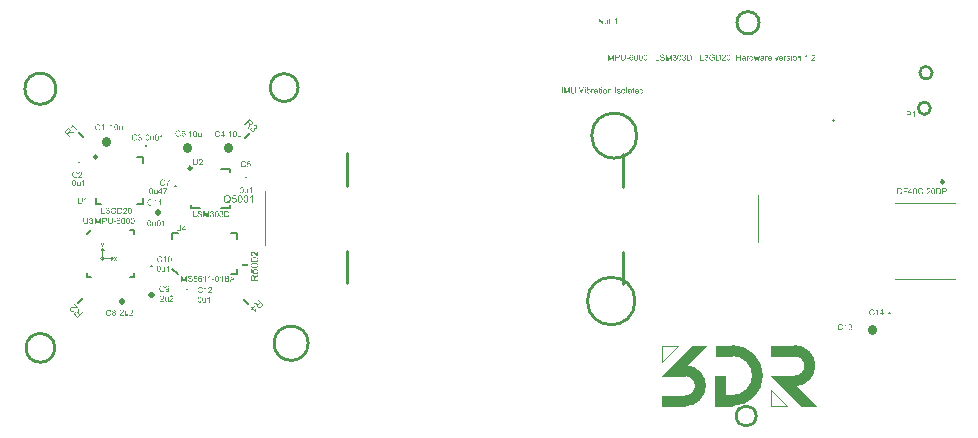
<source format=gto>
G04 Layer_Color=65535*
%FSAX42Y42*%
%MOMM*%
G71*
G01*
G75*
%ADD31C,0.25*%
%ADD38C,0.10*%
%ADD39C,0.00*%
%ADD40C,0.25*%
%ADD41C,0.20*%
%ADD42C,0.01*%
%ADD43C,0.15*%
%ADD44C,0.51*%
%ADD45C,0.76*%
%ADD46C,0.05*%
%ADD47R,0.60X0.15*%
G04:AMPARAMS|DCode=48|XSize=0.15mm|YSize=0.6mm|CornerRadius=0mm|HoleSize=0mm|Usage=FLASHONLY|Rotation=225.000|XOffset=0mm|YOffset=0mm|HoleType=Round|Shape=Rectangle|*
%AMROTATEDRECTD48*
4,1,4,-0.16,0.27,0.27,-0.16,0.16,-0.27,-0.27,0.16,-0.16,0.27,0.0*
%
%ADD48ROTATEDRECTD48*%

G04:AMPARAMS|DCode=49|XSize=0.15mm|YSize=0.6mm|CornerRadius=0mm|HoleSize=0mm|Usage=FLASHONLY|Rotation=315.000|XOffset=0mm|YOffset=0mm|HoleType=Round|Shape=Rectangle|*
%AMROTATEDRECTD49*
4,1,4,-0.27,-0.16,0.16,0.27,0.27,0.16,-0.16,-0.27,-0.27,-0.16,0.0*
%
%ADD49ROTATEDRECTD49*%

G36*
X007064Y005919D02*
X007065Y005919D01*
X007065Y005919D01*
X007066Y005919D01*
X007067Y005919D01*
X007069Y005918D01*
X007070Y005918D01*
X007071Y005918D01*
X007073Y005917D01*
X007074Y005917D01*
X007075Y005916D01*
X007076Y005915D01*
X007076Y005915D01*
X007076Y005915D01*
X007076Y005915D01*
X007077Y005915D01*
X007077Y005914D01*
X007077Y005914D01*
X007078Y005913D01*
X007079Y005913D01*
X007079Y005912D01*
X007080Y005911D01*
X007080Y005910D01*
X007081Y005909D01*
X007082Y005908D01*
X007082Y005907D01*
X007083Y005906D01*
X007083Y005904D01*
X007076Y005903D01*
Y005903D01*
X007076Y005903D01*
X007076Y005903D01*
X007076Y005904D01*
X007076Y005904D01*
X007076Y005905D01*
X007075Y005906D01*
X007074Y005907D01*
X007073Y005909D01*
X007072Y005910D01*
X007072Y005910D01*
X007071Y005911D01*
X007071D01*
X007071Y005911D01*
X007071Y005911D01*
X007071Y005911D01*
X007070Y005912D01*
X007070Y005912D01*
X007069Y005912D01*
X007068Y005913D01*
X007066Y005913D01*
X007064Y005913D01*
X007063Y005914D01*
X007062D01*
X007062Y005914D01*
X007061D01*
X007061Y005913D01*
X007060Y005913D01*
X007059Y005913D01*
X007058Y005913D01*
X007056Y005912D01*
X007054Y005912D01*
X007053Y005911D01*
X007053Y005911D01*
X007053D01*
X007052Y005911D01*
X007052Y005910D01*
X007052Y005910D01*
X007051Y005910D01*
X007051Y005909D01*
X007050Y005908D01*
X007049Y005906D01*
X007048Y005905D01*
X007047Y005903D01*
Y005903D01*
X007047Y005903D01*
X007047Y005903D01*
X007047Y005902D01*
X007047Y005902D01*
X007047Y005901D01*
X007047Y005901D01*
X007046Y005900D01*
X007046Y005899D01*
X007046Y005897D01*
X007046Y005895D01*
X007046Y005893D01*
Y005893D01*
Y005893D01*
Y005893D01*
Y005892D01*
X007046Y005892D01*
X007046Y005891D01*
Y005890D01*
X007046Y005889D01*
X007046Y005888D01*
X007046Y005886D01*
X007047Y005884D01*
X007047Y005882D01*
Y005882D01*
X007048Y005882D01*
X007048Y005881D01*
X007048Y005881D01*
X007048Y005881D01*
X007048Y005880D01*
X007049Y005879D01*
X007050Y005878D01*
X007051Y005877D01*
X007052Y005876D01*
X007053Y005875D01*
X007053D01*
X007054Y005875D01*
X007054Y005874D01*
X007054Y005874D01*
X007054Y005874D01*
X007055Y005874D01*
X007056Y005873D01*
X007057Y005873D01*
X007059Y005873D01*
X007060Y005872D01*
X007062Y005872D01*
X007063D01*
X007063Y005872D01*
X007064Y005872D01*
X007064Y005872D01*
X007065Y005873D01*
X007065Y005873D01*
X007067Y005873D01*
X007069Y005874D01*
X007069Y005874D01*
X007070Y005874D01*
X007071Y005875D01*
X007072Y005876D01*
X007072Y005876D01*
X007072Y005876D01*
X007072Y005876D01*
X007072Y005876D01*
X007073Y005876D01*
X007073Y005877D01*
X007073Y005877D01*
X007074Y005878D01*
X007074Y005879D01*
X007075Y005879D01*
X007075Y005880D01*
X007076Y005881D01*
X007076Y005882D01*
X007076Y005883D01*
X007077Y005884D01*
X007077Y005885D01*
X007084Y005884D01*
Y005883D01*
X007084Y005883D01*
X007084Y005883D01*
X007084Y005882D01*
X007083Y005881D01*
X007083Y005881D01*
X007083Y005880D01*
X007082Y005879D01*
X007082Y005878D01*
X007081Y005877D01*
X007080Y005876D01*
X007080Y005875D01*
X007079Y005874D01*
X007078Y005873D01*
X007077Y005872D01*
X007076Y005871D01*
X007076Y005871D01*
X007076Y005871D01*
X007076Y005870D01*
X007075Y005870D01*
X007075Y005870D01*
X007074Y005869D01*
X007073Y005869D01*
X007072Y005869D01*
X007071Y005868D01*
X007070Y005868D01*
X007069Y005867D01*
X007068Y005867D01*
X007067Y005867D01*
X007066Y005867D01*
X007064Y005867D01*
X007063Y005866D01*
X007062D01*
X007061Y005867D01*
X007061Y005867D01*
X007060Y005867D01*
X007059Y005867D01*
X007058Y005867D01*
X007056Y005867D01*
X007053Y005868D01*
X007052Y005868D01*
X007051Y005869D01*
X007050Y005869D01*
X007049Y005870D01*
X007049Y005870D01*
X007049Y005870D01*
X007049Y005870D01*
X007048Y005870D01*
X007048Y005871D01*
X007047Y005871D01*
X007047Y005872D01*
X007046Y005872D01*
X007046Y005873D01*
X007045Y005874D01*
X007044Y005874D01*
X007044Y005875D01*
X007043Y005876D01*
X007042Y005877D01*
X007042Y005878D01*
X007041Y005880D01*
Y005880D01*
X007041Y005880D01*
X007041Y005880D01*
X007041Y005881D01*
X007041Y005881D01*
X007040Y005882D01*
X007040Y005883D01*
X007040Y005884D01*
X007040Y005885D01*
X007039Y005886D01*
X007039Y005887D01*
X007039Y005888D01*
X007039Y005891D01*
X007039Y005893D01*
Y005893D01*
Y005894D01*
Y005894D01*
X007039Y005895D01*
Y005895D01*
X007039Y005896D01*
X007039Y005897D01*
X007039Y005898D01*
X007039Y005899D01*
X007039Y005900D01*
X007040Y005903D01*
X007041Y005905D01*
X007041Y005906D01*
X007042Y005907D01*
X007042Y005907D01*
X007042Y005907D01*
X007042Y005908D01*
X007042Y005908D01*
X007042Y005909D01*
X007043Y005909D01*
X007043Y005910D01*
X007044Y005911D01*
X007045Y005912D01*
X007047Y005914D01*
X007048Y005915D01*
X007049Y005916D01*
X007050Y005916D01*
X007050Y005916D01*
X007051Y005916D01*
X007051Y005917D01*
X007051Y005917D01*
X007052Y005917D01*
X007052Y005917D01*
X007053Y005918D01*
X007054Y005918D01*
X007055Y005918D01*
X007056Y005918D01*
X007058Y005919D01*
X007060Y005919D01*
X007061Y005919D01*
X007063D01*
X007064Y005919D01*
D02*
G37*
G36*
X007057Y005838D02*
X007057D01*
X007058Y005837D01*
X007059Y005837D01*
X007060Y005837D01*
X007062Y005836D01*
X007063Y005836D01*
X007063D01*
X007063Y005836D01*
X007063Y005836D01*
X007064Y005835D01*
X007065Y005835D01*
X007066Y005834D01*
X007066Y005833D01*
X007067Y005832D01*
X007068Y005831D01*
Y005831D01*
X007068Y005831D01*
X007068Y005831D01*
X007068Y005831D01*
X007069Y005830D01*
X007069Y005829D01*
X007070Y005828D01*
X007070Y005827D01*
X007071Y005825D01*
X007071Y005823D01*
Y005823D01*
X007071Y005823D01*
X007071Y005823D01*
X007071Y005823D01*
X007071Y005822D01*
X007072Y005822D01*
X007072Y005821D01*
X007072Y005820D01*
X007072Y005819D01*
X007072Y005819D01*
X007072Y005818D01*
X007072Y005817D01*
X007072Y005815D01*
X007072Y005814D01*
X007072Y005813D01*
Y005811D01*
Y005811D01*
Y005811D01*
Y005811D01*
Y005810D01*
X007072Y005809D01*
Y005808D01*
X007072Y005807D01*
X007072Y005806D01*
X007072Y005804D01*
X007072Y005801D01*
X007071Y005799D01*
X007071Y005798D01*
X007071Y005797D01*
Y005797D01*
X007070Y005797D01*
X007070Y005796D01*
X007070Y005796D01*
X007070Y005795D01*
X007070Y005795D01*
X007069Y005794D01*
X007068Y005792D01*
X007067Y005791D01*
X007066Y005790D01*
X007065Y005788D01*
X007065D01*
X007065Y005788D01*
X007065Y005788D01*
X007064Y005788D01*
X007064Y005788D01*
X007063Y005787D01*
X007063Y005787D01*
X007062Y005787D01*
X007061Y005786D01*
X007059Y005786D01*
X007058Y005785D01*
X007057Y005785D01*
X007056Y005785D01*
X007055D01*
X007055Y005785D01*
X007054D01*
X007054Y005785D01*
X007053Y005786D01*
X007052Y005786D01*
X007052Y005786D01*
X007051Y005786D01*
X007050Y005787D01*
X007049Y005787D01*
X007048Y005788D01*
X007047Y005788D01*
X007046Y005789D01*
X007045Y005790D01*
X007044Y005791D01*
X007044Y005791D01*
X007044Y005791D01*
X007044Y005791D01*
X007043Y005792D01*
X007043Y005793D01*
X007042Y005793D01*
X007042Y005794D01*
X007042Y005796D01*
X007041Y005797D01*
X007041Y005799D01*
X007040Y005800D01*
X007040Y005802D01*
X007040Y005804D01*
X007039Y005806D01*
X007039Y005809D01*
X007039Y005811D01*
Y005812D01*
Y005812D01*
Y005812D01*
Y005813D01*
X007039Y005814D01*
X007039Y005815D01*
Y005816D01*
X007039Y005817D01*
X007040Y005819D01*
X007040Y005821D01*
X007040Y005824D01*
X007041Y005825D01*
X007041Y005826D01*
Y005826D01*
X007041Y005826D01*
X007041Y005827D01*
X007041Y005827D01*
X007041Y005827D01*
X007042Y005828D01*
X007042Y005829D01*
X007043Y005831D01*
X007044Y005832D01*
X007045Y005833D01*
X007046Y005835D01*
X007047Y005835D01*
X007047Y005835D01*
X007047Y005835D01*
X007047Y005835D01*
X007047Y005835D01*
X007048Y005836D01*
X007048Y005836D01*
X007049Y005836D01*
X007050Y005837D01*
X007052Y005837D01*
X007054Y005837D01*
X007055Y005838D01*
X007056D01*
X007057Y005838D01*
D02*
G37*
G36*
X007142Y005786D02*
X007136D01*
Y005826D01*
X007136Y005826D01*
X007135Y005826D01*
X007135Y005825D01*
X007134Y005825D01*
X007133Y005824D01*
X007132Y005823D01*
X007131Y005823D01*
X007130Y005822D01*
X007130D01*
X007130Y005822D01*
X007130Y005822D01*
X007129Y005822D01*
X007129Y005821D01*
X007128Y005821D01*
X007127Y005820D01*
X007126Y005820D01*
X007124Y005819D01*
X007123Y005819D01*
Y005825D01*
X007123D01*
X007124Y005825D01*
X007124Y005825D01*
X007124Y005825D01*
X007125Y005825D01*
X007125Y005826D01*
X007126Y005826D01*
X007128Y005827D01*
X007129Y005828D01*
X007131Y005829D01*
X007132Y005831D01*
X007133Y005831D01*
X007133Y005831D01*
X007133Y005831D01*
X007133Y005831D01*
X007134Y005832D01*
X007135Y005833D01*
X007136Y005834D01*
X007136Y005835D01*
X007137Y005836D01*
X007138Y005838D01*
X007142D01*
Y005786D01*
D02*
G37*
G36*
X007147Y005919D02*
X007148Y005919D01*
X007149Y005919D01*
X007150Y005918D01*
X007151Y005918D01*
X007152Y005918D01*
X007153Y005917D01*
X007154Y005917D01*
X007155Y005917D01*
X007156Y005916D01*
X007157Y005915D01*
X007158Y005915D01*
X007158Y005915D01*
X007158Y005914D01*
X007158Y005914D01*
X007159Y005914D01*
X007159Y005913D01*
X007159Y005913D01*
X007160Y005912D01*
X007160Y005912D01*
X007161Y005911D01*
X007161Y005910D01*
X007162Y005909D01*
X007162Y005908D01*
X007162Y005907D01*
X007162Y005906D01*
X007162Y005904D01*
Y005904D01*
Y005904D01*
X007162Y005903D01*
X007162Y005903D01*
X007162Y005902D01*
X007162Y005901D01*
X007161Y005900D01*
X007161Y005898D01*
X007161Y005898D01*
X007161Y005898D01*
X007161Y005897D01*
X007160Y005897D01*
X007159Y005896D01*
X007159Y005895D01*
X007158Y005893D01*
X007157Y005892D01*
Y005892D01*
X007157Y005892D01*
X007157Y005892D01*
X007156Y005892D01*
X007156Y005891D01*
X007156Y005891D01*
X007155Y005890D01*
X007155Y005890D01*
X007154Y005889D01*
X007153Y005889D01*
X007152Y005888D01*
X007152Y005887D01*
X007151Y005886D01*
X007150Y005885D01*
X007148Y005884D01*
X007147Y005883D01*
X007147Y005883D01*
X007147Y005883D01*
X007147Y005883D01*
X007146Y005882D01*
X007146Y005882D01*
X007145Y005882D01*
X007144Y005881D01*
X007143Y005880D01*
X007142Y005878D01*
X007141Y005878D01*
X007141Y005878D01*
X007140Y005877D01*
X007140Y005877D01*
X007140Y005877D01*
X007140Y005876D01*
X007139Y005876D01*
X007139Y005876D01*
X007139Y005875D01*
X007138Y005875D01*
X007137Y005873D01*
X007162D01*
Y005867D01*
X007128D01*
Y005867D01*
Y005868D01*
Y005868D01*
X007129Y005869D01*
X007129Y005869D01*
X007129Y005870D01*
X007129Y005871D01*
X007129Y005872D01*
Y005872D01*
X007129Y005872D01*
X007129Y005872D01*
X007129Y005872D01*
X007130Y005873D01*
X007130Y005874D01*
X007131Y005875D01*
X007131Y005876D01*
X007132Y005877D01*
X007133Y005878D01*
X007133Y005879D01*
X007133Y005879D01*
X007134Y005879D01*
X007134Y005879D01*
X007135Y005880D01*
X007135Y005881D01*
X007137Y005882D01*
X007138Y005883D01*
X007140Y005885D01*
X007142Y005886D01*
X007142Y005886D01*
X007142Y005887D01*
X007142Y005887D01*
X007143Y005887D01*
X007144Y005888D01*
X007144Y005889D01*
X007145Y005889D01*
X007146Y005890D01*
X007148Y005892D01*
X007150Y005894D01*
X007151Y005895D01*
X007152Y005896D01*
X007152Y005896D01*
X007153Y005897D01*
X007153Y005897D01*
X007153Y005897D01*
X007153Y005897D01*
X007153Y005898D01*
X007154Y005898D01*
X007154Y005899D01*
X007154Y005900D01*
X007155Y005901D01*
X007155Y005902D01*
X007156Y005903D01*
X007156Y005904D01*
Y005905D01*
Y005905D01*
Y005905D01*
Y005905D01*
X007156Y005905D01*
X007156Y005906D01*
X007156Y005907D01*
X007155Y005908D01*
X007155Y005909D01*
X007154Y005910D01*
X007153Y005911D01*
X007153Y005911D01*
X007153Y005911D01*
X007152Y005912D01*
X007151Y005912D01*
X007150Y005913D01*
X007149Y005913D01*
X007148Y005913D01*
X007146Y005914D01*
X007146D01*
X007145Y005913D01*
X007145D01*
X007145Y005913D01*
X007144Y005913D01*
X007142Y005913D01*
X007141Y005912D01*
X007140Y005912D01*
X007139Y005911D01*
X007139Y005911D01*
X007138Y005910D01*
X007138Y005910D01*
X007138Y005909D01*
X007137Y005908D01*
X007137Y005906D01*
X007136Y005905D01*
X007136Y005903D01*
X007130Y005904D01*
Y005904D01*
X007130Y005904D01*
Y005905D01*
X007130Y005905D01*
X007130Y005906D01*
X007130Y005906D01*
X007130Y005907D01*
X007131Y005908D01*
X007131Y005910D01*
X007132Y005911D01*
X007132Y005912D01*
X007133Y005913D01*
X007133Y005913D01*
X007134Y005914D01*
X007135Y005915D01*
X007135Y005915D01*
X007135Y005915D01*
X007135Y005915D01*
X007135Y005916D01*
X007136Y005916D01*
X007136Y005916D01*
X007137Y005916D01*
X007138Y005917D01*
X007139Y005917D01*
X007139Y005918D01*
X007140Y005918D01*
X007141Y005918D01*
X007142Y005918D01*
X007144Y005919D01*
X007145Y005919D01*
X007146Y005919D01*
X007147D01*
X007147Y005919D01*
D02*
G37*
G36*
X013207Y006719D02*
X013187D01*
Y006725D01*
X013207D01*
Y006719D01*
D02*
G37*
G36*
X013162Y006756D02*
X013163Y006756D01*
X013164Y006756D01*
X013165Y006755D01*
X013166Y006755D01*
X013168Y006755D01*
X013169Y006755D01*
X013170Y006754D01*
X013171Y006754D01*
X013172Y006753D01*
X013173Y006753D01*
X013174Y006752D01*
X013174Y006752D01*
X013174Y006752D01*
X013175Y006751D01*
X013175Y006751D01*
X013175Y006751D01*
X013176Y006750D01*
X013176Y006750D01*
X013177Y006749D01*
X013178Y006748D01*
X013178Y006747D01*
X013179Y006747D01*
X013179Y006746D01*
X013180Y006745D01*
X013180Y006743D01*
X013181Y006742D01*
X013181Y006741D01*
X013175Y006739D01*
Y006739D01*
X013175Y006740D01*
X013175Y006740D01*
X013174Y006740D01*
X013174Y006741D01*
X013174Y006741D01*
X013173Y006742D01*
X013173Y006744D01*
X013172Y006745D01*
X013171Y006746D01*
X013170Y006747D01*
X013170Y006747D01*
X013169D01*
X013169Y006748D01*
X013169Y006748D01*
X013169Y006748D01*
X013169Y006748D01*
X013168Y006748D01*
X013167Y006749D01*
X013166Y006749D01*
X013164Y006750D01*
X013163Y006750D01*
X013161Y006750D01*
X013160D01*
X013160Y006750D01*
X013159D01*
X013159Y006750D01*
X013158Y006750D01*
X013157Y006750D01*
X013156Y006749D01*
X013154Y006749D01*
X013153Y006748D01*
X013152Y006748D01*
X013151Y006747D01*
X013151D01*
X013151Y006747D01*
X013151Y006747D01*
X013150Y006747D01*
X013150Y006746D01*
X013149Y006745D01*
X013148Y006744D01*
X013147Y006743D01*
X013146Y006741D01*
X013146Y006740D01*
Y006739D01*
X013145Y006739D01*
X013145Y006739D01*
X013145Y006739D01*
X013145Y006738D01*
X013145Y006738D01*
X013145Y006737D01*
X013145Y006737D01*
X013144Y006735D01*
X013144Y006733D01*
X013144Y006732D01*
X013144Y006730D01*
Y006730D01*
Y006729D01*
Y006729D01*
Y006729D01*
X013144Y006728D01*
X013144Y006727D01*
Y006727D01*
X013144Y006726D01*
X013144Y006724D01*
X013145Y006722D01*
X013145Y006720D01*
X013146Y006718D01*
Y006718D01*
X013146Y006718D01*
X013146Y006718D01*
X013146Y006718D01*
X013146Y006717D01*
X013147Y006717D01*
X013147Y006716D01*
X013148Y006714D01*
X013149Y006713D01*
X013150Y006712D01*
X013152Y006711D01*
X013152D01*
X013152Y006711D01*
X013152Y006711D01*
X013152Y006711D01*
X013153Y006711D01*
X013153Y006710D01*
X013154Y006710D01*
X013156Y006709D01*
X013157Y006709D01*
X013159Y006709D01*
X013160Y006709D01*
X013161D01*
X013161Y006709D01*
X013162Y006709D01*
X013162Y006709D01*
X013163Y006709D01*
X013164Y006709D01*
X013165Y006709D01*
X013167Y006710D01*
X013168Y006710D01*
X013169Y006711D01*
X013169Y006711D01*
X013170Y006712D01*
X013170Y006712D01*
X013170Y006712D01*
X013170Y006712D01*
X013171Y006713D01*
X013171Y006713D01*
X013171Y006713D01*
X013172Y006714D01*
X013172Y006714D01*
X013173Y006715D01*
X013173Y006716D01*
X013174Y006717D01*
X013174Y006717D01*
X013174Y006718D01*
X013175Y006719D01*
X013175Y006720D01*
X013175Y006722D01*
X013182Y006720D01*
Y006720D01*
X013182Y006720D01*
X013182Y006719D01*
X013182Y006719D01*
X013182Y006718D01*
X013181Y006717D01*
X013181Y006716D01*
X013180Y006715D01*
X013180Y006714D01*
X013179Y006713D01*
X013179Y006712D01*
X013178Y006711D01*
X013177Y006710D01*
X013176Y006709D01*
X013176Y006708D01*
X013175Y006707D01*
X013174Y006707D01*
X013174Y006707D01*
X013174Y006707D01*
X013174Y006707D01*
X013173Y006706D01*
X013172Y006706D01*
X013172Y006705D01*
X013171Y006705D01*
X013170Y006705D01*
X013169Y006704D01*
X013168Y006704D01*
X013166Y006704D01*
X013165Y006703D01*
X013164Y006703D01*
X013162Y006703D01*
X013161Y006703D01*
X013160D01*
X013160Y006703D01*
X013159Y006703D01*
X013158Y006703D01*
X013157Y006703D01*
X013156Y006703D01*
X013154Y006704D01*
X013152Y006704D01*
X013151Y006705D01*
X013150Y006705D01*
X013148Y006706D01*
X013148Y006706D01*
X013147Y006706D01*
X013147Y006706D01*
X013147Y006707D01*
X013147Y006707D01*
X013146Y006707D01*
X013146Y006708D01*
X013145Y006708D01*
X013145Y006709D01*
X013144Y006709D01*
X013143Y006710D01*
X013143Y006711D01*
X013142Y006712D01*
X013141Y006713D01*
X013141Y006714D01*
X013140Y006715D01*
X013140Y006716D01*
Y006716D01*
X013139Y006716D01*
X013139Y006717D01*
X013139Y006717D01*
X013139Y006718D01*
X013139Y006718D01*
X013139Y006719D01*
X013138Y006720D01*
X013138Y006721D01*
X013138Y006722D01*
X013138Y006723D01*
X013137Y006724D01*
X013137Y006727D01*
X013137Y006730D01*
Y006730D01*
Y006730D01*
Y006730D01*
X013137Y006731D01*
Y006732D01*
X013137Y006733D01*
X013137Y006733D01*
X013137Y006734D01*
X013137Y006735D01*
X013138Y006737D01*
X013138Y006739D01*
X013139Y006741D01*
X013139Y006742D01*
X013140Y006744D01*
X013140Y006744D01*
X013140Y006744D01*
X013140Y006744D01*
X013141Y006745D01*
X013141Y006745D01*
X013141Y006746D01*
X013142Y006746D01*
X013142Y006747D01*
X013143Y006748D01*
X013145Y006750D01*
X013147Y006751D01*
X013148Y006752D01*
X013149Y006753D01*
X013149Y006753D01*
X013149Y006753D01*
X013149Y006753D01*
X013150Y006753D01*
X013150Y006753D01*
X013151Y006754D01*
X013151Y006754D01*
X013152Y006754D01*
X013153Y006755D01*
X013154Y006755D01*
X013156Y006755D01*
X013159Y006756D01*
X013160Y006756D01*
X013162D01*
X013162Y006756D01*
D02*
G37*
G36*
X007113Y005867D02*
X007107D01*
Y005907D01*
X007107Y005907D01*
X007107Y005907D01*
X007106Y005907D01*
X007105Y005906D01*
X007105Y005905D01*
X007104Y005905D01*
X007102Y005904D01*
X007101Y005903D01*
X007101D01*
X007101Y005903D01*
X007101Y005903D01*
X007100Y005903D01*
X007100Y005902D01*
X007099Y005902D01*
X007098Y005901D01*
X007097Y005901D01*
X007096Y005900D01*
X007094Y005900D01*
Y005906D01*
X007095D01*
X007095Y005906D01*
X007095Y005906D01*
X007095Y005906D01*
X007096Y005907D01*
X007096Y005907D01*
X007098Y005908D01*
X007099Y005908D01*
X007101Y005909D01*
X007102Y005911D01*
X007104Y005912D01*
X007104Y005912D01*
X007104Y005912D01*
X007104Y005912D01*
X007104Y005912D01*
X007105Y005913D01*
X007106Y005914D01*
X007107Y005915D01*
X007108Y005916D01*
X007109Y005917D01*
X007109Y005919D01*
X007113D01*
Y005867D01*
D02*
G37*
G36*
X007110Y005786D02*
X007105D01*
Y005792D01*
X007105Y005792D01*
X007105Y005791D01*
X007104Y005791D01*
X007104Y005791D01*
X007104Y005790D01*
X007103Y005790D01*
X007102Y005789D01*
X007102Y005789D01*
X007101Y005788D01*
X007100Y005787D01*
X007099Y005787D01*
X007098Y005786D01*
X007097Y005786D01*
X007096Y005786D01*
X007094Y005785D01*
X007093Y005785D01*
X007092D01*
X007092Y005785D01*
X007091Y005786D01*
X007090Y005786D01*
X007089Y005786D01*
X007088Y005786D01*
X007087Y005787D01*
X007087Y005787D01*
X007086Y005787D01*
X007086Y005787D01*
X007085Y005787D01*
X007085Y005788D01*
X007084Y005788D01*
X007083Y005789D01*
X007083Y005790D01*
X007083Y005790D01*
X007082Y005790D01*
X007082Y005790D01*
X007082Y005791D01*
X007082Y005792D01*
X007081Y005793D01*
X007081Y005793D01*
X007081Y005794D01*
Y005795D01*
X007081Y005795D01*
X007081Y005795D01*
Y005796D01*
X007081Y005797D01*
X007080Y005798D01*
X007080Y005799D01*
Y005800D01*
Y005823D01*
X007087D01*
Y005803D01*
Y005803D01*
Y005803D01*
Y005802D01*
Y005802D01*
Y005802D01*
Y005801D01*
X007087Y005800D01*
Y005799D01*
X007087Y005798D01*
X007087Y005797D01*
X007087Y005796D01*
X007087Y005796D01*
Y005796D01*
X007087Y005796D01*
X007087Y005795D01*
X007088Y005795D01*
X007088Y005794D01*
X007088Y005793D01*
X007089Y005793D01*
X007090Y005792D01*
X007090Y005792D01*
X007090Y005792D01*
X007090Y005792D01*
X007091Y005792D01*
X007091Y005791D01*
X007092Y005791D01*
X007093Y005791D01*
X007094Y005791D01*
X007095D01*
X007095Y005791D01*
X007096Y005791D01*
X007097Y005791D01*
X007098Y005791D01*
X007099Y005792D01*
X007100Y005792D01*
X007100Y005792D01*
X007100Y005792D01*
X007100Y005793D01*
X007101Y005793D01*
X007102Y005794D01*
X007102Y005794D01*
X007103Y005795D01*
X007103Y005796D01*
X007103Y005796D01*
X007103Y005797D01*
X007103Y005797D01*
X007104Y005798D01*
X007104Y005799D01*
X007104Y005800D01*
X007104Y005802D01*
X007104Y005803D01*
Y005823D01*
X007110D01*
Y005786D01*
D02*
G37*
G36*
X006711Y006485D02*
X006711D01*
X006712Y006485D01*
X006714Y006484D01*
X006715Y006484D01*
X006716Y006484D01*
X006717Y006483D01*
X006717D01*
X006717Y006483D01*
X006718Y006483D01*
X006718Y006482D01*
X006719Y006482D01*
X006720Y006481D01*
X006721Y006480D01*
X006722Y006479D01*
X006722Y006478D01*
Y006478D01*
X006722Y006478D01*
X006723Y006478D01*
X006723Y006478D01*
X006723Y006477D01*
X006724Y006476D01*
X006724Y006475D01*
X006725Y006474D01*
X006725Y006472D01*
X006726Y006471D01*
Y006471D01*
X006726Y006470D01*
X006726Y006470D01*
X006726Y006470D01*
X006726Y006469D01*
X006726Y006469D01*
X006726Y006468D01*
X006726Y006467D01*
X006726Y006467D01*
X006726Y006466D01*
X006726Y006465D01*
X006727Y006464D01*
X006727Y006463D01*
X006727Y006461D01*
X006727Y006460D01*
Y006459D01*
Y006458D01*
Y006458D01*
Y006458D01*
Y006457D01*
X006727Y006456D01*
Y006455D01*
X006727Y006454D01*
X006727Y006453D01*
X006726Y006451D01*
X006726Y006449D01*
X006725Y006446D01*
X006725Y006445D01*
X006725Y006444D01*
Y006444D01*
X006725Y006444D01*
X006725Y006443D01*
X006725Y006443D01*
X006724Y006443D01*
X006724Y006442D01*
X006723Y006441D01*
X006723Y006439D01*
X006722Y006438D01*
X006721Y006437D01*
X006719Y006435D01*
X006719D01*
X006719Y006435D01*
X006719Y006435D01*
X006719Y006435D01*
X006718Y006435D01*
X006718Y006435D01*
X006717Y006434D01*
X006717Y006434D01*
X006715Y006433D01*
X006714Y006433D01*
X006712Y006433D01*
X006711Y006433D01*
X006710Y006432D01*
X006710D01*
X006709Y006433D01*
X006709D01*
X006708Y006433D01*
X006707Y006433D01*
X006707Y006433D01*
X006706Y006433D01*
X006705Y006433D01*
X006704Y006434D01*
X006703Y006434D01*
X006702Y006435D01*
X006701Y006435D01*
X006700Y006436D01*
X006699Y006437D01*
X006698Y006438D01*
X006698Y006438D01*
X006698Y006438D01*
X006698Y006438D01*
X006698Y006439D01*
X006697Y006440D01*
X006697Y006441D01*
X006696Y006442D01*
X006696Y006443D01*
X006695Y006444D01*
X006695Y006446D01*
X006694Y006447D01*
X006694Y006449D01*
X006694Y006451D01*
X006694Y006454D01*
X006693Y006456D01*
X006693Y006459D01*
Y006459D01*
Y006459D01*
Y006459D01*
Y006460D01*
X006693Y006461D01*
X006693Y006462D01*
Y006463D01*
X006694Y006464D01*
X006694Y006466D01*
X006694Y006469D01*
X006695Y006471D01*
X006695Y006472D01*
X006695Y006473D01*
Y006473D01*
X006695Y006473D01*
X006695Y006474D01*
X006696Y006474D01*
X006696Y006475D01*
X006696Y006475D01*
X006697Y006476D01*
X006697Y006478D01*
X006698Y006479D01*
X006699Y006481D01*
X006701Y006482D01*
X006701Y006482D01*
X006701Y006482D01*
X006701Y006482D01*
X006701Y006482D01*
X006702Y006482D01*
X006702Y006483D01*
X006703Y006483D01*
X006703Y006483D01*
X006705Y006484D01*
X006706Y006484D01*
X006708Y006485D01*
X006709Y006485D01*
X006711D01*
X006711Y006485D01*
D02*
G37*
G36*
X006757Y006433D02*
X006750D01*
Y006473D01*
X006750Y006473D01*
X006750Y006473D01*
X006750Y006473D01*
X006749Y006472D01*
X006748Y006471D01*
X006747Y006471D01*
X006746Y006470D01*
X006744Y006469D01*
X006744D01*
X006744Y006469D01*
X006744Y006469D01*
X006744Y006469D01*
X006743Y006468D01*
X006742Y006468D01*
X006741Y006467D01*
X006740Y006467D01*
X006739Y006466D01*
X006738Y006466D01*
Y006472D01*
X006738D01*
X006738Y006472D01*
X006738Y006472D01*
X006739Y006472D01*
X006739Y006473D01*
X006740Y006473D01*
X006741Y006474D01*
X006742Y006474D01*
X006744Y006475D01*
X006746Y006477D01*
X006747Y006478D01*
X006747Y006478D01*
X006747Y006478D01*
X006747Y006478D01*
X006748Y006478D01*
X006748Y006479D01*
X006749Y006480D01*
X006750Y006481D01*
X006751Y006482D01*
X006752Y006483D01*
X006753Y006485D01*
X006757D01*
Y006433D01*
D02*
G37*
G36*
X006685D02*
X006680D01*
Y006439D01*
X006680Y006439D01*
X006679Y006439D01*
X006679Y006438D01*
X006679Y006438D01*
X006678Y006437D01*
X006678Y006437D01*
X006677Y006436D01*
X006677Y006436D01*
X006676Y006435D01*
X006675Y006435D01*
X006674Y006434D01*
X006673Y006434D01*
X006672Y006433D01*
X006671Y006433D01*
X006669Y006433D01*
X006668Y006433D01*
X006667D01*
X006667Y006433D01*
X006666Y006433D01*
X006665Y006433D01*
X006664Y006433D01*
X006663Y006433D01*
X006662Y006434D01*
X006662Y006434D01*
X006661Y006434D01*
X006661Y006434D01*
X006660Y006435D01*
X006659Y006435D01*
X006659Y006436D01*
X006658Y006436D01*
X006657Y006437D01*
X006657Y006437D01*
X006657Y006437D01*
X006657Y006438D01*
X006657Y006438D01*
X006656Y006439D01*
X006656Y006440D01*
X006656Y006441D01*
X006656Y006442D01*
Y006442D01*
X006656Y006442D01*
X006655Y006442D01*
Y006443D01*
X006655Y006444D01*
X006655Y006445D01*
X006655Y006446D01*
Y006447D01*
Y006470D01*
X006661D01*
Y006450D01*
Y006450D01*
Y006450D01*
Y006449D01*
Y006449D01*
Y006449D01*
Y006448D01*
X006662Y006447D01*
Y006446D01*
X006662Y006445D01*
X006662Y006444D01*
X006662Y006444D01*
X006662Y006443D01*
Y006443D01*
X006662Y006443D01*
X006662Y006442D01*
X006662Y006442D01*
X006663Y006441D01*
X006663Y006441D01*
X006664Y006440D01*
X006664Y006439D01*
X006664Y006439D01*
X006665Y006439D01*
X006665Y006439D01*
X006666Y006439D01*
X006666Y006438D01*
X006667Y006438D01*
X006668Y006438D01*
X006669Y006438D01*
X006670D01*
X006670Y006438D01*
X006671Y006438D01*
X006672Y006438D01*
X006673Y006439D01*
X006673Y006439D01*
X006674Y006439D01*
X006675Y006439D01*
X006675Y006440D01*
X006675Y006440D01*
X006676Y006440D01*
X006676Y006441D01*
X006677Y006442D01*
X006677Y006442D01*
X006678Y006443D01*
X006678Y006443D01*
X006678Y006444D01*
X006678Y006444D01*
X006678Y006445D01*
X006679Y006446D01*
X006679Y006447D01*
X006679Y006449D01*
X006679Y006451D01*
Y006470D01*
X006685D01*
Y006433D01*
D02*
G37*
G36*
X006632Y006485D02*
X006632D01*
X006633Y006485D01*
X006634Y006484D01*
X006635Y006484D01*
X006637Y006484D01*
X006638Y006483D01*
X006638D01*
X006638Y006483D01*
X006638Y006483D01*
X006639Y006482D01*
X006640Y006482D01*
X006640Y006481D01*
X006641Y006480D01*
X006642Y006479D01*
X006643Y006478D01*
Y006478D01*
X006643Y006478D01*
X006643Y006478D01*
X006643Y006478D01*
X006644Y006477D01*
X006644Y006476D01*
X006645Y006475D01*
X006645Y006474D01*
X006646Y006472D01*
X006646Y006471D01*
Y006471D01*
X006646Y006470D01*
X006646Y006470D01*
X006646Y006470D01*
X006646Y006469D01*
X006646Y006469D01*
X006647Y006468D01*
X006647Y006467D01*
X006647Y006467D01*
X006647Y006466D01*
X006647Y006465D01*
X006647Y006464D01*
X006647Y006463D01*
X006647Y006461D01*
X006647Y006460D01*
Y006459D01*
Y006458D01*
Y006458D01*
Y006458D01*
Y006457D01*
X006647Y006456D01*
Y006455D01*
X006647Y006454D01*
X006647Y006453D01*
X006647Y006451D01*
X006646Y006449D01*
X006646Y006446D01*
X006646Y006445D01*
X006645Y006444D01*
Y006444D01*
X006645Y006444D01*
X006645Y006443D01*
X006645Y006443D01*
X006645Y006443D01*
X006645Y006442D01*
X006644Y006441D01*
X006643Y006439D01*
X006642Y006438D01*
X006641Y006437D01*
X006640Y006435D01*
X006640D01*
X006640Y006435D01*
X006639Y006435D01*
X006639Y006435D01*
X006639Y006435D01*
X006638Y006435D01*
X006638Y006434D01*
X006637Y006434D01*
X006636Y006433D01*
X006634Y006433D01*
X006633Y006433D01*
X006632Y006433D01*
X006631Y006432D01*
X006630D01*
X006630Y006433D01*
X006629D01*
X006629Y006433D01*
X006628Y006433D01*
X006627Y006433D01*
X006626Y006433D01*
X006625Y006433D01*
X006624Y006434D01*
X006623Y006434D01*
X006622Y006435D01*
X006622Y006435D01*
X006621Y006436D01*
X006620Y006437D01*
X006619Y006438D01*
X006619Y006438D01*
X006619Y006438D01*
X006618Y006438D01*
X006618Y006439D01*
X006618Y006440D01*
X006617Y006441D01*
X006617Y006442D01*
X006616Y006443D01*
X006616Y006444D01*
X006616Y006446D01*
X006615Y006447D01*
X006615Y006449D01*
X006614Y006451D01*
X006614Y006454D01*
X006614Y006456D01*
X006614Y006459D01*
Y006459D01*
Y006459D01*
Y006459D01*
Y006460D01*
X006614Y006461D01*
X006614Y006462D01*
Y006463D01*
X006614Y006464D01*
X006614Y006466D01*
X006615Y006469D01*
X006615Y006471D01*
X006615Y006472D01*
X006616Y006473D01*
Y006473D01*
X006616Y006473D01*
X006616Y006474D01*
X006616Y006474D01*
X006616Y006475D01*
X006617Y006475D01*
X006617Y006476D01*
X006618Y006478D01*
X006619Y006479D01*
X006620Y006481D01*
X006621Y006482D01*
X006621Y006482D01*
X006621Y006482D01*
X006622Y006482D01*
X006622Y006482D01*
X006622Y006482D01*
X006623Y006483D01*
X006623Y006483D01*
X006624Y006483D01*
X006625Y006484D01*
X006627Y006484D01*
X006629Y006485D01*
X006630Y006485D01*
X006631D01*
X006632Y006485D01*
D02*
G37*
G36*
X006689Y006609D02*
X006683D01*
Y006649D01*
X006683Y006649D01*
X006683Y006649D01*
X006682Y006648D01*
X006682Y006648D01*
X006681Y006647D01*
X006680Y006646D01*
X006679Y006645D01*
X006677Y006645D01*
X006677D01*
X006677Y006645D01*
X006677Y006644D01*
X006677Y006644D01*
X006676Y006644D01*
X006675Y006643D01*
X006674Y006643D01*
X006673Y006642D01*
X006672Y006642D01*
X006671Y006641D01*
Y006647D01*
X006671D01*
X006671Y006648D01*
X006671Y006648D01*
X006672Y006648D01*
X006672Y006648D01*
X006673Y006648D01*
X006674Y006649D01*
X006675Y006650D01*
X006677Y006651D01*
X006678Y006652D01*
X006680Y006653D01*
X006680Y006654D01*
X006680Y006654D01*
X006680Y006654D01*
X006681Y006654D01*
X006681Y006655D01*
X006682Y006656D01*
X006683Y006657D01*
X006684Y006658D01*
X006685Y006659D01*
X006685Y006660D01*
X006689D01*
Y006609D01*
D02*
G37*
G36*
X006729D02*
X006723D01*
Y006649D01*
X006723Y006649D01*
X006723Y006649D01*
X006722Y006648D01*
X006721Y006648D01*
X006721Y006647D01*
X006719Y006646D01*
X006718Y006645D01*
X006717Y006645D01*
X006717D01*
X006717Y006645D01*
X006717Y006644D01*
X006716Y006644D01*
X006716Y006644D01*
X006715Y006643D01*
X006714Y006643D01*
X006713Y006642D01*
X006712Y006642D01*
X006710Y006641D01*
Y006647D01*
X006710D01*
X006711Y006648D01*
X006711Y006648D01*
X006711Y006648D01*
X006712Y006648D01*
X006712Y006648D01*
X006714Y006649D01*
X006715Y006650D01*
X006717Y006651D01*
X006718Y006652D01*
X006720Y006653D01*
X006720Y006654D01*
X006720Y006654D01*
X006720Y006654D01*
X006720Y006654D01*
X006721Y006655D01*
X006722Y006656D01*
X006723Y006657D01*
X006724Y006658D01*
X006724Y006659D01*
X006725Y006660D01*
X006729D01*
Y006609D01*
D02*
G37*
G36*
X006640Y006661D02*
X006641Y006661D01*
X006642Y006661D01*
X006643Y006661D01*
X006643Y006661D01*
X006645Y006660D01*
X006647Y006660D01*
X006648Y006659D01*
X006649Y006659D01*
X006650Y006658D01*
X006651Y006658D01*
X006652Y006657D01*
X006652Y006657D01*
X006652Y006657D01*
X006652Y006657D01*
X006653Y006656D01*
X006653Y006656D01*
X006654Y006655D01*
X006654Y006655D01*
X006655Y006654D01*
X006655Y006653D01*
X006656Y006653D01*
X006657Y006652D01*
X006657Y006651D01*
X006658Y006650D01*
X006658Y006649D01*
X006659Y006647D01*
X006659Y006646D01*
X006653Y006645D01*
Y006645D01*
X006652Y006645D01*
X006652Y006645D01*
X006652Y006645D01*
X006652Y006646D01*
X006652Y006646D01*
X006651Y006648D01*
X006650Y006649D01*
X006650Y006650D01*
X006649Y006652D01*
X006648Y006652D01*
X006647Y006653D01*
X006647D01*
X006647Y006653D01*
X006647Y006653D01*
X006647Y006653D01*
X006646Y006653D01*
X006646Y006653D01*
X006645Y006654D01*
X006644Y006654D01*
X006642Y006655D01*
X006641Y006655D01*
X006639Y006655D01*
X006638D01*
X006638Y006655D01*
X006637D01*
X006637Y006655D01*
X006636Y006655D01*
X006635Y006655D01*
X006634Y006655D01*
X006632Y006654D01*
X006630Y006653D01*
X006630Y006653D01*
X006629Y006652D01*
X006629D01*
X006629Y006652D01*
X006628Y006652D01*
X006628Y006652D01*
X006628Y006651D01*
X006627Y006650D01*
X006626Y006649D01*
X006625Y006648D01*
X006624Y006646D01*
X006623Y006645D01*
Y006645D01*
X006623Y006645D01*
X006623Y006644D01*
X006623Y006644D01*
X006623Y006644D01*
X006623Y006643D01*
X006623Y006642D01*
X006623Y006642D01*
X006622Y006640D01*
X006622Y006639D01*
X006622Y006637D01*
X006622Y006635D01*
Y006635D01*
Y006635D01*
Y006634D01*
Y006634D01*
X006622Y006633D01*
X006622Y006633D01*
Y006632D01*
X006622Y006631D01*
X006622Y006629D01*
X006623Y006627D01*
X006623Y006625D01*
X006624Y006624D01*
Y006623D01*
X006624Y006623D01*
X006624Y006623D01*
X006624Y006623D01*
X006624Y006622D01*
X006624Y006622D01*
X006625Y006621D01*
X006626Y006620D01*
X006627Y006618D01*
X006628Y006617D01*
X006630Y006616D01*
X006630D01*
X006630Y006616D01*
X006630Y006616D01*
X006630Y006616D01*
X006631Y006616D01*
X006631Y006616D01*
X006632Y006615D01*
X006633Y006615D01*
X006635Y006614D01*
X006637Y006614D01*
X006638Y006614D01*
X006639D01*
X006639Y006614D01*
X006640Y006614D01*
X006640Y006614D01*
X006641Y006614D01*
X006642Y006614D01*
X006643Y006615D01*
X006645Y006615D01*
X006646Y006616D01*
X006646Y006616D01*
X006647Y006617D01*
X006648Y006617D01*
X006648Y006617D01*
X006648Y006617D01*
X006648Y006617D01*
X006649Y006618D01*
X006649Y006618D01*
X006649Y006619D01*
X006650Y006619D01*
X006650Y006620D01*
X006650Y006620D01*
X006651Y006621D01*
X006651Y006622D01*
X006652Y006623D01*
X006652Y006624D01*
X006653Y006625D01*
X006653Y006626D01*
X006653Y006627D01*
X006660Y006625D01*
Y006625D01*
X006660Y006625D01*
X006660Y006624D01*
X006660Y006624D01*
X006659Y006623D01*
X006659Y006622D01*
X006659Y006621D01*
X006658Y006620D01*
X006658Y006619D01*
X006657Y006618D01*
X006657Y006617D01*
X006656Y006616D01*
X006655Y006615D01*
X006654Y006614D01*
X006653Y006613D01*
X006652Y006612D01*
X006652Y006612D01*
X006652Y006612D01*
X006652Y006612D01*
X006651Y006612D01*
X006651Y006611D01*
X006650Y006611D01*
X006649Y006611D01*
X006649Y006610D01*
X006648Y006610D01*
X006647Y006609D01*
X006646Y006609D01*
X006644Y006609D01*
X006643Y006608D01*
X006642Y006608D01*
X006640Y006608D01*
X006639Y006608D01*
X006638D01*
X006637Y006608D01*
X006637Y006608D01*
X006636Y006608D01*
X006635Y006608D01*
X006634Y006608D01*
X006632Y006609D01*
X006630Y006609D01*
X006629Y006610D01*
X006627Y006610D01*
X006626Y006611D01*
X006625Y006611D01*
X006625Y006611D01*
X006625Y006612D01*
X006625Y006612D01*
X006624Y006612D01*
X006624Y006612D01*
X006624Y006613D01*
X006623Y006613D01*
X006622Y006614D01*
X006622Y006615D01*
X006621Y006615D01*
X006620Y006616D01*
X006620Y006617D01*
X006619Y006618D01*
X006619Y006619D01*
X006618Y006620D01*
X006617Y006621D01*
Y006621D01*
X006617Y006621D01*
X006617Y006622D01*
X006617Y006622D01*
X006617Y006623D01*
X006617Y006624D01*
X006616Y006624D01*
X006616Y006625D01*
X006616Y006626D01*
X006616Y006627D01*
X006615Y006629D01*
X006615Y006630D01*
X006615Y006632D01*
X006615Y006635D01*
Y006635D01*
Y006635D01*
Y006636D01*
X006615Y006636D01*
Y006637D01*
X006615Y006638D01*
X006615Y006639D01*
X006615Y006640D01*
X006615Y006641D01*
X006615Y006642D01*
X006616Y006644D01*
X006617Y006646D01*
X006617Y006648D01*
X006618Y006649D01*
X006618Y006649D01*
X006618Y006649D01*
X006618Y006649D01*
X006618Y006650D01*
X006619Y006650D01*
X006619Y006651D01*
X006619Y006651D01*
X006620Y006652D01*
X006621Y006654D01*
X006623Y006655D01*
X006624Y006657D01*
X006625Y006657D01*
X006626Y006658D01*
X006627Y006658D01*
X006627Y006658D01*
X006627Y006658D01*
X006627Y006658D01*
X006628Y006659D01*
X006629Y006659D01*
X006629Y006659D01*
X006630Y006659D01*
X006631Y006660D01*
X006632Y006660D01*
X006634Y006661D01*
X006636Y006661D01*
X006638Y006661D01*
X006640D01*
X006640Y006661D01*
D02*
G37*
G36*
X010475Y008143D02*
X010468D01*
X010441Y008183D01*
Y008143D01*
X010434D01*
Y008194D01*
X010441D01*
X010468Y008154D01*
Y008194D01*
X010475D01*
Y008143D01*
D02*
G37*
G36*
X013065Y007407D02*
X013066Y007407D01*
X013067Y007407D01*
X013069Y007407D01*
X013070Y007406D01*
X013070D01*
X013070Y007406D01*
X013070Y007406D01*
X013071Y007406D01*
X013072Y007406D01*
X013073Y007406D01*
X013074Y007405D01*
X013075Y007405D01*
X013076Y007404D01*
X013076Y007404D01*
X013076Y007404D01*
X013077Y007403D01*
X013077Y007403D01*
X013078Y007402D01*
X013079Y007401D01*
X013080Y007400D01*
X013080Y007399D01*
Y007399D01*
X013080Y007399D01*
X013080Y007399D01*
X013080Y007399D01*
X013081Y007398D01*
X013081Y007397D01*
X013081Y007396D01*
X013081Y007395D01*
X013082Y007394D01*
X013082Y007392D01*
Y007392D01*
Y007392D01*
Y007392D01*
X013082Y007391D01*
X013082Y007391D01*
X013081Y007390D01*
X013081Y007389D01*
X013081Y007388D01*
X013081Y007387D01*
X013080Y007386D01*
X013080Y007385D01*
X013079Y007384D01*
X013079Y007383D01*
X013078Y007382D01*
X013078Y007381D01*
X013077Y007381D01*
X013077Y007381D01*
X013077Y007381D01*
X013077Y007380D01*
X013076Y007380D01*
X013076Y007380D01*
X013075Y007379D01*
X013074Y007379D01*
X013073Y007378D01*
X013072Y007378D01*
X013071Y007378D01*
X013069Y007377D01*
X013068Y007377D01*
X013066Y007377D01*
X013064Y007377D01*
X013063Y007377D01*
X013049D01*
Y007356D01*
X013043D01*
Y007407D01*
X013064D01*
X013065Y007407D01*
D02*
G37*
G36*
X013111Y007356D02*
X013105D01*
Y007396D01*
X013105Y007396D01*
X013105Y007396D01*
X013104Y007395D01*
X013104Y007395D01*
X013103Y007394D01*
X013102Y007393D01*
X013101Y007392D01*
X013099Y007392D01*
X013099D01*
X013099Y007391D01*
X013099Y007391D01*
X013099Y007391D01*
X013098Y007391D01*
X013097Y007390D01*
X013096Y007390D01*
X013095Y007389D01*
X013094Y007389D01*
X013093Y007388D01*
Y007394D01*
X013093D01*
X013093Y007395D01*
X013093Y007395D01*
X013093Y007395D01*
X013094Y007395D01*
X013094Y007395D01*
X013096Y007396D01*
X013097Y007397D01*
X013099Y007398D01*
X013100Y007399D01*
X013102Y007400D01*
X013102Y007400D01*
X013102Y007400D01*
X013102Y007401D01*
X013102Y007401D01*
X013103Y007402D01*
X013104Y007403D01*
X013105Y007404D01*
X013106Y007405D01*
X013107Y007406D01*
X013107Y007407D01*
X013111D01*
Y007356D01*
D02*
G37*
G36*
X010515Y008143D02*
X010510D01*
Y008149D01*
X010509Y008149D01*
X010509Y008148D01*
X010509Y008148D01*
X010509Y008148D01*
X010508Y008147D01*
X010508Y008147D01*
X010507Y008146D01*
X010506Y008146D01*
X010506Y008145D01*
X010505Y008144D01*
X010504Y008144D01*
X010503Y008143D01*
X010502Y008143D01*
X010500Y008143D01*
X010499Y008143D01*
X010498Y008142D01*
X010497D01*
X010497Y008143D01*
X010496Y008143D01*
X010495Y008143D01*
X010494Y008143D01*
X010493Y008143D01*
X010492Y008144D01*
X010491Y008144D01*
X010491Y008144D01*
X010491Y008144D01*
X010490Y008145D01*
X010489Y008145D01*
X010489Y008146D01*
X010488Y008146D01*
X010487Y008147D01*
X010487Y008147D01*
X010487Y008147D01*
X010487Y008147D01*
X010487Y008148D01*
X010486Y008149D01*
X010486Y008150D01*
X010486Y008150D01*
X010485Y008151D01*
Y008152D01*
X010485Y008152D01*
X010485Y008152D01*
Y008153D01*
X010485Y008154D01*
X010485Y008155D01*
X010485Y008156D01*
Y008157D01*
Y008180D01*
X010491D01*
Y008160D01*
Y008160D01*
Y008160D01*
Y008159D01*
Y008159D01*
Y008159D01*
Y008158D01*
X010491Y008157D01*
Y008156D01*
X010491Y008155D01*
X010492Y008154D01*
X010492Y008153D01*
X010492Y008153D01*
Y008153D01*
X010492Y008153D01*
X010492Y008152D01*
X010492Y008152D01*
X010493Y008151D01*
X010493Y008150D01*
X010494Y008150D01*
X010494Y008149D01*
X010494Y008149D01*
X010495Y008149D01*
X010495Y008149D01*
X010496Y008149D01*
X010496Y008148D01*
X010497Y008148D01*
X010498Y008148D01*
X010499Y008148D01*
X010499D01*
X010500Y008148D01*
X010501Y008148D01*
X010501Y008148D01*
X010502Y008148D01*
X010503Y008149D01*
X010504Y008149D01*
X010504Y008149D01*
X010505Y008149D01*
X010505Y008150D01*
X010506Y008150D01*
X010506Y008151D01*
X010507Y008151D01*
X010507Y008152D01*
X010508Y008153D01*
X010508Y008153D01*
X010508Y008154D01*
X010508Y008154D01*
X010508Y008155D01*
X010509Y008156D01*
X010509Y008157D01*
X010509Y008159D01*
X010509Y008160D01*
Y008180D01*
X010515D01*
Y008143D01*
D02*
G37*
G36*
X012070Y007880D02*
X012064D01*
Y007887D01*
X012070D01*
Y007880D01*
D02*
G37*
G36*
X010532Y008180D02*
X010539D01*
Y008175D01*
X010532D01*
Y008154D01*
Y008154D01*
Y008153D01*
Y008153D01*
X010532Y008152D01*
Y008152D01*
X010532Y008151D01*
X010532Y008151D01*
X010533Y008150D01*
X010533Y008150D01*
X010533Y008150D01*
X010533Y008149D01*
X010534Y008149D01*
X010534D01*
X010534Y008149D01*
X010534Y008149D01*
X010534Y008149D01*
X010535Y008149D01*
X010536Y008149D01*
X010537D01*
X010537Y008149D01*
X010537D01*
X010538Y008149D01*
X010539Y008149D01*
X010539Y008143D01*
X010539D01*
X010539Y008143D01*
X010539Y008143D01*
X010538Y008143D01*
X010537Y008143D01*
X010536Y008143D01*
X010535Y008143D01*
X010534D01*
X010533Y008143D01*
X010533Y008143D01*
X010532Y008143D01*
X010531Y008143D01*
X010530Y008144D01*
X010529Y008144D01*
X010529Y008144D01*
X010529Y008144D01*
X010529Y008144D01*
X010528Y008145D01*
X010528Y008145D01*
X010527Y008146D01*
X010527Y008146D01*
X010527Y008147D01*
Y008147D01*
X010527Y008147D01*
X010527Y008147D01*
X010526Y008148D01*
X010526Y008149D01*
X010526Y008149D01*
X010526Y008150D01*
X010526Y008151D01*
X010526Y008151D01*
Y008152D01*
X010526Y008153D01*
Y008154D01*
Y008175D01*
X010521D01*
Y008180D01*
X010526D01*
Y008189D01*
X010532Y008193D01*
Y008180D01*
D02*
G37*
G36*
X010587Y008143D02*
X010580D01*
Y008183D01*
X010580Y008183D01*
X010580Y008183D01*
X010579Y008182D01*
X010579Y008182D01*
X010578Y008181D01*
X010577Y008181D01*
X010576Y008180D01*
X010574Y008179D01*
X010574D01*
X010574Y008179D01*
X010574Y008179D01*
X010574Y008179D01*
X010573Y008178D01*
X010572Y008178D01*
X010571Y008177D01*
X010570Y008177D01*
X010569Y008176D01*
X010568Y008176D01*
Y008182D01*
X010568D01*
X010568Y008182D01*
X010568Y008182D01*
X010569Y008182D01*
X010569Y008182D01*
X010570Y008183D01*
X010571Y008183D01*
X010572Y008184D01*
X010574Y008185D01*
X010575Y008186D01*
X010577Y008188D01*
X010577Y008188D01*
X010577Y008188D01*
X010577Y008188D01*
X010578Y008188D01*
X010578Y008189D01*
X010579Y008190D01*
X010580Y008191D01*
X010581Y008192D01*
X010582Y008193D01*
X010582Y008195D01*
X010587D01*
Y008143D01*
D02*
G37*
G36*
X013114Y006755D02*
X013115D01*
X013116Y006755D01*
X013117Y006755D01*
X013118Y006754D01*
X013119Y006754D01*
X013121Y006753D01*
X013121D01*
X013121Y006753D01*
X013121Y006753D01*
X013122Y006753D01*
X013122Y006752D01*
X013123Y006752D01*
X013124Y006751D01*
X013125Y006750D01*
X013126Y006749D01*
Y006749D01*
X013126Y006749D01*
X013126Y006748D01*
X013126Y006748D01*
X013126Y006747D01*
X013127Y006747D01*
X013127Y006745D01*
X013128Y006744D01*
X013128Y006743D01*
X013129Y006741D01*
Y006741D01*
X013129Y006741D01*
X013129Y006741D01*
X013129Y006740D01*
X013129Y006740D01*
X013129Y006739D01*
X013129Y006739D01*
X013129Y006738D01*
X013130Y006737D01*
X013130Y006736D01*
X013130Y006735D01*
X013130Y006734D01*
X013130Y006733D01*
X013130Y006732D01*
X013130Y006730D01*
Y006729D01*
Y006729D01*
Y006729D01*
Y006728D01*
Y006727D01*
X013130Y006727D01*
Y006726D01*
X013130Y006725D01*
X013130Y006724D01*
X013130Y006721D01*
X013129Y006719D01*
X013129Y006717D01*
X013128Y006715D01*
X013128Y006714D01*
Y006714D01*
X013128Y006714D01*
X013128Y006714D01*
X013128Y006713D01*
X013128Y006713D01*
X013127Y006712D01*
X013127Y006711D01*
X013126Y006710D01*
X013125Y006708D01*
X013124Y006707D01*
X013123Y006706D01*
X013122D01*
X013122Y006706D01*
X013122Y006706D01*
X013122Y006705D01*
X013122Y006705D01*
X013121Y006705D01*
X013121Y006705D01*
X013120Y006704D01*
X013119Y006704D01*
X013117Y006703D01*
X013115Y006703D01*
X013114Y006703D01*
X013113Y006703D01*
X013113D01*
X013113Y006703D01*
X013112D01*
X013111Y006703D01*
X013111Y006703D01*
X013110Y006703D01*
X013109Y006704D01*
X013108Y006704D01*
X013107Y006704D01*
X013106Y006705D01*
X013105Y006705D01*
X013104Y006706D01*
X013103Y006706D01*
X013103Y006707D01*
X013102Y006708D01*
X013102Y006708D01*
X013101Y006708D01*
X013101Y006709D01*
X013101Y006709D01*
X013101Y006710D01*
X013100Y006711D01*
X013100Y006712D01*
X013099Y006713D01*
X013099Y006715D01*
X013098Y006716D01*
X013098Y006718D01*
X013097Y006720D01*
X013097Y006722D01*
X013097Y006724D01*
X013097Y006726D01*
X013097Y006729D01*
Y006729D01*
Y006729D01*
Y006730D01*
Y006730D01*
X013097Y006731D01*
X013097Y006732D01*
Y006733D01*
X013097Y006734D01*
X013097Y006736D01*
X013097Y006739D01*
X013098Y006741D01*
X013098Y006742D01*
X013099Y006744D01*
Y006744D01*
X013099Y006744D01*
X013099Y006744D01*
X013099Y006744D01*
X013099Y006745D01*
X013099Y006745D01*
X013100Y006747D01*
X013101Y006748D01*
X013102Y006750D01*
X013103Y006751D01*
X013104Y006752D01*
X013104Y006752D01*
X013104Y006752D01*
X013104Y006752D01*
X013105Y006753D01*
X013105Y006753D01*
X013106Y006753D01*
X013106Y006753D01*
X013107Y006754D01*
X013108Y006754D01*
X013110Y006755D01*
X013111Y006755D01*
X013112Y006755D01*
X013114D01*
X013114Y006755D01*
D02*
G37*
G36*
X013230D02*
X013231Y006755D01*
X013231Y006755D01*
X013232Y006755D01*
X013233Y006755D01*
X013235Y006754D01*
X013236Y006754D01*
X013237Y006753D01*
X013238Y006753D01*
X013239Y006752D01*
X013240Y006752D01*
X013240Y006751D01*
X013240Y006751D01*
X013241Y006751D01*
X013241Y006751D01*
X013241Y006750D01*
X013241Y006750D01*
X013242Y006749D01*
X013242Y006749D01*
X013243Y006748D01*
X013243Y006748D01*
X013243Y006747D01*
X013244Y006745D01*
X013244Y006744D01*
X013245Y006743D01*
X013245Y006742D01*
X013245Y006741D01*
Y006741D01*
Y006740D01*
X013245Y006740D01*
X013245Y006739D01*
X013244Y006738D01*
X013244Y006737D01*
X013244Y006736D01*
X013243Y006735D01*
X013243Y006735D01*
X013243Y006734D01*
X013243Y006734D01*
X013242Y006733D01*
X013242Y006732D01*
X013241Y006731D01*
X013240Y006730D01*
X013239Y006729D01*
Y006728D01*
X013239Y006728D01*
X013239Y006728D01*
X013239Y006728D01*
X013238Y006728D01*
X013238Y006727D01*
X013238Y006727D01*
X013237Y006726D01*
X013236Y006726D01*
X013236Y006725D01*
X013235Y006724D01*
X013234Y006723D01*
X013233Y006723D01*
X013232Y006722D01*
X013231Y006721D01*
X013230Y006720D01*
X013229Y006720D01*
X013229Y006719D01*
X013229Y006719D01*
X013229Y006719D01*
X013228Y006718D01*
X013228Y006718D01*
X013227Y006717D01*
X013225Y006716D01*
X013224Y006715D01*
X013224Y006714D01*
X013223Y006714D01*
X013223Y006713D01*
X013222Y006713D01*
X013222Y006713D01*
X013222Y006713D01*
X013222Y006713D01*
X013221Y006712D01*
X013221Y006712D01*
X013221Y006711D01*
X013220Y006710D01*
X013245D01*
Y006704D01*
X013211D01*
Y006704D01*
Y006704D01*
Y006705D01*
X013211Y006705D01*
X013211Y006706D01*
X013211Y006707D01*
X013211Y006707D01*
X013212Y006708D01*
Y006708D01*
X013212Y006708D01*
X013212Y006708D01*
X013212Y006709D01*
X013212Y006709D01*
X013213Y006710D01*
X013213Y006711D01*
X013214Y006712D01*
X013215Y006714D01*
X013216Y006715D01*
X013216Y006715D01*
X013216Y006715D01*
X013216Y006715D01*
X013216Y006715D01*
X013217Y006716D01*
X013218Y006717D01*
X013219Y006718D01*
X013220Y006720D01*
X013222Y006721D01*
X013224Y006723D01*
X013224Y006723D01*
X013224Y006723D01*
X013225Y006723D01*
X013225Y006724D01*
X013226Y006724D01*
X013227Y006725D01*
X013228Y006726D01*
X013229Y006727D01*
X013230Y006728D01*
X013232Y006730D01*
X013233Y006731D01*
X013234Y006732D01*
X013235Y006733D01*
X013235Y006733D01*
X013235Y006734D01*
X013235Y006734D01*
X013236Y006734D01*
X013236Y006734D01*
X013236Y006735D01*
X013236Y006735D01*
X013237Y006736D01*
X013237Y006737D01*
X013238Y006738D01*
X013238Y006740D01*
X013238Y006740D01*
Y006741D01*
Y006741D01*
Y006741D01*
Y006741D01*
X013238Y006742D01*
X013238Y006742D01*
X013238Y006743D01*
X013238Y006744D01*
X013237Y006745D01*
X013236Y006746D01*
X013236Y006747D01*
X013235Y006747D01*
X013235Y006748D01*
X013234Y006748D01*
X013234Y006749D01*
X013233Y006749D01*
X013231Y006750D01*
X013230Y006750D01*
X013229Y006750D01*
X013228D01*
X013228Y006750D01*
X013227D01*
X013227Y006750D01*
X013226Y006750D01*
X013225Y006749D01*
X013224Y006749D01*
X013222Y006748D01*
X013221Y006747D01*
X013221Y006747D01*
X013221Y006747D01*
X013220Y006746D01*
X013220Y006745D01*
X013219Y006744D01*
X013219Y006743D01*
X013219Y006741D01*
X013219Y006740D01*
X013212Y006740D01*
Y006740D01*
X013212Y006741D01*
Y006741D01*
X013212Y006742D01*
X013212Y006742D01*
X013213Y006743D01*
X013213Y006744D01*
X013213Y006744D01*
X013214Y006746D01*
X013214Y006747D01*
X013214Y006748D01*
X013215Y006749D01*
X013216Y006750D01*
X013216Y006751D01*
X013217Y006751D01*
X013217Y006751D01*
X013217Y006751D01*
X013218Y006752D01*
X013218Y006752D01*
X013218Y006752D01*
X013219Y006753D01*
X013219Y006753D01*
X013220Y006753D01*
X013221Y006754D01*
X013222Y006754D01*
X013223Y006754D01*
X013224Y006755D01*
X013225Y006755D01*
X013226Y006755D01*
X013227Y006755D01*
X013229Y006755D01*
X013229D01*
X013230Y006755D01*
D02*
G37*
G36*
X013314Y006755D02*
X013315D01*
X013316Y006755D01*
X013318Y006755D01*
X013319Y006754D01*
X013321Y006754D01*
X013321D01*
X013321Y006754D01*
X013321Y006754D01*
X013321Y006754D01*
X013322Y006754D01*
X013322Y006754D01*
X013323Y006753D01*
X013324Y006753D01*
X013326Y006752D01*
X013327Y006751D01*
X013328Y006750D01*
X013328Y006750D01*
X013328Y006750D01*
X013328Y006750D01*
X013329Y006750D01*
X013329Y006750D01*
X013329Y006749D01*
X013330Y006749D01*
X013330Y006748D01*
X013331Y006747D01*
X013332Y006745D01*
X013333Y006744D01*
X013334Y006742D01*
Y006742D01*
X013334Y006741D01*
X013334Y006741D01*
X013334Y006741D01*
X013335Y006740D01*
X013335Y006740D01*
X013335Y006739D01*
X013335Y006738D01*
X013335Y006737D01*
X013335Y006736D01*
X013336Y006735D01*
X013336Y006734D01*
X013336Y006732D01*
X013336Y006730D01*
Y006729D01*
Y006729D01*
Y006729D01*
Y006729D01*
X013336Y006728D01*
Y006727D01*
X013336Y006727D01*
X013336Y006726D01*
X013336Y006724D01*
X013336Y006723D01*
X013335Y006721D01*
X013335Y006719D01*
Y006719D01*
X013335Y006719D01*
X013335Y006719D01*
X013335Y006719D01*
X013334Y006718D01*
X013334Y006718D01*
X013334Y006717D01*
X013333Y006715D01*
X013333Y006714D01*
X013332Y006713D01*
X013331Y006712D01*
X013331Y006712D01*
X013331Y006711D01*
X013331Y006711D01*
X013330Y006710D01*
X013329Y006709D01*
X013328Y006709D01*
X013328Y006708D01*
X013327Y006707D01*
X013326Y006707D01*
X013326Y006707D01*
X013326Y006707D01*
X013325Y006706D01*
X013324Y006706D01*
X013323Y006705D01*
X013322Y006705D01*
X013320Y006705D01*
X013320D01*
X013320Y006705D01*
X013320D01*
X013320Y006704D01*
X013320Y006704D01*
X013319Y006704D01*
X013318Y006704D01*
X013317Y006704D01*
X013316Y006704D01*
X013314Y006704D01*
X013312Y006704D01*
X013294D01*
Y006755D01*
X013313D01*
X013314Y006755D01*
D02*
G37*
G36*
X013368D02*
X013369Y006755D01*
X013370Y006755D01*
X013371Y006755D01*
X013372Y006754D01*
X013373D01*
X013373Y006754D01*
X013373Y006754D01*
X013374Y006754D01*
X013375Y006754D01*
X013376Y006754D01*
X013377Y006753D01*
X013378Y006753D01*
X013379Y006752D01*
X013379Y006752D01*
X013379Y006752D01*
X013380Y006751D01*
X013380Y006751D01*
X013381Y006750D01*
X013382Y006749D01*
X013382Y006748D01*
X013383Y006747D01*
Y006747D01*
X013383Y006747D01*
X013383Y006747D01*
X013383Y006747D01*
X013383Y006746D01*
X013384Y006745D01*
X013384Y006744D01*
X013384Y006743D01*
X013384Y006741D01*
X013384Y006740D01*
Y006740D01*
Y006740D01*
Y006739D01*
X013384Y006739D01*
X013384Y006738D01*
X013384Y006738D01*
X013384Y006737D01*
X013384Y006736D01*
X013383Y006734D01*
X013383Y006734D01*
X013383Y006733D01*
X013382Y006732D01*
X013382Y006731D01*
X013381Y006730D01*
X013380Y006729D01*
X013380Y006729D01*
X013380Y006729D01*
X013380Y006729D01*
X013379Y006728D01*
X013379Y006728D01*
X013378Y006728D01*
X013378Y006727D01*
X013377Y006727D01*
X013376Y006726D01*
X013375Y006726D01*
X013374Y006726D01*
X013372Y006725D01*
X013371Y006725D01*
X013369Y006725D01*
X013367Y006725D01*
X013365Y006724D01*
X013352D01*
Y006704D01*
X013345D01*
Y006755D01*
X013367D01*
X013368Y006755D01*
D02*
G37*
G36*
X013083Y006722D02*
X013090D01*
Y006716D01*
X013083D01*
Y006704D01*
X013077D01*
Y006716D01*
X013055D01*
Y006722D01*
X013078Y006755D01*
X013083D01*
Y006722D01*
D02*
G37*
G36*
X013269Y006755D02*
X013270D01*
X013271Y006755D01*
X013272Y006755D01*
X013273Y006754D01*
X013274Y006754D01*
X013275Y006753D01*
X013276D01*
X013276Y006753D01*
X013276Y006753D01*
X013277Y006753D01*
X013277Y006752D01*
X013278Y006752D01*
X013279Y006751D01*
X013280Y006750D01*
X013281Y006749D01*
Y006749D01*
X013281Y006749D01*
X013281Y006748D01*
X013281Y006748D01*
X013281Y006747D01*
X013282Y006747D01*
X013282Y006745D01*
X013283Y006744D01*
X013283Y006743D01*
X013284Y006741D01*
Y006741D01*
X013284Y006741D01*
X013284Y006741D01*
X013284Y006740D01*
X013284Y006740D01*
X013284Y006739D01*
X013284Y006739D01*
X013284Y006738D01*
X013284Y006737D01*
X013285Y006736D01*
X013285Y006735D01*
X013285Y006734D01*
X013285Y006733D01*
X013285Y006732D01*
X013285Y006730D01*
Y006729D01*
Y006729D01*
Y006729D01*
Y006728D01*
Y006727D01*
X013285Y006727D01*
Y006726D01*
X013285Y006725D01*
X013285Y006724D01*
X013284Y006721D01*
X013284Y006719D01*
X013284Y006717D01*
X013283Y006715D01*
X013283Y006714D01*
Y006714D01*
X013283Y006714D01*
X013283Y006714D01*
X013283Y006713D01*
X013283Y006713D01*
X013282Y006712D01*
X013282Y006711D01*
X013281Y006710D01*
X013280Y006708D01*
X013279Y006707D01*
X013277Y006706D01*
X013277D01*
X013277Y006706D01*
X013277Y006706D01*
X013277Y006705D01*
X013276Y006705D01*
X013276Y006705D01*
X013276Y006705D01*
X013275Y006704D01*
X013274Y006704D01*
X013272Y006703D01*
X013270Y006703D01*
X013269Y006703D01*
X013268Y006703D01*
X013268D01*
X013267Y006703D01*
X013267D01*
X013266Y006703D01*
X013266Y006703D01*
X013265Y006703D01*
X013264Y006704D01*
X013263Y006704D01*
X013262Y006704D01*
X013261Y006705D01*
X013260Y006705D01*
X013259Y006706D01*
X013258Y006706D01*
X013257Y006707D01*
X013257Y006708D01*
X013257Y006708D01*
X013256Y006708D01*
X013256Y006709D01*
X013256Y006709D01*
X013255Y006710D01*
X013255Y006711D01*
X013255Y006712D01*
X013254Y006713D01*
X013254Y006715D01*
X013253Y006716D01*
X013253Y006718D01*
X013252Y006720D01*
X013252Y006722D01*
X013252Y006724D01*
X013252Y006726D01*
X013252Y006729D01*
Y006729D01*
Y006729D01*
Y006730D01*
Y006730D01*
X013252Y006731D01*
X013252Y006732D01*
Y006733D01*
X013252Y006734D01*
X013252Y006736D01*
X013252Y006739D01*
X013253Y006741D01*
X013253Y006742D01*
X013253Y006744D01*
Y006744D01*
X013254Y006744D01*
X013254Y006744D01*
X013254Y006744D01*
X013254Y006745D01*
X013254Y006745D01*
X013255Y006747D01*
X013256Y006748D01*
X013257Y006750D01*
X013258Y006751D01*
X013259Y006752D01*
X013259Y006752D01*
X013259Y006752D01*
X013259Y006752D01*
X013260Y006753D01*
X013260Y006753D01*
X013260Y006753D01*
X013261Y006753D01*
X013261Y006754D01*
X013263Y006754D01*
X013264Y006755D01*
X013266Y006755D01*
X013267Y006755D01*
X013269D01*
X013269Y006755D01*
D02*
G37*
G36*
X012984Y006755D02*
X012985D01*
X012987Y006755D01*
X012988Y006755D01*
X012990Y006754D01*
X012991Y006754D01*
X012991D01*
X012991Y006754D01*
X012991Y006754D01*
X012992Y006754D01*
X012992Y006754D01*
X012992Y006754D01*
X012993Y006753D01*
X012995Y006753D01*
X012996Y006752D01*
X012997Y006751D01*
X012998Y006750D01*
X012998Y006750D01*
X012999Y006750D01*
X012999Y006750D01*
X012999Y006750D01*
X012999Y006750D01*
X013000Y006749D01*
X013000Y006749D01*
X013001Y006748D01*
X013002Y006747D01*
X013003Y006745D01*
X013004Y006744D01*
X013004Y006742D01*
Y006742D01*
X013004Y006741D01*
X013005Y006741D01*
X013005Y006741D01*
X013005Y006740D01*
X013005Y006740D01*
X013005Y006739D01*
X013005Y006738D01*
X013006Y006737D01*
X013006Y006736D01*
X013006Y006735D01*
X013006Y006734D01*
X013006Y006732D01*
X013006Y006730D01*
Y006729D01*
Y006729D01*
Y006729D01*
Y006729D01*
X013006Y006728D01*
Y006727D01*
X013006Y006727D01*
X013006Y006726D01*
X013006Y006724D01*
X013006Y006723D01*
X013006Y006721D01*
X013005Y006719D01*
Y006719D01*
X013005Y006719D01*
X013005Y006719D01*
X013005Y006719D01*
X013005Y006718D01*
X013005Y006718D01*
X013004Y006717D01*
X013004Y006715D01*
X013003Y006714D01*
X013002Y006713D01*
X013002Y006712D01*
X013002Y006712D01*
X013001Y006711D01*
X013001Y006711D01*
X013000Y006710D01*
X013000Y006709D01*
X012999Y006709D01*
X012998Y006708D01*
X012997Y006707D01*
X012997Y006707D01*
X012996Y006707D01*
X012996Y006707D01*
X012995Y006706D01*
X012994Y006706D01*
X012993Y006705D01*
X012992Y006705D01*
X012991Y006705D01*
X012991D01*
X012991Y006705D01*
X012990D01*
X012990Y006704D01*
X012990Y006704D01*
X012989Y006704D01*
X012988Y006704D01*
X012987Y006704D01*
X012986Y006704D01*
X012984Y006704D01*
X012983Y006704D01*
X012964D01*
Y006755D01*
X012983D01*
X012984Y006755D01*
D02*
G37*
G36*
X013051Y006749D02*
X013023D01*
Y006733D01*
X013047D01*
Y006727D01*
X013023D01*
Y006704D01*
X013016D01*
Y006755D01*
X013051D01*
Y006749D01*
D02*
G37*
G36*
X006804Y006178D02*
X006804D01*
X006805Y006178D01*
X006806Y006177D01*
X006808Y006177D01*
X006809Y006177D01*
X006810Y006176D01*
X006810D01*
X006810Y006176D01*
X006811Y006176D01*
X006811Y006176D01*
X006812Y006175D01*
X006813Y006174D01*
X006813Y006173D01*
X006814Y006173D01*
X006815Y006171D01*
Y006171D01*
X006815Y006171D01*
X006815Y006171D01*
X006815Y006171D01*
X006816Y006170D01*
X006816Y006169D01*
X006817Y006168D01*
X006817Y006167D01*
X006818Y006165D01*
X006818Y006164D01*
Y006164D01*
X006818Y006164D01*
X006818Y006163D01*
X006818Y006163D01*
X006818Y006162D01*
X006819Y006162D01*
X006819Y006161D01*
X006819Y006161D01*
X006819Y006160D01*
X006819Y006159D01*
X006819Y006158D01*
X006819Y006157D01*
X006819Y006156D01*
X006819Y006154D01*
X006819Y006153D01*
Y006152D01*
Y006152D01*
Y006151D01*
Y006151D01*
Y006150D01*
X006819Y006149D01*
Y006149D01*
X006819Y006148D01*
X006819Y006147D01*
X006819Y006144D01*
X006819Y006142D01*
X006818Y006139D01*
X006818Y006138D01*
X006818Y006137D01*
Y006137D01*
X006817Y006137D01*
X006817Y006137D01*
X006817Y006136D01*
X006817Y006136D01*
X006817Y006135D01*
X006816Y006134D01*
X006815Y006133D01*
X006814Y006131D01*
X006813Y006130D01*
X006812Y006129D01*
X006812D01*
X006812Y006128D01*
X006812Y006128D01*
X006811Y006128D01*
X006811Y006128D01*
X006811Y006128D01*
X006810Y006127D01*
X006809Y006127D01*
X006808Y006127D01*
X006807Y006126D01*
X006805Y006126D01*
X006804Y006126D01*
X006803Y006126D01*
X006802D01*
X006802Y006126D01*
X006802D01*
X006801Y006126D01*
X006800Y006126D01*
X006799Y006126D01*
X006799Y006126D01*
X006798Y006127D01*
X006797Y006127D01*
X006796Y006127D01*
X006795Y006128D01*
X006794Y006128D01*
X006793Y006129D01*
X006792Y006130D01*
X006791Y006131D01*
X006791Y006131D01*
X006791Y006131D01*
X006791Y006132D01*
X006790Y006132D01*
X006790Y006133D01*
X006789Y006134D01*
X006789Y006135D01*
X006789Y006136D01*
X006788Y006137D01*
X006788Y006139D01*
X006787Y006140D01*
X006787Y006142D01*
X006787Y006144D01*
X006786Y006147D01*
X006786Y006149D01*
X006786Y006152D01*
Y006152D01*
Y006152D01*
Y006153D01*
Y006153D01*
X006786Y006154D01*
X006786Y006155D01*
Y006156D01*
X006786Y006157D01*
X006787Y006159D01*
X006787Y006162D01*
X006787Y006164D01*
X006788Y006165D01*
X006788Y006166D01*
Y006166D01*
X006788Y006167D01*
X006788Y006167D01*
X006788Y006167D01*
X006788Y006168D01*
X006789Y006168D01*
X006789Y006169D01*
X006790Y006171D01*
X006791Y006172D01*
X006792Y006174D01*
X006793Y006175D01*
X006794Y006175D01*
X006794Y006175D01*
X006794Y006175D01*
X006794Y006175D01*
X006794Y006176D01*
X006795Y006176D01*
X006795Y006176D01*
X006796Y006176D01*
X006797Y006177D01*
X006799Y006177D01*
X006801Y006178D01*
X006802Y006178D01*
X006803D01*
X006804Y006178D01*
D02*
G37*
G36*
X006782Y006751D02*
X006782Y006751D01*
X006782Y006751D01*
X006782Y006751D01*
X006781Y006750D01*
X006781Y006750D01*
X006780Y006749D01*
X006780Y006748D01*
X006779Y006748D01*
X006778Y006747D01*
X006778Y006746D01*
X006777Y006744D01*
X006776Y006743D01*
X006775Y006742D01*
X006774Y006740D01*
X006773Y006739D01*
X006772Y006737D01*
X006772Y006737D01*
X006772Y006737D01*
X006772Y006736D01*
X006772Y006736D01*
X006771Y006735D01*
X006771Y006734D01*
X006770Y006733D01*
X006770Y006732D01*
X006769Y006731D01*
X006768Y006729D01*
X006768Y006728D01*
X006767Y006726D01*
X006766Y006723D01*
X006765Y006720D01*
Y006720D01*
X006765Y006719D01*
X006765Y006719D01*
X006765Y006719D01*
X006765Y006718D01*
X006764Y006717D01*
X006764Y006716D01*
X006764Y006715D01*
X006764Y006714D01*
X006764Y006713D01*
X006763Y006712D01*
X006763Y006711D01*
X006763Y006708D01*
X006763Y006706D01*
X006756D01*
Y006706D01*
Y006706D01*
Y006706D01*
X006756Y006707D01*
Y006707D01*
X006756Y006708D01*
X006756Y006709D01*
X006757Y006710D01*
X006757Y006711D01*
X006757Y006712D01*
X006757Y006713D01*
X006757Y006714D01*
X006757Y006716D01*
X006758Y006717D01*
X006758Y006719D01*
X006759Y006720D01*
Y006720D01*
X006759Y006721D01*
X006759Y006721D01*
X006759Y006722D01*
X006759Y006722D01*
X006759Y006723D01*
X006760Y006724D01*
X006760Y006725D01*
X006761Y006727D01*
X006761Y006728D01*
X006762Y006731D01*
X006763Y006734D01*
X006765Y006737D01*
X006765Y006737D01*
X006765Y006737D01*
X006765Y006737D01*
X006766Y006738D01*
X006766Y006739D01*
X006767Y006739D01*
X006767Y006740D01*
X006768Y006741D01*
X006769Y006743D01*
X006771Y006746D01*
X006772Y006748D01*
X006774Y006750D01*
X006749D01*
Y006756D01*
X006782D01*
Y006751D01*
D02*
G37*
G36*
X006701Y006706D02*
X006695D01*
Y006711D01*
X006695Y006711D01*
X006695Y006711D01*
X006695Y006710D01*
X006694Y006710D01*
X006694Y006710D01*
X006693Y006709D01*
X006693Y006709D01*
X006692Y006708D01*
X006691Y006707D01*
X006690Y006707D01*
X006689Y006706D01*
X006688Y006706D01*
X006687Y006705D01*
X006686Y006705D01*
X006685Y006705D01*
X006683Y006705D01*
X006683D01*
X006682Y006705D01*
X006681Y006705D01*
X006680Y006705D01*
X006679Y006705D01*
X006678Y006706D01*
X006677Y006706D01*
X006677Y006706D01*
X006677Y006706D01*
X006676Y006707D01*
X006676Y006707D01*
X006675Y006707D01*
X006674Y006708D01*
X006674Y006708D01*
X006673Y006709D01*
X006673Y006709D01*
X006673Y006709D01*
X006673Y006710D01*
X006672Y006710D01*
X006672Y006711D01*
X006672Y006712D01*
X006671Y006713D01*
X006671Y006714D01*
Y006714D01*
X006671Y006714D01*
X006671Y006715D01*
Y006715D01*
X006671Y006716D01*
X006671Y006717D01*
X006671Y006718D01*
Y006720D01*
Y006743D01*
X006677D01*
Y006722D01*
Y006722D01*
Y006722D01*
Y006722D01*
Y006721D01*
Y006721D01*
Y006720D01*
X006677Y006719D01*
Y006718D01*
X006677Y006717D01*
X006677Y006716D01*
X006677Y006716D01*
X006677Y006715D01*
Y006715D01*
X006677Y006715D01*
X006678Y006715D01*
X006678Y006714D01*
X006678Y006713D01*
X006679Y006713D01*
X006679Y006712D01*
X006680Y006712D01*
X006680Y006712D01*
X006680Y006711D01*
X006681Y006711D01*
X006681Y006711D01*
X006682Y006711D01*
X006683Y006710D01*
X006684Y006710D01*
X006685Y006710D01*
X006685D01*
X006686Y006710D01*
X006686Y006710D01*
X006687Y006711D01*
X006688Y006711D01*
X006689Y006711D01*
X006690Y006712D01*
X006690Y006712D01*
X006690Y006712D01*
X006691Y006712D01*
X006691Y006713D01*
X006692Y006713D01*
X006692Y006714D01*
X006693Y006715D01*
X006693Y006716D01*
X006693Y006716D01*
X006694Y006716D01*
X006694Y006717D01*
X006694Y006717D01*
X006694Y006718D01*
X006694Y006720D01*
X006694Y006721D01*
X006694Y006723D01*
Y006743D01*
X006701D01*
Y006706D01*
D02*
G37*
G36*
X006878Y007244D02*
X006878Y007244D01*
X006879Y007244D01*
X006880Y007244D01*
X006881Y007244D01*
X006883Y007243D01*
X006884Y007243D01*
X006885Y007243D01*
X006886Y007242D01*
X006887Y007242D01*
X006888Y007241D01*
X006889Y007240D01*
X006889Y007240D01*
X006889Y007240D01*
X006890Y007240D01*
X006890Y007240D01*
X006891Y007239D01*
X006891Y007239D01*
X006892Y007238D01*
X006892Y007238D01*
X006893Y007237D01*
X006893Y007236D01*
X006894Y007235D01*
X006895Y007234D01*
X006895Y007233D01*
X006896Y007232D01*
X006896Y007231D01*
X006897Y007229D01*
X006890Y007228D01*
Y007228D01*
X006890Y007228D01*
X006890Y007228D01*
X006890Y007229D01*
X006889Y007229D01*
X006889Y007230D01*
X006889Y007231D01*
X006888Y007232D01*
X006887Y007234D01*
X006886Y007235D01*
X006885Y007235D01*
X006885Y007236D01*
X006885D01*
X006885Y007236D01*
X006884Y007236D01*
X006884Y007236D01*
X006884Y007237D01*
X006883Y007237D01*
X006882Y007237D01*
X006881Y007238D01*
X006880Y007238D01*
X006878Y007238D01*
X006876Y007239D01*
X006876D01*
X006875Y007238D01*
X006875D01*
X006874Y007238D01*
X006874Y007238D01*
X006873Y007238D01*
X006871Y007238D01*
X006870Y007237D01*
X006868Y007237D01*
X006867Y007236D01*
X006866Y007236D01*
X006866D01*
X006866Y007236D01*
X006866Y007235D01*
X006866Y007235D01*
X006865Y007235D01*
X006864Y007234D01*
X006863Y007233D01*
X006862Y007231D01*
X006861Y007230D01*
X006861Y007228D01*
Y007228D01*
X006861Y007228D01*
X006861Y007228D01*
X006861Y007227D01*
X006860Y007227D01*
X006860Y007226D01*
X006860Y007226D01*
X006860Y007225D01*
X006860Y007224D01*
X006859Y007222D01*
X006859Y007220D01*
X006859Y007218D01*
Y007218D01*
Y007218D01*
Y007218D01*
Y007217D01*
X006859Y007217D01*
X006859Y007216D01*
Y007215D01*
X006859Y007214D01*
X006860Y007213D01*
X006860Y007211D01*
X006860Y007209D01*
X006861Y007207D01*
Y007207D01*
X006861Y007207D01*
X006861Y007206D01*
X006861Y007206D01*
X006862Y007206D01*
X006862Y007205D01*
X006863Y007204D01*
X006863Y007203D01*
X006864Y007202D01*
X006866Y007201D01*
X006867Y007200D01*
X006867D01*
X006867Y007199D01*
X006867Y007199D01*
X006868Y007199D01*
X006868Y007199D01*
X006869Y007199D01*
X006870Y007198D01*
X006871Y007198D01*
X006872Y007198D01*
X006874Y007197D01*
X006876Y007197D01*
X006876D01*
X006877Y007197D01*
X006877Y007197D01*
X006878Y007197D01*
X006878Y007197D01*
X006879Y007198D01*
X006881Y007198D01*
X006882Y007199D01*
X006883Y007199D01*
X006884Y007199D01*
X006885Y007200D01*
X006885Y007200D01*
X006885Y007201D01*
X006886Y007201D01*
X006886Y007201D01*
X006886Y007201D01*
X006886Y007201D01*
X006887Y007202D01*
X006887Y007202D01*
X006887Y007203D01*
X006888Y007204D01*
X006888Y007204D01*
X006889Y007205D01*
X006889Y007206D01*
X006890Y007207D01*
X006890Y007208D01*
X006890Y007209D01*
X006891Y007210D01*
X006898Y007208D01*
Y007208D01*
X006897Y007208D01*
X006897Y007208D01*
X006897Y007207D01*
X006897Y007206D01*
X006897Y007206D01*
X006896Y007205D01*
X006896Y007204D01*
X006895Y007203D01*
X006895Y007202D01*
X006894Y007201D01*
X006893Y007200D01*
X006893Y007199D01*
X006892Y007198D01*
X006891Y007197D01*
X006890Y007196D01*
X006890Y007196D01*
X006890Y007196D01*
X006889Y007195D01*
X006889Y007195D01*
X006888Y007195D01*
X006888Y007194D01*
X006887Y007194D01*
X006886Y007194D01*
X006885Y007193D01*
X006884Y007193D01*
X006883Y007192D01*
X006882Y007192D01*
X006881Y007192D01*
X006879Y007192D01*
X006878Y007191D01*
X006876Y007191D01*
X006876D01*
X006875Y007191D01*
X006874Y007192D01*
X006873Y007192D01*
X006873Y007192D01*
X006872Y007192D01*
X006869Y007192D01*
X006867Y007193D01*
X006866Y007193D01*
X006865Y007194D01*
X006864Y007194D01*
X006863Y007195D01*
X006863Y007195D01*
X006863Y007195D01*
X006862Y007195D01*
X006862Y007195D01*
X006862Y007196D01*
X006861Y007196D01*
X006860Y007197D01*
X006860Y007197D01*
X006859Y007198D01*
X006859Y007199D01*
X006858Y007199D01*
X006857Y007200D01*
X006857Y007201D01*
X006856Y007202D01*
X006855Y007203D01*
X006855Y007205D01*
Y007205D01*
X006855Y007205D01*
X006855Y007205D01*
X006854Y007206D01*
X006854Y007206D01*
X006854Y007207D01*
X006854Y007208D01*
X006854Y007209D01*
X006853Y007210D01*
X006853Y007211D01*
X006853Y007212D01*
X006853Y007213D01*
X006852Y007216D01*
X006852Y007218D01*
Y007218D01*
Y007219D01*
Y007219D01*
X006852Y007220D01*
Y007220D01*
X006852Y007221D01*
X006852Y007222D01*
X006853Y007223D01*
X006853Y007224D01*
X006853Y007225D01*
X006853Y007227D01*
X006854Y007230D01*
X006855Y007231D01*
X006855Y007232D01*
X006855Y007232D01*
X006855Y007232D01*
X006856Y007233D01*
X006856Y007233D01*
X006856Y007234D01*
X006856Y007234D01*
X006857Y007235D01*
X006857Y007236D01*
X006859Y007237D01*
X006860Y007238D01*
X006862Y007240D01*
X006863Y007241D01*
X006864Y007241D01*
X006864Y007241D01*
X006864Y007241D01*
X006865Y007241D01*
X006865Y007242D01*
X006865Y007242D01*
X006866Y007242D01*
X006867Y007242D01*
X006868Y007243D01*
X006869Y007243D01*
X006869Y007243D01*
X006872Y007244D01*
X006874Y007244D01*
X006875Y007244D01*
X006877D01*
X006878Y007244D01*
D02*
G37*
G36*
X006735Y006724D02*
X006742D01*
Y006718D01*
X006735D01*
Y006706D01*
X006729D01*
Y006718D01*
X006707D01*
Y006724D01*
X006730Y006757D01*
X006735D01*
Y006724D01*
D02*
G37*
G36*
X006804Y006822D02*
X006804Y006822D01*
X006804Y006822D01*
X006804Y006822D01*
X006803Y006821D01*
X006803Y006821D01*
X006802Y006820D01*
X006802Y006819D01*
X006801Y006819D01*
X006800Y006818D01*
X006800Y006817D01*
X006799Y006816D01*
X006798Y006814D01*
X006797Y006813D01*
X006796Y006812D01*
X006795Y006810D01*
X006795Y006808D01*
X006794Y006808D01*
X006794Y006808D01*
X006794Y006808D01*
X006794Y006807D01*
X006793Y006806D01*
X006793Y006805D01*
X006792Y006804D01*
X006792Y006803D01*
X006791Y006802D01*
X006791Y006800D01*
X006790Y006799D01*
X006790Y006797D01*
X006788Y006794D01*
X006787Y006791D01*
Y006791D01*
X006787Y006790D01*
X006787Y006790D01*
X006787Y006790D01*
X006787Y006789D01*
X006787Y006788D01*
X006786Y006788D01*
X006786Y006787D01*
X006786Y006786D01*
X006786Y006785D01*
X006786Y006783D01*
X006785Y006782D01*
X006785Y006780D01*
X006785Y006777D01*
X006778D01*
Y006777D01*
Y006777D01*
Y006777D01*
X006778Y006778D01*
Y006778D01*
X006779Y006779D01*
X006779Y006780D01*
X006779Y006781D01*
X006779Y006782D01*
X006779Y006783D01*
X006779Y006784D01*
X006779Y006785D01*
X006780Y006787D01*
X006780Y006788D01*
X006780Y006790D01*
X006781Y006791D01*
Y006791D01*
X006781Y006792D01*
X006781Y006792D01*
X006781Y006793D01*
X006781Y006793D01*
X006782Y006794D01*
X006782Y006795D01*
X006782Y006796D01*
X006783Y006798D01*
X006783Y006799D01*
X006784Y006802D01*
X006786Y006805D01*
X006787Y006808D01*
X006787Y006808D01*
X006787Y006808D01*
X006788Y006809D01*
X006788Y006809D01*
X006788Y006810D01*
X006789Y006811D01*
X006789Y006811D01*
X006790Y006812D01*
X006791Y006815D01*
X006793Y006817D01*
X006794Y006819D01*
X006796Y006821D01*
X006771D01*
Y006827D01*
X006804D01*
Y006822D01*
D02*
G37*
G36*
X006745Y006829D02*
X006746Y006829D01*
X006747Y006829D01*
X006747Y006828D01*
X006748Y006828D01*
X006750Y006828D01*
X006751Y006827D01*
X006753Y006827D01*
X006754Y006827D01*
X006755Y006826D01*
X006756Y006825D01*
X006757Y006825D01*
X006757Y006825D01*
X006757Y006825D01*
X006757Y006824D01*
X006758Y006824D01*
X006758Y006824D01*
X006759Y006823D01*
X006759Y006823D01*
X006760Y006822D01*
X006760Y006821D01*
X006761Y006820D01*
X006761Y006820D01*
X006762Y006819D01*
X006763Y006818D01*
X006763Y006816D01*
X006764Y006815D01*
X006764Y006814D01*
X006757Y006812D01*
Y006812D01*
X006757Y006813D01*
X006757Y006813D01*
X006757Y006813D01*
X006757Y006814D01*
X006757Y006814D01*
X006756Y006815D01*
X006755Y006817D01*
X006755Y006818D01*
X006753Y006819D01*
X006753Y006820D01*
X006752Y006820D01*
X006752D01*
X006752Y006821D01*
X006752Y006821D01*
X006752Y006821D01*
X006751Y006821D01*
X006751Y006821D01*
X006750Y006822D01*
X006749Y006822D01*
X006747Y006823D01*
X006746Y006823D01*
X006744Y006823D01*
X006743D01*
X006743Y006823D01*
X006742D01*
X006742Y006823D01*
X006741Y006823D01*
X006740Y006823D01*
X006739Y006822D01*
X006737Y006822D01*
X006735Y006821D01*
X006735Y006821D01*
X006734Y006820D01*
X006734D01*
X006734Y006820D01*
X006733Y006820D01*
X006733Y006820D01*
X006732Y006819D01*
X006732Y006818D01*
X006731Y006817D01*
X006730Y006816D01*
X006729Y006814D01*
X006728Y006813D01*
Y006812D01*
X006728Y006812D01*
X006728Y006812D01*
X006728Y006812D01*
X006728Y006811D01*
X006728Y006811D01*
X006728Y006810D01*
X006727Y006810D01*
X006727Y006808D01*
X006727Y006806D01*
X006727Y006805D01*
X006727Y006803D01*
Y006803D01*
Y006802D01*
Y006802D01*
Y006802D01*
X006727Y006801D01*
X006727Y006800D01*
Y006800D01*
X006727Y006799D01*
X006727Y006797D01*
X006727Y006795D01*
X006728Y006793D01*
X006729Y006791D01*
Y006791D01*
X006729Y006791D01*
X006729Y006791D01*
X006729Y006790D01*
X006729Y006790D01*
X006729Y006790D01*
X006730Y006789D01*
X006731Y006787D01*
X006732Y006786D01*
X006733Y006785D01*
X006734Y006784D01*
X006735D01*
X006735Y006784D01*
X006735Y006784D01*
X006735Y006784D01*
X006736Y006784D01*
X006736Y006783D01*
X006737Y006783D01*
X006738Y006782D01*
X006740Y006782D01*
X006741Y006782D01*
X006743Y006782D01*
X006744D01*
X006744Y006782D01*
X006745Y006782D01*
X006745Y006782D01*
X006746Y006782D01*
X006747Y006782D01*
X006748Y006782D01*
X006750Y006783D01*
X006751Y006783D01*
X006751Y006784D01*
X006752Y006784D01*
X006753Y006785D01*
X006753Y006785D01*
X006753Y006785D01*
X006753Y006785D01*
X006753Y006786D01*
X006754Y006786D01*
X006754Y006786D01*
X006755Y006787D01*
X006755Y006787D01*
X006755Y006788D01*
X006756Y006789D01*
X006756Y006789D01*
X006757Y006790D01*
X006757Y006791D01*
X006758Y006792D01*
X006758Y006793D01*
X006758Y006795D01*
X006765Y006793D01*
Y006793D01*
X006765Y006793D01*
X006765Y006792D01*
X006765Y006791D01*
X006764Y006791D01*
X006764Y006790D01*
X006764Y006789D01*
X006763Y006788D01*
X006763Y006787D01*
X006762Y006786D01*
X006762Y006785D01*
X006761Y006784D01*
X006760Y006783D01*
X006759Y006782D01*
X006758Y006781D01*
X006757Y006780D01*
X006757Y006780D01*
X006757Y006780D01*
X006757Y006780D01*
X006756Y006780D01*
X006756Y006779D01*
X006755Y006779D01*
X006754Y006778D01*
X006754Y006778D01*
X006753Y006778D01*
X006752Y006777D01*
X006750Y006777D01*
X006749Y006777D01*
X006748Y006776D01*
X006747Y006776D01*
X006745Y006776D01*
X006744Y006776D01*
X006743D01*
X006742Y006776D01*
X006742Y006776D01*
X006741Y006776D01*
X006740Y006776D01*
X006739Y006776D01*
X006737Y006777D01*
X006735Y006777D01*
X006733Y006778D01*
X006732Y006778D01*
X006731Y006779D01*
X006730Y006779D01*
X006730Y006779D01*
X006730Y006779D01*
X006730Y006780D01*
X006729Y006780D01*
X006729Y006780D01*
X006728Y006781D01*
X006728Y006781D01*
X006727Y006782D01*
X006727Y006782D01*
X006726Y006783D01*
X006725Y006784D01*
X006725Y006785D01*
X006724Y006786D01*
X006723Y006787D01*
X006723Y006788D01*
X006722Y006789D01*
Y006789D01*
X006722Y006789D01*
X006722Y006790D01*
X006722Y006790D01*
X006722Y006791D01*
X006721Y006791D01*
X006721Y006792D01*
X006721Y006793D01*
X006721Y006794D01*
X006721Y006795D01*
X006720Y006796D01*
X006720Y006797D01*
X006720Y006800D01*
X006720Y006803D01*
Y006803D01*
Y006803D01*
Y006803D01*
X006720Y006804D01*
Y006805D01*
X006720Y006806D01*
X006720Y006806D01*
X006720Y006807D01*
X006720Y006808D01*
X006720Y006810D01*
X006721Y006812D01*
X006722Y006814D01*
X006722Y006815D01*
X006723Y006817D01*
X006723Y006817D01*
X006723Y006817D01*
X006723Y006817D01*
X006723Y006818D01*
X006724Y006818D01*
X006724Y006819D01*
X006724Y006819D01*
X006725Y006820D01*
X006726Y006821D01*
X006728Y006823D01*
X006729Y006824D01*
X006730Y006825D01*
X006731Y006826D01*
X006731Y006826D01*
X006732Y006826D01*
X006732Y006826D01*
X006732Y006826D01*
X006733Y006826D01*
X006734Y006827D01*
X006734Y006827D01*
X006735Y006827D01*
X006736Y006827D01*
X006737Y006828D01*
X006739Y006828D01*
X006741Y006829D01*
X006743Y006829D01*
X006745D01*
X006745Y006829D01*
D02*
G37*
G36*
X006647Y006757D02*
X006648D01*
X006648Y006757D01*
X006650Y006757D01*
X006651Y006756D01*
X006652Y006756D01*
X006653Y006755D01*
X006653D01*
X006653Y006755D01*
X006654Y006755D01*
X006654Y006755D01*
X006655Y006754D01*
X006656Y006753D01*
X006657Y006753D01*
X006658Y006752D01*
X006658Y006751D01*
Y006750D01*
X006658Y006750D01*
X006659Y006750D01*
X006659Y006750D01*
X006659Y006749D01*
X006660Y006748D01*
X006660Y006747D01*
X006661Y006746D01*
X006661Y006744D01*
X006662Y006743D01*
Y006743D01*
X006662Y006743D01*
X006662Y006742D01*
X006662Y006742D01*
X006662Y006742D01*
X006662Y006741D01*
X006662Y006740D01*
X006662Y006740D01*
X006662Y006739D01*
X006662Y006738D01*
X006662Y006737D01*
X006663Y006736D01*
X006663Y006735D01*
X006663Y006734D01*
X006663Y006732D01*
Y006731D01*
Y006731D01*
Y006730D01*
Y006730D01*
Y006729D01*
X006663Y006729D01*
Y006728D01*
X006663Y006727D01*
X006663Y006726D01*
X006662Y006723D01*
X006662Y006721D01*
X006661Y006718D01*
X006661Y006717D01*
X006661Y006716D01*
Y006716D01*
X006661Y006716D01*
X006661Y006716D01*
X006661Y006715D01*
X006660Y006715D01*
X006660Y006714D01*
X006659Y006713D01*
X006659Y006712D01*
X006658Y006710D01*
X006657Y006709D01*
X006655Y006708D01*
X006655D01*
X006655Y006708D01*
X006655Y006707D01*
X006655Y006707D01*
X006654Y006707D01*
X006654Y006707D01*
X006653Y006707D01*
X006653Y006706D01*
X006651Y006706D01*
X006650Y006705D01*
X006648Y006705D01*
X006647Y006705D01*
X006646Y006705D01*
X006646D01*
X006645Y006705D01*
X006645D01*
X006644Y006705D01*
X006644Y006705D01*
X006643Y006705D01*
X006642Y006705D01*
X006641Y006706D01*
X006640Y006706D01*
X006639Y006706D01*
X006638Y006707D01*
X006637Y006708D01*
X006636Y006708D01*
X006635Y006709D01*
X006634Y006710D01*
X006634Y006710D01*
X006634Y006710D01*
X006634Y006711D01*
X006634Y006711D01*
X006633Y006712D01*
X006633Y006713D01*
X006632Y006714D01*
X006632Y006715D01*
X006631Y006716D01*
X006631Y006718D01*
X006631Y006720D01*
X006630Y006722D01*
X006630Y006724D01*
X006630Y006726D01*
X006629Y006728D01*
X006629Y006731D01*
Y006731D01*
Y006731D01*
Y006732D01*
Y006732D01*
X006629Y006733D01*
X006630Y006734D01*
Y006735D01*
X006630Y006736D01*
X006630Y006738D01*
X006630Y006741D01*
X006631Y006743D01*
X006631Y006744D01*
X006631Y006745D01*
Y006745D01*
X006631Y006746D01*
X006631Y006746D01*
X006632Y006746D01*
X006632Y006747D01*
X006632Y006747D01*
X006633Y006749D01*
X006633Y006750D01*
X006634Y006751D01*
X006636Y006753D01*
X006637Y006754D01*
X006637Y006754D01*
X006637Y006754D01*
X006637Y006754D01*
X006637Y006754D01*
X006638Y006755D01*
X006638Y006755D01*
X006639Y006755D01*
X006639Y006756D01*
X006641Y006756D01*
X006642Y006757D01*
X006644Y006757D01*
X006645Y006757D01*
X006647D01*
X006647Y006757D01*
D02*
G37*
G36*
X006922Y007244D02*
X006923Y007244D01*
X006923Y007243D01*
X006924Y007243D01*
X006925Y007243D01*
X006926Y007243D01*
X006928Y007242D01*
X006929Y007242D01*
X006930Y007241D01*
X006931Y007241D01*
X006931Y007240D01*
X006931Y007240D01*
X006931Y007240D01*
X006932Y007240D01*
X006932Y007240D01*
X006932Y007239D01*
X006933Y007239D01*
X006933Y007238D01*
X006933Y007238D01*
X006934Y007237D01*
X006934Y007236D01*
X006934Y007236D01*
X006935Y007235D01*
X006936Y007233D01*
X006936Y007232D01*
X006936Y007231D01*
X006930Y007230D01*
Y007231D01*
X006930Y007231D01*
Y007231D01*
X006930Y007231D01*
X006929Y007232D01*
X006929Y007233D01*
X006929Y007233D01*
X006928Y007234D01*
X006928Y007235D01*
X006927Y007236D01*
X006927Y007236D01*
X006927Y007236D01*
X006926Y007237D01*
X006926Y007237D01*
X006925Y007238D01*
X006924Y007238D01*
X006922Y007238D01*
X006921Y007238D01*
X006920D01*
X006920Y007238D01*
X006919Y007238D01*
X006918Y007238D01*
X006917Y007238D01*
X006917Y007237D01*
X006916Y007237D01*
X006916Y007237D01*
X006915Y007236D01*
X006915Y007236D01*
X006914Y007235D01*
X006913Y007234D01*
X006912Y007233D01*
X006912Y007232D01*
X006911Y007230D01*
Y007230D01*
X006911Y007230D01*
X006911Y007230D01*
X006911Y007230D01*
X006911Y007229D01*
X006910Y007229D01*
X006910Y007228D01*
X006910Y007227D01*
X006910Y007227D01*
X006910Y007226D01*
X006910Y007225D01*
X006910Y007224D01*
X006909Y007223D01*
X006909Y007221D01*
X006909Y007220D01*
Y007219D01*
X006909Y007219D01*
X006910Y007219D01*
X006910Y007220D01*
X006911Y007221D01*
X006912Y007221D01*
X006913Y007222D01*
X006914Y007223D01*
X006915Y007224D01*
X006915D01*
X006915Y007224D01*
X006915Y007224D01*
X006915Y007224D01*
X006916Y007224D01*
X006917Y007225D01*
X006918Y007225D01*
X006919Y007225D01*
X006920Y007225D01*
X006922Y007225D01*
X006922D01*
X006923Y007225D01*
X006923Y007225D01*
X006924Y007225D01*
X006925Y007225D01*
X006925Y007225D01*
X006926Y007225D01*
X006927Y007224D01*
X006928Y007224D01*
X006929Y007224D01*
X006930Y007223D01*
X006931Y007222D01*
X006931Y007222D01*
X006932Y007221D01*
X006932Y007221D01*
X006933Y007221D01*
X006933Y007220D01*
X006933Y007220D01*
X006933Y007220D01*
X006934Y007219D01*
X006934Y007218D01*
X006935Y007218D01*
X006935Y007217D01*
X006935Y007216D01*
X006936Y007215D01*
X006936Y007214D01*
X006936Y007213D01*
X006937Y007211D01*
X006937Y007210D01*
X006937Y007209D01*
Y007209D01*
Y007209D01*
Y007208D01*
Y007208D01*
X006937Y007208D01*
X006937Y007207D01*
X006937Y007206D01*
X006936Y007205D01*
X006936Y007203D01*
X006935Y007202D01*
X006935Y007200D01*
Y007200D01*
X006935Y007200D01*
X006934Y007200D01*
X006934Y007199D01*
X006934Y007199D01*
X006933Y007198D01*
X006932Y007197D01*
X006931Y007196D01*
X006930Y007195D01*
X006929Y007194D01*
X006929D01*
X006929Y007194D01*
X006929Y007193D01*
X006928Y007193D01*
X006928Y007193D01*
X006928Y007193D01*
X006927Y007193D01*
X006925Y007192D01*
X006924Y007192D01*
X006922Y007191D01*
X006921Y007191D01*
X006920D01*
X006920Y007191D01*
X006919D01*
X006919Y007192D01*
X006918Y007192D01*
X006917Y007192D01*
X006916Y007192D01*
X006915Y007192D01*
X006914Y007193D01*
X006913Y007193D01*
X006912Y007194D01*
X006911Y007194D01*
X006910Y007195D01*
X006909Y007196D01*
X006908Y007197D01*
X006908Y007197D01*
X006908Y007197D01*
X006907Y007198D01*
X006907Y007198D01*
X006907Y007199D01*
X006906Y007200D01*
X006906Y007201D01*
X006905Y007202D01*
X006905Y007203D01*
X006905Y007204D01*
X006904Y007206D01*
X006904Y007208D01*
X006903Y007210D01*
X006903Y007212D01*
X006903Y007214D01*
X006903Y007216D01*
Y007216D01*
Y007216D01*
Y007217D01*
Y007217D01*
Y007217D01*
X006903Y007218D01*
Y007219D01*
X006903Y007220D01*
X006903Y007221D01*
X006903Y007223D01*
X006904Y007224D01*
X006904Y007226D01*
X006904Y007228D01*
X006905Y007230D01*
X006905Y007232D01*
X006906Y007233D01*
X006907Y007235D01*
X006908Y007236D01*
X006908Y007238D01*
X006909Y007238D01*
X006909Y007238D01*
X006909Y007238D01*
X006909Y007239D01*
X006910Y007239D01*
X006910Y007240D01*
X006911Y007240D01*
X006912Y007241D01*
X006913Y007241D01*
X006914Y007242D01*
X006915Y007242D01*
X006916Y007243D01*
X006917Y007243D01*
X006919Y007243D01*
X006920Y007244D01*
X006921Y007244D01*
X006922D01*
X006922Y007244D01*
D02*
G37*
G36*
X007430Y006984D02*
X007431Y006984D01*
X007432Y006984D01*
X007433Y006983D01*
X007433Y006983D01*
X007435Y006983D01*
X007436Y006982D01*
X007438Y006982D01*
X007439Y006982D01*
X007440Y006981D01*
X007441Y006980D01*
X007442Y006980D01*
X007442Y006980D01*
X007442Y006980D01*
X007442Y006979D01*
X007443Y006979D01*
X007443Y006979D01*
X007444Y006978D01*
X007444Y006978D01*
X007445Y006977D01*
X007445Y006976D01*
X007446Y006975D01*
X007447Y006974D01*
X007447Y006974D01*
X007448Y006972D01*
X007448Y006971D01*
X007449Y006970D01*
X007449Y006969D01*
X007443Y006967D01*
Y006967D01*
X007442Y006967D01*
X007442Y006968D01*
X007442Y006968D01*
X007442Y006969D01*
X007442Y006969D01*
X007441Y006970D01*
X007440Y006972D01*
X007440Y006973D01*
X007439Y006974D01*
X007438Y006975D01*
X007437Y006975D01*
X007437D01*
X007437Y006975D01*
X007437Y006976D01*
X007437Y006976D01*
X007436Y006976D01*
X007436Y006976D01*
X007435Y006977D01*
X007434Y006977D01*
X007432Y006978D01*
X007431Y006978D01*
X007429Y006978D01*
X007428D01*
X007428Y006978D01*
X007427D01*
X007427Y006978D01*
X007426Y006978D01*
X007425Y006978D01*
X007424Y006977D01*
X007422Y006977D01*
X007420Y006976D01*
X007420Y006976D01*
X007419Y006975D01*
X007419D01*
X007419Y006975D01*
X007418Y006975D01*
X007418Y006975D01*
X007418Y006974D01*
X007417Y006973D01*
X007416Y006972D01*
X007415Y006971D01*
X007414Y006969D01*
X007413Y006967D01*
Y006967D01*
X007413Y006967D01*
X007413Y006967D01*
X007413Y006967D01*
X007413Y006966D01*
X007413Y006966D01*
X007413Y006965D01*
X007413Y006964D01*
X007412Y006963D01*
X007412Y006961D01*
X007412Y006959D01*
X007412Y006958D01*
Y006958D01*
Y006957D01*
Y006957D01*
Y006957D01*
X007412Y006956D01*
X007412Y006955D01*
Y006955D01*
X007412Y006954D01*
X007412Y006952D01*
X007413Y006950D01*
X007413Y006948D01*
X007414Y006946D01*
Y006946D01*
X007414Y006946D01*
X007414Y006946D01*
X007414Y006945D01*
X007414Y006945D01*
X007414Y006945D01*
X007415Y006944D01*
X007416Y006942D01*
X007417Y006941D01*
X007418Y006940D01*
X007420Y006939D01*
X007420D01*
X007420Y006939D01*
X007420Y006939D01*
X007420Y006939D01*
X007421Y006938D01*
X007421Y006938D01*
X007422Y006938D01*
X007423Y006937D01*
X007425Y006937D01*
X007427Y006937D01*
X007428Y006937D01*
X007429D01*
X007429Y006937D01*
X007430Y006937D01*
X007430Y006937D01*
X007431Y006937D01*
X007432Y006937D01*
X007433Y006937D01*
X007435Y006938D01*
X007436Y006938D01*
X007436Y006939D01*
X007437Y006939D01*
X007438Y006940D01*
X007438Y006940D01*
X007438Y006940D01*
X007438Y006940D01*
X007439Y006940D01*
X007439Y006941D01*
X007439Y006941D01*
X007440Y006942D01*
X007440Y006942D01*
X007440Y006943D01*
X007441Y006944D01*
X007441Y006944D01*
X007442Y006945D01*
X007442Y006946D01*
X007443Y006947D01*
X007443Y006948D01*
X007443Y006950D01*
X007450Y006948D01*
Y006948D01*
X007450Y006947D01*
X007450Y006947D01*
X007450Y006946D01*
X007449Y006946D01*
X007449Y006945D01*
X007449Y006944D01*
X007448Y006943D01*
X007448Y006942D01*
X007447Y006941D01*
X007447Y006940D01*
X007446Y006939D01*
X007445Y006938D01*
X007444Y006937D01*
X007443Y006936D01*
X007442Y006935D01*
X007442Y006935D01*
X007442Y006935D01*
X007442Y006935D01*
X007441Y006934D01*
X007441Y006934D01*
X007440Y006934D01*
X007439Y006933D01*
X007439Y006933D01*
X007438Y006933D01*
X007437Y006932D01*
X007435Y006932D01*
X007434Y006931D01*
X007433Y006931D01*
X007432Y006931D01*
X007430Y006931D01*
X007429Y006931D01*
X007428D01*
X007427Y006931D01*
X007427Y006931D01*
X007426Y006931D01*
X007425Y006931D01*
X007424Y006931D01*
X007422Y006932D01*
X007420Y006932D01*
X007419Y006933D01*
X007417Y006933D01*
X007416Y006934D01*
X007415Y006934D01*
X007415Y006934D01*
X007415Y006934D01*
X007415Y006934D01*
X007414Y006935D01*
X007414Y006935D01*
X007414Y006936D01*
X007413Y006936D01*
X007412Y006937D01*
X007412Y006937D01*
X007411Y006938D01*
X007410Y006939D01*
X007410Y006940D01*
X007409Y006941D01*
X007409Y006942D01*
X007408Y006943D01*
X007407Y006944D01*
Y006944D01*
X007407Y006944D01*
X007407Y006945D01*
X007407Y006945D01*
X007407Y006946D01*
X007407Y006946D01*
X007406Y006947D01*
X007406Y006948D01*
X007406Y006949D01*
X007406Y006950D01*
X007405Y006951D01*
X007405Y006952D01*
X007405Y006955D01*
X007405Y006958D01*
Y006958D01*
Y006958D01*
Y006958D01*
X007405Y006959D01*
Y006960D01*
X007405Y006960D01*
X007405Y006961D01*
X007405Y006962D01*
X007405Y006963D01*
X007405Y006965D01*
X007406Y006967D01*
X007407Y006969D01*
X007407Y006970D01*
X007408Y006972D01*
X007408Y006972D01*
X007408Y006972D01*
X007408Y006972D01*
X007408Y006973D01*
X007409Y006973D01*
X007409Y006974D01*
X007409Y006974D01*
X007410Y006975D01*
X007411Y006976D01*
X007413Y006978D01*
X007414Y006979D01*
X007415Y006980D01*
X007416Y006981D01*
X007417Y006981D01*
X007417Y006981D01*
X007417Y006981D01*
X007417Y006981D01*
X007418Y006981D01*
X007419Y006982D01*
X007419Y006982D01*
X007420Y006982D01*
X007421Y006982D01*
X007422Y006983D01*
X007424Y006983D01*
X007426Y006984D01*
X007428Y006984D01*
X007430D01*
X007430Y006984D01*
D02*
G37*
G36*
X007413Y006765D02*
X007413D01*
X007414Y006764D01*
X007415Y006764D01*
X007417Y006764D01*
X007418Y006763D01*
X007419Y006763D01*
X007419D01*
X007419Y006763D01*
X007420Y006763D01*
X007420Y006762D01*
X007421Y006762D01*
X007422Y006761D01*
X007423Y006760D01*
X007423Y006759D01*
X007424Y006758D01*
Y006758D01*
X007424Y006758D01*
X007424Y006758D01*
X007425Y006758D01*
X007425Y006757D01*
X007425Y006756D01*
X007426Y006755D01*
X007426Y006754D01*
X007427Y006752D01*
X007427Y006750D01*
Y006750D01*
X007427Y006750D01*
X007427Y006750D01*
X007428Y006750D01*
X007428Y006749D01*
X007428Y006749D01*
X007428Y006748D01*
X007428Y006747D01*
X007428Y006746D01*
X007428Y006746D01*
X007428Y006745D01*
X007428Y006743D01*
X007428Y006742D01*
X007428Y006741D01*
X007429Y006740D01*
Y006738D01*
Y006738D01*
Y006738D01*
Y006738D01*
Y006737D01*
X007428Y006736D01*
Y006735D01*
X007428Y006734D01*
X007428Y006733D01*
X007428Y006731D01*
X007428Y006728D01*
X007427Y006726D01*
X007427Y006725D01*
X007427Y006724D01*
Y006724D01*
X007427Y006724D01*
X007426Y006723D01*
X007426Y006723D01*
X007426Y006722D01*
X007426Y006722D01*
X007425Y006721D01*
X007424Y006719D01*
X007424Y006718D01*
X007422Y006717D01*
X007421Y006715D01*
X007421D01*
X007421Y006715D01*
X007421Y006715D01*
X007420Y006715D01*
X007420Y006715D01*
X007420Y006714D01*
X007419Y006714D01*
X007419Y006714D01*
X007417Y006713D01*
X007416Y006713D01*
X007414Y006712D01*
X007413Y006712D01*
X007412Y006712D01*
X007412D01*
X007411Y006712D01*
X007411D01*
X007410Y006712D01*
X007409Y006713D01*
X007409Y006713D01*
X007408Y006713D01*
X007407Y006713D01*
X007406Y006714D01*
X007405Y006714D01*
X007404Y006715D01*
X007403Y006715D01*
X007402Y006716D01*
X007401Y006717D01*
X007400Y006718D01*
X007400Y006718D01*
X007400Y006718D01*
X007400Y006718D01*
X007399Y006719D01*
X007399Y006720D01*
X007399Y006720D01*
X007398Y006721D01*
X007398Y006723D01*
X007397Y006724D01*
X007397Y006726D01*
X007396Y006727D01*
X007396Y006729D01*
X007396Y006731D01*
X007395Y006733D01*
X007395Y006736D01*
X007395Y006738D01*
Y006739D01*
Y006739D01*
Y006739D01*
Y006740D01*
X007395Y006741D01*
X007395Y006742D01*
Y006743D01*
X007395Y006744D01*
X007396Y006746D01*
X007396Y006748D01*
X007396Y006751D01*
X007397Y006752D01*
X007397Y006753D01*
Y006753D01*
X007397Y006753D01*
X007397Y006754D01*
X007397Y006754D01*
X007398Y006754D01*
X007398Y006755D01*
X007398Y006756D01*
X007399Y006758D01*
X007400Y006759D01*
X007401Y006760D01*
X007403Y006762D01*
X007403Y006762D01*
X007403Y006762D01*
X007403Y006762D01*
X007403Y006762D01*
X007404Y006762D01*
X007404Y006763D01*
X007405Y006763D01*
X007405Y006763D01*
X007406Y006764D01*
X007408Y006764D01*
X007410Y006764D01*
X007411Y006765D01*
X007413D01*
X007413Y006765D01*
D02*
G37*
G36*
X007498Y006713D02*
X007492D01*
Y006753D01*
X007492Y006753D01*
X007492Y006753D01*
X007491Y006752D01*
X007490Y006752D01*
X007490Y006751D01*
X007489Y006750D01*
X007487Y006750D01*
X007486Y006749D01*
X007486D01*
X007486Y006749D01*
X007486Y006749D01*
X007485Y006749D01*
X007485Y006748D01*
X007484Y006748D01*
X007483Y006747D01*
X007482Y006747D01*
X007481Y006746D01*
X007479Y006746D01*
Y006752D01*
X007480D01*
X007480Y006752D01*
X007480Y006752D01*
X007480Y006752D01*
X007481Y006752D01*
X007481Y006753D01*
X007483Y006753D01*
X007484Y006754D01*
X007486Y006755D01*
X007487Y006756D01*
X007489Y006758D01*
X007489Y006758D01*
X007489Y006758D01*
X007489Y006758D01*
X007489Y006758D01*
X007490Y006759D01*
X007491Y006760D01*
X007492Y006761D01*
X007493Y006762D01*
X007493Y006763D01*
X007494Y006765D01*
X007498D01*
Y006713D01*
D02*
G37*
G36*
X007487Y006976D02*
X007467D01*
X007464Y006962D01*
X007464Y006962D01*
X007464Y006962D01*
X007465Y006963D01*
X007465Y006963D01*
X007465Y006963D01*
X007466Y006963D01*
X007466Y006964D01*
X007467Y006964D01*
X007469Y006965D01*
X007470Y006965D01*
X007472Y006965D01*
X007473Y006966D01*
X007474Y006966D01*
X007474D01*
X007475Y006966D01*
X007475Y006965D01*
X007476Y006965D01*
X007477Y006965D01*
X007478Y006965D01*
X007479Y006965D01*
X007479Y006964D01*
X007480Y006964D01*
X007481Y006964D01*
X007482Y006963D01*
X007483Y006962D01*
X007484Y006962D01*
X007485Y006961D01*
X007485Y006961D01*
X007485Y006961D01*
X007485Y006960D01*
X007486Y006960D01*
X007486Y006960D01*
X007487Y006959D01*
X007487Y006958D01*
X007487Y006958D01*
X007488Y006957D01*
X007488Y006956D01*
X007489Y006955D01*
X007489Y006954D01*
X007489Y006953D01*
X007490Y006952D01*
X007490Y006950D01*
X007490Y006949D01*
Y006949D01*
Y006949D01*
Y006948D01*
X007490Y006948D01*
X007490Y006947D01*
X007490Y006946D01*
X007489Y006946D01*
X007489Y006945D01*
X007489Y006943D01*
X007488Y006942D01*
X007488Y006941D01*
X007488Y006940D01*
X007487Y006939D01*
X007486Y006938D01*
X007486Y006937D01*
X007486Y006937D01*
X007485Y006937D01*
X007485Y006936D01*
X007485Y006936D01*
X007484Y006936D01*
X007484Y006935D01*
X007483Y006934D01*
X007482Y006934D01*
X007481Y006933D01*
X007480Y006933D01*
X007479Y006932D01*
X007478Y006932D01*
X007477Y006931D01*
X007475Y006931D01*
X007474Y006931D01*
X007472Y006931D01*
X007472D01*
X007471Y006931D01*
X007471Y006931D01*
X007470Y006931D01*
X007469Y006931D01*
X007468Y006931D01*
X007466Y006932D01*
X007465Y006932D01*
X007465Y006932D01*
X007464Y006933D01*
X007463Y006933D01*
X007462Y006934D01*
X007461Y006935D01*
X007461Y006935D01*
X007461Y006935D01*
X007460Y006935D01*
X007460Y006935D01*
X007460Y006936D01*
X007459Y006936D01*
X007459Y006937D01*
X007459Y006937D01*
X007458Y006938D01*
X007458Y006939D01*
X007457Y006940D01*
X007457Y006941D01*
X007457Y006942D01*
X007456Y006943D01*
X007456Y006944D01*
X007456Y006945D01*
X007462Y006946D01*
Y006945D01*
X007463Y006945D01*
Y006945D01*
X007463Y006945D01*
X007463Y006944D01*
X007463Y006944D01*
X007463Y006943D01*
X007464Y006942D01*
X007464Y006940D01*
X007465Y006939D01*
X007466Y006938D01*
X007466Y006938D01*
X007466Y006938D01*
X007467Y006938D01*
X007468Y006937D01*
X007469Y006937D01*
X007470Y006936D01*
X007471Y006936D01*
X007472Y006936D01*
X007473D01*
X007473Y006936D01*
X007473Y006936D01*
X007474Y006936D01*
X007475Y006936D01*
X007476Y006937D01*
X007477Y006937D01*
X007478Y006938D01*
X007479Y006938D01*
X007479Y006939D01*
X007480Y006939D01*
X007480Y006939D01*
X007480Y006940D01*
X007480Y006940D01*
X007480Y006940D01*
X007481Y006940D01*
X007481Y006941D01*
X007481Y006941D01*
X007482Y006942D01*
X007482Y006943D01*
X007483Y006945D01*
X007483Y006946D01*
X007483Y006947D01*
Y006948D01*
Y006948D01*
Y006949D01*
Y006949D01*
X007483Y006949D01*
Y006950D01*
X007483Y006950D01*
X007483Y006951D01*
X007482Y006953D01*
X007482Y006954D01*
X007481Y006956D01*
X007481Y006956D01*
X007480Y006957D01*
Y006957D01*
X007480Y006957D01*
X007480Y006957D01*
X007480Y006957D01*
X007479Y006958D01*
X007478Y006959D01*
X007477Y006959D01*
X007475Y006960D01*
X007474Y006960D01*
X007473Y006960D01*
X007472D01*
X007471Y006960D01*
X007470Y006960D01*
X007470Y006960D01*
X007469Y006959D01*
X007468Y006959D01*
X007467Y006959D01*
X007467Y006959D01*
X007466Y006958D01*
X007466Y006958D01*
X007465Y006958D01*
X007465Y006957D01*
X007464Y006956D01*
X007463Y006956D01*
X007463Y006955D01*
X007457Y006956D01*
X007462Y006982D01*
X007487D01*
Y006976D01*
D02*
G37*
G36*
X007019Y007240D02*
X007019D01*
X007020Y007239D01*
X007021Y007239D01*
X007023Y007239D01*
X007024Y007238D01*
X007025Y007238D01*
X007025D01*
X007025Y007238D01*
X007026Y007238D01*
X007026Y007237D01*
X007027Y007237D01*
X007028Y007236D01*
X007029Y007235D01*
X007029Y007234D01*
X007030Y007233D01*
Y007233D01*
X007030Y007233D01*
X007030Y007233D01*
X007031Y007233D01*
X007031Y007232D01*
X007031Y007231D01*
X007032Y007230D01*
X007032Y007229D01*
X007033Y007227D01*
X007033Y007225D01*
Y007225D01*
X007033Y007225D01*
X007033Y007225D01*
X007034Y007225D01*
X007034Y007224D01*
X007034Y007224D01*
X007034Y007223D01*
X007034Y007222D01*
X007034Y007221D01*
X007034Y007221D01*
X007034Y007220D01*
X007034Y007218D01*
X007034Y007217D01*
X007034Y007216D01*
X007035Y007215D01*
Y007213D01*
Y007213D01*
Y007213D01*
Y007213D01*
Y007212D01*
X007034Y007211D01*
Y007210D01*
X007034Y007209D01*
X007034Y007208D01*
X007034Y007206D01*
X007034Y007203D01*
X007033Y007201D01*
X007033Y007200D01*
X007033Y007199D01*
Y007199D01*
X007033Y007199D01*
X007032Y007198D01*
X007032Y007198D01*
X007032Y007197D01*
X007032Y007197D01*
X007031Y007196D01*
X007030Y007194D01*
X007030Y007193D01*
X007028Y007192D01*
X007027Y007190D01*
X007027D01*
X007027Y007190D01*
X007027Y007190D01*
X007026Y007190D01*
X007026Y007190D01*
X007026Y007189D01*
X007025Y007189D01*
X007025Y007189D01*
X007023Y007188D01*
X007022Y007188D01*
X007020Y007187D01*
X007019Y007187D01*
X007018Y007187D01*
X007017D01*
X007017Y007187D01*
X007017D01*
X007016Y007187D01*
X007015Y007188D01*
X007014Y007188D01*
X007014Y007188D01*
X007013Y007188D01*
X007012Y007189D01*
X007011Y007189D01*
X007010Y007190D01*
X007009Y007190D01*
X007008Y007191D01*
X007007Y007192D01*
X007006Y007193D01*
X007006Y007193D01*
X007006Y007193D01*
X007006Y007193D01*
X007005Y007194D01*
X007005Y007195D01*
X007005Y007195D01*
X007004Y007196D01*
X007004Y007198D01*
X007003Y007199D01*
X007003Y007201D01*
X007002Y007202D01*
X007002Y007204D01*
X007002Y007206D01*
X007001Y007208D01*
X007001Y007211D01*
X007001Y007213D01*
Y007214D01*
Y007214D01*
Y007214D01*
Y007215D01*
X007001Y007216D01*
X007001Y007217D01*
Y007218D01*
X007001Y007219D01*
X007002Y007221D01*
X007002Y007223D01*
X007002Y007226D01*
X007003Y007227D01*
X007003Y007228D01*
Y007228D01*
X007003Y007228D01*
X007003Y007229D01*
X007003Y007229D01*
X007004Y007229D01*
X007004Y007230D01*
X007004Y007231D01*
X007005Y007233D01*
X007006Y007234D01*
X007007Y007235D01*
X007009Y007237D01*
X007009Y007237D01*
X007009Y007237D01*
X007009Y007237D01*
X007009Y007237D01*
X007010Y007237D01*
X007010Y007238D01*
X007010Y007238D01*
X007011Y007238D01*
X007012Y007239D01*
X007014Y007239D01*
X007016Y007239D01*
X007017Y007240D01*
X007018D01*
X007019Y007240D01*
D02*
G37*
G36*
X006985Y007188D02*
X006979D01*
Y007228D01*
X006979Y007228D01*
X006978Y007228D01*
X006978Y007227D01*
X006977Y007227D01*
X006976Y007226D01*
X006975Y007225D01*
X006974Y007225D01*
X006973Y007224D01*
X006973D01*
X006973Y007224D01*
X006972Y007224D01*
X006972Y007224D01*
X006971Y007223D01*
X006971Y007223D01*
X006970Y007222D01*
X006969Y007222D01*
X006967Y007221D01*
X006966Y007221D01*
Y007227D01*
X006966D01*
X006967Y007227D01*
X006967Y007227D01*
X006967Y007227D01*
X006968Y007227D01*
X006968Y007228D01*
X006969Y007228D01*
X006971Y007229D01*
X006972Y007230D01*
X006974Y007231D01*
X006975Y007233D01*
X006975Y007233D01*
X006976Y007233D01*
X006976Y007233D01*
X006976Y007233D01*
X006977Y007234D01*
X006978Y007235D01*
X006978Y007236D01*
X006979Y007237D01*
X006980Y007238D01*
X006981Y007240D01*
X006985D01*
Y007188D01*
D02*
G37*
G36*
X007073D02*
X007067D01*
Y007194D01*
X007067Y007194D01*
X007067Y007193D01*
X007066Y007193D01*
X007066Y007193D01*
X007066Y007192D01*
X007065Y007192D01*
X007065Y007191D01*
X007064Y007191D01*
X007063Y007190D01*
X007062Y007189D01*
X007061Y007189D01*
X007060Y007188D01*
X007059Y007188D01*
X007058Y007188D01*
X007056Y007187D01*
X007055Y007187D01*
X007055D01*
X007054Y007187D01*
X007053Y007188D01*
X007052Y007188D01*
X007051Y007188D01*
X007050Y007188D01*
X007049Y007189D01*
X007049Y007189D01*
X007049Y007189D01*
X007048Y007189D01*
X007047Y007189D01*
X007047Y007190D01*
X007046Y007190D01*
X007045Y007191D01*
X007045Y007192D01*
X007045Y007192D01*
X007045Y007192D01*
X007044Y007192D01*
X007044Y007193D01*
X007044Y007194D01*
X007043Y007195D01*
X007043Y007195D01*
X007043Y007196D01*
Y007197D01*
X007043Y007197D01*
X007043Y007197D01*
Y007198D01*
X007043Y007199D01*
X007043Y007200D01*
X007043Y007201D01*
Y007202D01*
Y007225D01*
X007049D01*
Y007205D01*
Y007205D01*
Y007205D01*
Y007204D01*
Y007204D01*
Y007204D01*
Y007203D01*
X007049Y007202D01*
Y007201D01*
X007049Y007200D01*
X007049Y007199D01*
X007049Y007198D01*
X007049Y007198D01*
Y007198D01*
X007049Y007198D01*
X007049Y007197D01*
X007050Y007197D01*
X007050Y007196D01*
X007050Y007195D01*
X007051Y007195D01*
X007052Y007194D01*
X007052Y007194D01*
X007052Y007194D01*
X007052Y007194D01*
X007053Y007194D01*
X007054Y007193D01*
X007054Y007193D01*
X007055Y007193D01*
X007056Y007193D01*
X007057D01*
X007057Y007193D01*
X007058Y007193D01*
X007059Y007193D01*
X007060Y007193D01*
X007061Y007194D01*
X007062Y007194D01*
X007062Y007194D01*
X007062Y007194D01*
X007063Y007195D01*
X007063Y007195D01*
X007064Y007196D01*
X007064Y007196D01*
X007065Y007197D01*
X007065Y007198D01*
X007065Y007198D01*
X007065Y007199D01*
X007066Y007199D01*
X007066Y007200D01*
X007066Y007201D01*
X007066Y007202D01*
X007066Y007204D01*
X007066Y007205D01*
Y007225D01*
X007073D01*
Y007188D01*
D02*
G37*
G36*
X006765Y006047D02*
X006759D01*
Y006053D01*
X006759Y006053D01*
X006759Y006052D01*
X006759Y006052D01*
X006759Y006052D01*
X006758Y006051D01*
X006758Y006051D01*
X006757Y006050D01*
X006756Y006050D01*
X006756Y006049D01*
X006755Y006048D01*
X006754Y006048D01*
X006753Y006047D01*
X006752Y006047D01*
X006750Y006047D01*
X006749Y006047D01*
X006748Y006047D01*
X006747D01*
X006746Y006047D01*
X006746Y006047D01*
X006745Y006047D01*
X006744Y006047D01*
X006743Y006047D01*
X006742Y006048D01*
X006741Y006048D01*
X006741Y006048D01*
X006741Y006048D01*
X006740Y006049D01*
X006739Y006049D01*
X006739Y006050D01*
X006738Y006050D01*
X006737Y006051D01*
X006737Y006051D01*
X006737Y006051D01*
X006737Y006052D01*
X006737Y006052D01*
X006736Y006053D01*
X006736Y006054D01*
X006736Y006055D01*
X006735Y006056D01*
Y006056D01*
X006735Y006056D01*
X006735Y006056D01*
Y006057D01*
X006735Y006058D01*
X006735Y006059D01*
X006735Y006060D01*
Y006061D01*
Y006084D01*
X006741D01*
Y006064D01*
Y006064D01*
Y006064D01*
Y006063D01*
Y006063D01*
Y006063D01*
Y006062D01*
X006741Y006061D01*
Y006060D01*
X006741Y006059D01*
X006741Y006058D01*
X006742Y006057D01*
X006742Y006057D01*
Y006057D01*
X006742Y006057D01*
X006742Y006056D01*
X006742Y006056D01*
X006742Y006055D01*
X006743Y006054D01*
X006743Y006054D01*
X006744Y006053D01*
X006744Y006053D01*
X006744Y006053D01*
X006745Y006053D01*
X006745Y006053D01*
X006746Y006052D01*
X006747Y006052D01*
X006748Y006052D01*
X006749Y006052D01*
X006749D01*
X006750Y006052D01*
X006751Y006052D01*
X006751Y006052D01*
X006752Y006052D01*
X006753Y006053D01*
X006754Y006053D01*
X006754Y006053D01*
X006755Y006054D01*
X006755Y006054D01*
X006756Y006054D01*
X006756Y006055D01*
X006757Y006056D01*
X006757Y006056D01*
X006758Y006057D01*
X006758Y006057D01*
X006758Y006058D01*
X006758Y006058D01*
X006758Y006059D01*
X006758Y006060D01*
X006759Y006061D01*
X006759Y006063D01*
X006759Y006064D01*
Y006084D01*
X006765D01*
Y006047D01*
D02*
G37*
G36*
X006784Y005929D02*
X006784D01*
X006784Y005929D01*
X006786Y005929D01*
X006787Y005928D01*
X006789Y005928D01*
X006790Y005927D01*
X006792Y005926D01*
X006792D01*
X006792Y005926D01*
X006792Y005926D01*
X006792Y005926D01*
X006793Y005925D01*
X006794Y005924D01*
X006795Y005923D01*
X006796Y005922D01*
X006797Y005920D01*
X006798Y005919D01*
Y005918D01*
X006798Y005918D01*
X006798Y005918D01*
X006798Y005918D01*
X006799Y005917D01*
X006799Y005916D01*
X006799Y005916D01*
X006799Y005915D01*
X006799Y005914D01*
X006800Y005913D01*
X006800Y005912D01*
X006800Y005910D01*
X006800Y005909D01*
X006800Y005908D01*
X006800Y005906D01*
Y005904D01*
Y005904D01*
Y005904D01*
Y005903D01*
Y005903D01*
X006800Y005902D01*
X006800Y005901D01*
X006800Y005900D01*
X006800Y005899D01*
X006800Y005897D01*
X006800Y005896D01*
X006799Y005893D01*
X006799Y005891D01*
X006798Y005890D01*
X006798Y005889D01*
Y005888D01*
X006798Y005888D01*
X006798Y005888D01*
X006798Y005888D01*
X006797Y005887D01*
X006797Y005887D01*
X006796Y005885D01*
X006796Y005884D01*
X006794Y005882D01*
X006793Y005881D01*
X006792Y005880D01*
X006792D01*
X006791Y005880D01*
X006791Y005879D01*
X006791Y005879D01*
X006791Y005879D01*
X006790Y005879D01*
X006789Y005878D01*
X006789Y005878D01*
X006787Y005878D01*
X006786Y005877D01*
X006784Y005877D01*
X006783Y005877D01*
X006782Y005877D01*
X006781D01*
X006781Y005877D01*
X006780Y005877D01*
X006780Y005877D01*
X006779Y005877D01*
X006778Y005877D01*
X006777Y005877D01*
X006775Y005878D01*
X006774Y005878D01*
X006774Y005879D01*
X006773Y005879D01*
X006772Y005880D01*
X006772Y005880D01*
X006772Y005880D01*
X006772Y005880D01*
X006771Y005881D01*
X006771Y005881D01*
X006771Y005881D01*
X006770Y005882D01*
X006770Y005882D01*
X006770Y005883D01*
X006769Y005884D01*
X006769Y005885D01*
X006769Y005885D01*
X006768Y005886D01*
X006768Y005887D01*
X006768Y005888D01*
X006768Y005889D01*
X006774Y005890D01*
Y005890D01*
X006774Y005890D01*
Y005889D01*
X006774Y005889D01*
X006774Y005888D01*
X006774Y005888D01*
X006775Y005886D01*
X006775Y005885D01*
X006776Y005885D01*
X006776Y005884D01*
X006777Y005884D01*
X006777Y005883D01*
X006777Y005883D01*
X006778Y005883D01*
X006779Y005882D01*
X006780Y005882D01*
X006781Y005882D01*
X006782Y005882D01*
X006783D01*
X006783Y005882D01*
X006784Y005882D01*
X006785Y005882D01*
X006785Y005882D01*
X006786Y005883D01*
X006787Y005883D01*
X006787Y005883D01*
X006787Y005883D01*
X006788Y005884D01*
X006788Y005884D01*
X006789Y005885D01*
X006790Y005885D01*
X006790Y005886D01*
X006791Y005887D01*
X006791Y005887D01*
X006791Y005887D01*
X006791Y005888D01*
X006791Y005888D01*
X006792Y005889D01*
X006792Y005890D01*
X006793Y005891D01*
X006793Y005893D01*
Y005893D01*
X006793Y005893D01*
Y005893D01*
X006793Y005893D01*
X006793Y005894D01*
X006793Y005894D01*
X006793Y005895D01*
X006794Y005896D01*
X006794Y005898D01*
X006794Y005899D01*
X006794Y005900D01*
Y005900D01*
Y005901D01*
Y005901D01*
Y005902D01*
X006794Y005902D01*
X006794Y005901D01*
X006793Y005901D01*
X006793Y005900D01*
X006792Y005899D01*
X006791Y005898D01*
X006790Y005898D01*
X006789Y005897D01*
X006789D01*
X006789Y005897D01*
X006788Y005897D01*
X006788Y005897D01*
X006788Y005896D01*
X006787Y005896D01*
X006786Y005896D01*
X006784Y005895D01*
X006783Y005895D01*
X006782Y005895D01*
X006781D01*
X006781Y005895D01*
X006780Y005895D01*
X006779Y005895D01*
X006779Y005895D01*
X006778Y005896D01*
X006777Y005896D01*
X006776Y005896D01*
X006775Y005896D01*
X006775Y005897D01*
X006774Y005897D01*
X006773Y005898D01*
X006772Y005899D01*
X006771Y005900D01*
X006771Y005900D01*
X006771Y005900D01*
X006771Y005900D01*
X006770Y005900D01*
X006770Y005901D01*
X006770Y005901D01*
X006769Y005902D01*
X006769Y005903D01*
X006768Y005904D01*
X006768Y005905D01*
X006768Y005906D01*
X006767Y005907D01*
X006767Y005908D01*
X006767Y005909D01*
X006767Y005910D01*
X006767Y005912D01*
Y005912D01*
Y005912D01*
Y005912D01*
X006767Y005913D01*
X006767Y005914D01*
X006767Y005914D01*
X006767Y005915D01*
X006767Y005916D01*
X006768Y005918D01*
X006768Y005919D01*
X006769Y005920D01*
X006769Y005921D01*
X006770Y005922D01*
X006770Y005923D01*
X006771Y005924D01*
X006771Y005924D01*
X006771Y005924D01*
X006772Y005925D01*
X006772Y005925D01*
X006772Y005925D01*
X006773Y005926D01*
X006774Y005926D01*
X006774Y005927D01*
X006775Y005927D01*
X006776Y005927D01*
X006777Y005928D01*
X006778Y005928D01*
X006779Y005928D01*
X006780Y005929D01*
X006781Y005929D01*
X006783Y005929D01*
X006783D01*
X006784Y005929D01*
D02*
G37*
G36*
X006741Y005930D02*
X006742Y005929D01*
X006742Y005929D01*
X006743Y005929D01*
X006744Y005929D01*
X006746Y005929D01*
X006747Y005928D01*
X006748Y005928D01*
X006749Y005927D01*
X006750Y005927D01*
X006752Y005926D01*
X006753Y005926D01*
X006753Y005926D01*
X006753Y005925D01*
X006753Y005925D01*
X006753Y005925D01*
X006754Y005925D01*
X006754Y005924D01*
X006755Y005923D01*
X006755Y005923D01*
X006756Y005922D01*
X006757Y005921D01*
X006757Y005920D01*
X006758Y005919D01*
X006758Y005918D01*
X006759Y005917D01*
X006760Y005916D01*
X006760Y005915D01*
X006753Y005913D01*
Y005913D01*
X006753Y005913D01*
X006753Y005914D01*
X006753Y005914D01*
X006753Y005914D01*
X006753Y005915D01*
X006752Y005916D01*
X006751Y005918D01*
X006750Y005919D01*
X006749Y005920D01*
X006749Y005921D01*
X006748Y005921D01*
X006748D01*
X006748Y005921D01*
X006748Y005921D01*
X006748Y005922D01*
X006747Y005922D01*
X006747Y005922D01*
X006746Y005923D01*
X006745Y005923D01*
X006743Y005923D01*
X006741Y005924D01*
X006740Y005924D01*
X006739D01*
X006739Y005924D01*
X006738D01*
X006737Y005924D01*
X006737Y005924D01*
X006736Y005923D01*
X006735Y005923D01*
X006733Y005923D01*
X006731Y005922D01*
X006730Y005921D01*
X006730Y005921D01*
X006730D01*
X006729Y005921D01*
X006729Y005921D01*
X006729Y005920D01*
X006728Y005920D01*
X006727Y005919D01*
X006727Y005918D01*
X006726Y005917D01*
X006725Y005915D01*
X006724Y005913D01*
Y005913D01*
X006724Y005913D01*
X006724Y005913D01*
X006724Y005913D01*
X006724Y005912D01*
X006724Y005912D01*
X006723Y005911D01*
X006723Y005910D01*
X006723Y005909D01*
X006723Y005907D01*
X006723Y005905D01*
X006722Y005904D01*
Y005903D01*
Y005903D01*
Y005903D01*
Y005902D01*
X006723Y005902D01*
X006723Y005901D01*
Y005900D01*
X006723Y005900D01*
X006723Y005898D01*
X006723Y005896D01*
X006724Y005894D01*
X006724Y005892D01*
Y005892D01*
X006724Y005892D01*
X006725Y005892D01*
X006725Y005891D01*
X006725Y005891D01*
X006725Y005890D01*
X006726Y005889D01*
X006727Y005888D01*
X006728Y005887D01*
X006729Y005886D01*
X006730Y005885D01*
X006730D01*
X006730Y005885D01*
X006731Y005885D01*
X006731Y005884D01*
X006731Y005884D01*
X006732Y005884D01*
X006733Y005884D01*
X006734Y005883D01*
X006736Y005883D01*
X006737Y005883D01*
X006739Y005882D01*
X006740D01*
X006740Y005883D01*
X006740Y005883D01*
X006741Y005883D01*
X006742Y005883D01*
X006742Y005883D01*
X006744Y005883D01*
X006745Y005884D01*
X006746Y005884D01*
X006747Y005885D01*
X006748Y005885D01*
X006749Y005886D01*
X006749Y005886D01*
X006749Y005886D01*
X006749Y005886D01*
X006749Y005886D01*
X006750Y005887D01*
X006750Y005887D01*
X006750Y005888D01*
X006751Y005888D01*
X006751Y005889D01*
X006752Y005890D01*
X006752Y005890D01*
X006753Y005891D01*
X006753Y005892D01*
X006753Y005893D01*
X006754Y005894D01*
X006754Y005895D01*
X006761Y005894D01*
Y005894D01*
X006761Y005893D01*
X006761Y005893D01*
X006760Y005892D01*
X006760Y005892D01*
X006760Y005891D01*
X006759Y005890D01*
X006759Y005889D01*
X006759Y005888D01*
X006758Y005887D01*
X006757Y005886D01*
X006757Y005885D01*
X006756Y005884D01*
X006755Y005883D01*
X006754Y005882D01*
X006753Y005881D01*
X006753Y005881D01*
X006753Y005881D01*
X006753Y005881D01*
X006752Y005880D01*
X006752Y005880D01*
X006751Y005880D01*
X006750Y005879D01*
X006749Y005879D01*
X006748Y005878D01*
X006747Y005878D01*
X006746Y005878D01*
X006745Y005877D01*
X006744Y005877D01*
X006742Y005877D01*
X006741Y005877D01*
X006740Y005877D01*
X006739D01*
X006738Y005877D01*
X006738Y005877D01*
X006737Y005877D01*
X006736Y005877D01*
X006735Y005877D01*
X006733Y005877D01*
X006730Y005878D01*
X006729Y005878D01*
X006728Y005879D01*
X006727Y005879D01*
X006726Y005880D01*
X006726Y005880D01*
X006726Y005880D01*
X006726Y005880D01*
X006725Y005881D01*
X006725Y005881D01*
X006724Y005881D01*
X006724Y005882D01*
X006723Y005883D01*
X006722Y005883D01*
X006722Y005884D01*
X006721Y005885D01*
X006721Y005886D01*
X006720Y005887D01*
X006719Y005888D01*
X006719Y005889D01*
X006718Y005890D01*
Y005890D01*
X006718Y005890D01*
X006718Y005890D01*
X006718Y005891D01*
X006718Y005892D01*
X006717Y005892D01*
X006717Y005893D01*
X006717Y005894D01*
X006717Y005895D01*
X006716Y005896D01*
X006716Y005897D01*
X006716Y005898D01*
X006716Y005901D01*
X006715Y005904D01*
Y005904D01*
Y005904D01*
Y005904D01*
X006716Y005905D01*
Y005906D01*
X006716Y005906D01*
X006716Y005907D01*
X006716Y005908D01*
X006716Y005909D01*
X006716Y005910D01*
X006717Y005913D01*
X006717Y005915D01*
X006718Y005916D01*
X006718Y005917D01*
X006719Y005917D01*
X006719Y005918D01*
X006719Y005918D01*
X006719Y005918D01*
X006719Y005919D01*
X006720Y005919D01*
X006720Y005920D01*
X006721Y005921D01*
X006722Y005922D01*
X006723Y005924D01*
X006725Y005925D01*
X006726Y005926D01*
X006727Y005926D01*
X006727Y005927D01*
X006727Y005927D01*
X006728Y005927D01*
X006728Y005927D01*
X006729Y005927D01*
X006729Y005927D01*
X006730Y005928D01*
X006731Y005928D01*
X006732Y005928D01*
X006733Y005929D01*
X006735Y005929D01*
X006737Y005929D01*
X006738Y005930D01*
X006740D01*
X006741Y005930D01*
D02*
G37*
G36*
X006797Y006047D02*
X006791D01*
Y006087D01*
X006790Y006087D01*
X006790Y006087D01*
X006790Y006086D01*
X006789Y006086D01*
X006788Y006085D01*
X006787Y006085D01*
X006786Y006084D01*
X006785Y006083D01*
X006784D01*
X006784Y006083D01*
X006784Y006083D01*
X006784Y006083D01*
X006783Y006082D01*
X006782Y006082D01*
X006781Y006081D01*
X006780Y006081D01*
X006779Y006080D01*
X006778Y006080D01*
Y006086D01*
X006778D01*
X006778Y006086D01*
X006778Y006086D01*
X006779Y006086D01*
X006779Y006086D01*
X006780Y006087D01*
X006781Y006087D01*
X006782Y006088D01*
X006784Y006089D01*
X006786Y006091D01*
X006787Y006092D01*
X006787Y006092D01*
X006787Y006092D01*
X006788Y006092D01*
X006788Y006092D01*
X006788Y006093D01*
X006789Y006094D01*
X006790Y006095D01*
X006791Y006096D01*
X006792Y006097D01*
X006793Y006099D01*
X006797D01*
Y006047D01*
D02*
G37*
G36*
X006770Y006126D02*
X006764D01*
Y006166D01*
X006764Y006166D01*
X006763Y006166D01*
X006763Y006166D01*
X006762Y006165D01*
X006761Y006164D01*
X006760Y006164D01*
X006759Y006163D01*
X006758Y006162D01*
X006758D01*
X006758Y006162D01*
X006757Y006162D01*
X006757Y006162D01*
X006756Y006161D01*
X006756Y006161D01*
X006755Y006160D01*
X006753Y006160D01*
X006752Y006159D01*
X006751Y006159D01*
Y006165D01*
X006751D01*
X006751Y006165D01*
X006752Y006165D01*
X006752Y006165D01*
X006752Y006166D01*
X006753Y006166D01*
X006754Y006167D01*
X006756Y006168D01*
X006757Y006169D01*
X006759Y006170D01*
X006760Y006171D01*
X006760Y006171D01*
X006761Y006171D01*
X006761Y006171D01*
X006761Y006172D01*
X006762Y006172D01*
X006763Y006173D01*
X006763Y006174D01*
X006764Y006175D01*
X006765Y006177D01*
X006766Y006178D01*
X006770D01*
Y006126D01*
D02*
G37*
G36*
X006721Y006178D02*
X006721Y006178D01*
X006722Y006178D01*
X006723Y006178D01*
X006724Y006178D01*
X006726Y006178D01*
X006727Y006177D01*
X006728Y006177D01*
X006729Y006176D01*
X006730Y006176D01*
X006731Y006175D01*
X006732Y006175D01*
X006732Y006175D01*
X006733Y006174D01*
X006733Y006174D01*
X006733Y006174D01*
X006734Y006173D01*
X006734Y006173D01*
X006735Y006172D01*
X006735Y006172D01*
X006736Y006171D01*
X006736Y006170D01*
X006737Y006169D01*
X006738Y006168D01*
X006738Y006167D01*
X006739Y006166D01*
X006739Y006165D01*
X006740Y006164D01*
X006733Y006162D01*
Y006162D01*
X006733Y006162D01*
X006733Y006163D01*
X006733Y006163D01*
X006733Y006163D01*
X006732Y006164D01*
X006732Y006165D01*
X006731Y006166D01*
X006730Y006168D01*
X006729Y006169D01*
X006728Y006170D01*
X006728Y006170D01*
X006728D01*
X006728Y006170D01*
X006728Y006170D01*
X006727Y006171D01*
X006727Y006171D01*
X006727Y006171D01*
X006726Y006171D01*
X006724Y006172D01*
X006723Y006172D01*
X006721Y006173D01*
X006719Y006173D01*
X006719D01*
X006718Y006173D01*
X006718D01*
X006717Y006173D01*
X006717Y006172D01*
X006716Y006172D01*
X006714Y006172D01*
X006713Y006172D01*
X006711Y006171D01*
X006710Y006170D01*
X006709Y006170D01*
X006709D01*
X006709Y006170D01*
X006709Y006170D01*
X006709Y006169D01*
X006708Y006169D01*
X006707Y006168D01*
X006706Y006167D01*
X006705Y006165D01*
X006704Y006164D01*
X006704Y006162D01*
Y006162D01*
X006704Y006162D01*
X006704Y006162D01*
X006704Y006161D01*
X006703Y006161D01*
X006703Y006160D01*
X006703Y006160D01*
X006703Y006159D01*
X006703Y006158D01*
X006703Y006156D01*
X006702Y006154D01*
X006702Y006152D01*
Y006152D01*
Y006152D01*
Y006152D01*
Y006151D01*
X006702Y006151D01*
X006702Y006150D01*
Y006149D01*
X006703Y006149D01*
X006703Y006147D01*
X006703Y006145D01*
X006704Y006143D01*
X006704Y006141D01*
Y006141D01*
X006704Y006141D01*
X006704Y006141D01*
X006704Y006140D01*
X006705Y006140D01*
X006705Y006139D01*
X006706Y006138D01*
X006706Y006137D01*
X006707Y006136D01*
X006709Y006135D01*
X006710Y006134D01*
X006710D01*
X006710Y006134D01*
X006710Y006134D01*
X006711Y006133D01*
X006711Y006133D01*
X006712Y006133D01*
X006713Y006133D01*
X006714Y006132D01*
X006715Y006132D01*
X006717Y006132D01*
X006719Y006131D01*
X006719D01*
X006720Y006131D01*
X006720Y006132D01*
X006721Y006132D01*
X006721Y006132D01*
X006722Y006132D01*
X006724Y006132D01*
X006725Y006133D01*
X006726Y006133D01*
X006727Y006134D01*
X006728Y006134D01*
X006728Y006135D01*
X006728Y006135D01*
X006729Y006135D01*
X006729Y006135D01*
X006729Y006135D01*
X006729Y006136D01*
X006730Y006136D01*
X006730Y006137D01*
X006731Y006137D01*
X006731Y006138D01*
X006731Y006138D01*
X006732Y006139D01*
X006732Y006140D01*
X006733Y006141D01*
X006733Y006142D01*
X006733Y006143D01*
X006734Y006144D01*
X006741Y006143D01*
Y006143D01*
X006740Y006142D01*
X006740Y006142D01*
X006740Y006141D01*
X006740Y006141D01*
X006740Y006140D01*
X006739Y006139D01*
X006739Y006138D01*
X006738Y006137D01*
X006738Y006136D01*
X006737Y006135D01*
X006736Y006134D01*
X006736Y006133D01*
X006735Y006132D01*
X006734Y006131D01*
X006733Y006130D01*
X006733Y006130D01*
X006733Y006130D01*
X006732Y006130D01*
X006732Y006129D01*
X006731Y006129D01*
X006731Y006129D01*
X006730Y006128D01*
X006729Y006128D01*
X006728Y006127D01*
X006727Y006127D01*
X006726Y006127D01*
X006725Y006126D01*
X006724Y006126D01*
X006722Y006126D01*
X006721Y006126D01*
X006719Y006126D01*
X006719D01*
X006718Y006126D01*
X006717Y006126D01*
X006716Y006126D01*
X006716Y006126D01*
X006715Y006126D01*
X006712Y006126D01*
X006710Y006127D01*
X006709Y006127D01*
X006708Y006128D01*
X006707Y006128D01*
X006706Y006129D01*
X006706Y006129D01*
X006706Y006129D01*
X006705Y006129D01*
X006705Y006130D01*
X006705Y006130D01*
X006704Y006130D01*
X006704Y006131D01*
X006703Y006131D01*
X006702Y006132D01*
X006702Y006133D01*
X006701Y006134D01*
X006700Y006135D01*
X006700Y006135D01*
X006699Y006136D01*
X006698Y006138D01*
X006698Y006139D01*
Y006139D01*
X006698Y006139D01*
X006698Y006139D01*
X006698Y006140D01*
X006697Y006140D01*
X006697Y006141D01*
X006697Y006142D01*
X006697Y006143D01*
X006696Y006144D01*
X006696Y006145D01*
X006696Y006146D01*
X006696Y006147D01*
X006695Y006150D01*
X006695Y006152D01*
Y006153D01*
Y006153D01*
Y006153D01*
X006695Y006154D01*
Y006154D01*
X006695Y006155D01*
X006696Y006156D01*
X006696Y006157D01*
X006696Y006158D01*
X006696Y006159D01*
X006697Y006162D01*
X006697Y006164D01*
X006698Y006165D01*
X006698Y006166D01*
X006698Y006166D01*
X006698Y006167D01*
X006699Y006167D01*
X006699Y006167D01*
X006699Y006168D01*
X006700Y006168D01*
X006700Y006169D01*
X006701Y006170D01*
X006702Y006171D01*
X006703Y006173D01*
X006705Y006174D01*
X006706Y006175D01*
X006707Y006175D01*
X006707Y006175D01*
X006707Y006176D01*
X006708Y006176D01*
X006708Y006176D01*
X006708Y006176D01*
X006709Y006176D01*
X006710Y006177D01*
X006711Y006177D01*
X006712Y006177D01*
X006712Y006178D01*
X006715Y006178D01*
X006717Y006178D01*
X006718Y006179D01*
X006720D01*
X006721Y006178D01*
D02*
G37*
G36*
X006711Y006099D02*
X006712D01*
X006713Y006098D01*
X006714Y006098D01*
X006715Y006098D01*
X006716Y006098D01*
X006718Y006097D01*
X006718D01*
X006718Y006097D01*
X006718Y006097D01*
X006719Y006096D01*
X006719Y006096D01*
X006720Y006095D01*
X006721Y006094D01*
X006722Y006093D01*
X006723Y006092D01*
Y006092D01*
X006723Y006092D01*
X006723Y006092D01*
X006723Y006092D01*
X006723Y006091D01*
X006724Y006090D01*
X006724Y006089D01*
X006725Y006088D01*
X006725Y006086D01*
X006726Y006085D01*
Y006085D01*
X006726Y006084D01*
X006726Y006084D01*
X006726Y006084D01*
X006726Y006083D01*
X006726Y006083D01*
X006726Y006082D01*
X006726Y006081D01*
X006727Y006081D01*
X006727Y006080D01*
X006727Y006079D01*
X006727Y006078D01*
X006727Y006076D01*
X006727Y006075D01*
X006727Y006074D01*
Y006073D01*
Y006072D01*
Y006072D01*
Y006072D01*
Y006071D01*
X006727Y006070D01*
Y006069D01*
X006727Y006068D01*
X006727Y006067D01*
X006727Y006065D01*
X006726Y006063D01*
X006726Y006060D01*
X006725Y006059D01*
X006725Y006058D01*
Y006058D01*
X006725Y006058D01*
X006725Y006057D01*
X006725Y006057D01*
X006725Y006057D01*
X006724Y006056D01*
X006724Y006055D01*
X006723Y006053D01*
X006722Y006052D01*
X006721Y006051D01*
X006720Y006049D01*
X006719D01*
X006719Y006049D01*
X006719Y006049D01*
X006719Y006049D01*
X006719Y006049D01*
X006718Y006048D01*
X006718Y006048D01*
X006717Y006048D01*
X006716Y006047D01*
X006714Y006047D01*
X006712Y006047D01*
X006711Y006047D01*
X006710Y006046D01*
X006710D01*
X006710Y006047D01*
X006709D01*
X006708Y006047D01*
X006708Y006047D01*
X006707Y006047D01*
X006706Y006047D01*
X006705Y006047D01*
X006704Y006048D01*
X006703Y006048D01*
X006702Y006049D01*
X006701Y006049D01*
X006700Y006050D01*
X006700Y006051D01*
X006699Y006052D01*
X006699Y006052D01*
X006698Y006052D01*
X006698Y006052D01*
X006698Y006053D01*
X006698Y006054D01*
X006697Y006054D01*
X006697Y006055D01*
X006696Y006057D01*
X006696Y006058D01*
X006695Y006060D01*
X006695Y006061D01*
X006694Y006063D01*
X006694Y006065D01*
X006694Y006067D01*
X006694Y006070D01*
X006694Y006073D01*
Y006073D01*
Y006073D01*
Y006073D01*
Y006074D01*
X006694Y006075D01*
X006694Y006076D01*
Y006077D01*
X006694Y006078D01*
X006694Y006080D01*
X006694Y006083D01*
X006695Y006085D01*
X006695Y006086D01*
X006696Y006087D01*
Y006087D01*
X006696Y006087D01*
X006696Y006088D01*
X006696Y006088D01*
X006696Y006088D01*
X006696Y006089D01*
X006697Y006090D01*
X006698Y006092D01*
X006699Y006093D01*
X006700Y006094D01*
X006701Y006096D01*
X006701Y006096D01*
X006701Y006096D01*
X006701Y006096D01*
X006702Y006096D01*
X006702Y006096D01*
X006703Y006097D01*
X006703Y006097D01*
X006704Y006097D01*
X006705Y006098D01*
X006707Y006098D01*
X006708Y006099D01*
X006709Y006099D01*
X006711D01*
X006711Y006099D01*
D02*
G37*
G36*
X006741Y005847D02*
X006742Y005846D01*
X006742Y005846D01*
X006743Y005846D01*
X006744Y005846D01*
X006746Y005846D01*
X006747Y005845D01*
X006748Y005845D01*
X006749Y005844D01*
X006750Y005844D01*
X006751Y005843D01*
X006751Y005842D01*
X006752Y005842D01*
X006752Y005842D01*
X006752Y005842D01*
X006752Y005842D01*
X006752Y005841D01*
X006753Y005841D01*
X006753Y005840D01*
X006754Y005840D01*
X006754Y005839D01*
X006754Y005838D01*
X006755Y005837D01*
X006755Y005836D01*
X006756Y005835D01*
X006756Y005834D01*
X006756Y005832D01*
Y005832D01*
Y005832D01*
X006756Y005831D01*
X006756Y005830D01*
X006755Y005830D01*
X006755Y005829D01*
X006755Y005827D01*
X006755Y005826D01*
X006754Y005826D01*
X006754Y005826D01*
X006754Y005825D01*
X006754Y005824D01*
X006753Y005824D01*
X006752Y005822D01*
X006751Y005821D01*
X006750Y005820D01*
Y005820D01*
X006750Y005820D01*
X006750Y005820D01*
X006750Y005819D01*
X006749Y005819D01*
X006749Y005819D01*
X006749Y005818D01*
X006748Y005818D01*
X006747Y005817D01*
X006747Y005816D01*
X006746Y005816D01*
X006745Y005815D01*
X006744Y005814D01*
X006743Y005813D01*
X006742Y005812D01*
X006741Y005811D01*
X006741Y005811D01*
X006740Y005811D01*
X006740Y005811D01*
X006740Y005810D01*
X006739Y005810D01*
X006739Y005809D01*
X006738Y005808D01*
X006736Y005807D01*
X006735Y005806D01*
X006735Y005806D01*
X006734Y005805D01*
X006734Y005805D01*
X006733Y005805D01*
X006733Y005805D01*
X006733Y005804D01*
X006733Y005804D01*
X006732Y005804D01*
X006732Y005803D01*
X006732Y005802D01*
X006731Y005801D01*
X006756D01*
Y005795D01*
X006722D01*
Y005795D01*
Y005796D01*
Y005796D01*
X006722Y005797D01*
X006722Y005797D01*
X006722Y005798D01*
X006722Y005799D01*
X006723Y005800D01*
Y005800D01*
X006723Y005800D01*
X006723Y005800D01*
X006723Y005800D01*
X006723Y005801D01*
X006724Y005802D01*
X006724Y005803D01*
X006725Y005804D01*
X006726Y005805D01*
X006727Y005806D01*
X006727Y005806D01*
X006727Y005806D01*
X006727Y005807D01*
X006727Y005807D01*
X006728Y005808D01*
X006729Y005809D01*
X006730Y005810D01*
X006731Y005811D01*
X006733Y005813D01*
X006735Y005814D01*
X006735Y005814D01*
X006735Y005814D01*
X006736Y005815D01*
X006736Y005815D01*
X006737Y005816D01*
X006738Y005817D01*
X006739Y005817D01*
X006740Y005818D01*
X006741Y005820D01*
X006743Y005822D01*
X006744Y005823D01*
X006745Y005823D01*
X006746Y005824D01*
X006746Y005825D01*
X006746Y005825D01*
X006746Y005825D01*
X006747Y005825D01*
X006747Y005826D01*
X006747Y005826D01*
X006747Y005826D01*
X006748Y005827D01*
X006748Y005829D01*
X006749Y005830D01*
X006749Y005831D01*
X006749Y005832D01*
Y005833D01*
Y005833D01*
Y005833D01*
Y005833D01*
X006749Y005833D01*
X006749Y005834D01*
X006749Y005835D01*
X006749Y005836D01*
X006748Y005837D01*
X006748Y005838D01*
X006747Y005839D01*
X006746Y005839D01*
X006746Y005839D01*
X006746Y005840D01*
X006745Y005840D01*
X006744Y005841D01*
X006743Y005841D01*
X006741Y005841D01*
X006740Y005841D01*
X006739D01*
X006739Y005841D01*
X006738D01*
X006738Y005841D01*
X006737Y005841D01*
X006736Y005841D01*
X006735Y005840D01*
X006733Y005840D01*
X006732Y005839D01*
X006732Y005839D01*
X006732Y005838D01*
X006731Y005838D01*
X006731Y005837D01*
X006730Y005836D01*
X006730Y005834D01*
X006730Y005833D01*
X006730Y005831D01*
X006723Y005832D01*
Y005832D01*
X006723Y005832D01*
Y005833D01*
X006723Y005833D01*
X006723Y005834D01*
X006724Y005834D01*
X006724Y005835D01*
X006724Y005836D01*
X006725Y005838D01*
X006725Y005839D01*
X006726Y005839D01*
X006726Y005840D01*
X006727Y005841D01*
X006727Y005842D01*
X006728Y005843D01*
X006728Y005843D01*
X006728Y005843D01*
X006729Y005843D01*
X006729Y005843D01*
X006729Y005844D01*
X006730Y005844D01*
X006730Y005844D01*
X006731Y005845D01*
X006732Y005845D01*
X006733Y005845D01*
X006734Y005846D01*
X006735Y005846D01*
X006736Y005846D01*
X006737Y005846D01*
X006738Y005847D01*
X006740Y005847D01*
X006740D01*
X006741Y005847D01*
D02*
G37*
G36*
X006400Y005728D02*
X006400Y005728D01*
X006401Y005728D01*
X006402Y005728D01*
X006403Y005728D01*
X006404Y005727D01*
X006405Y005727D01*
X006406Y005727D01*
X006407Y005726D01*
X006408Y005725D01*
X006409Y005725D01*
X006410Y005724D01*
X006410Y005724D01*
X006410Y005724D01*
X006410Y005724D01*
X006411Y005723D01*
X006411Y005723D01*
X006411Y005723D01*
X006412Y005722D01*
X006412Y005721D01*
X006413Y005721D01*
X006413Y005720D01*
X006414Y005718D01*
X006414Y005717D01*
X006414Y005716D01*
X006414Y005715D01*
X006414Y005714D01*
Y005714D01*
Y005714D01*
X006414Y005713D01*
X006414Y005712D01*
X006414Y005711D01*
X006414Y005710D01*
X006413Y005709D01*
X006413Y005708D01*
X006413Y005708D01*
X006413Y005707D01*
X006413Y005707D01*
X006412Y005706D01*
X006411Y005705D01*
X006411Y005704D01*
X006410Y005703D01*
X006409Y005702D01*
Y005702D01*
X006409Y005702D01*
X006409Y005701D01*
X006408Y005701D01*
X006408Y005701D01*
X006408Y005700D01*
X006407Y005700D01*
X006407Y005699D01*
X006406Y005699D01*
X006405Y005698D01*
X006404Y005697D01*
X006404Y005697D01*
X006403Y005696D01*
X006402Y005695D01*
X006400Y005694D01*
X006399Y005693D01*
X006399Y005693D01*
X006399Y005693D01*
X006399Y005692D01*
X006398Y005692D01*
X006398Y005692D01*
X006397Y005691D01*
X006396Y005690D01*
X006395Y005689D01*
X006394Y005688D01*
X006393Y005688D01*
X006393Y005687D01*
X006392Y005687D01*
X006392Y005686D01*
X006392Y005686D01*
X006392Y005686D01*
X006391Y005686D01*
X006391Y005685D01*
X006391Y005685D01*
X006390Y005684D01*
X006389Y005683D01*
X006414D01*
Y005677D01*
X006381D01*
Y005677D01*
Y005677D01*
Y005678D01*
X006381Y005678D01*
X006381Y005679D01*
X006381Y005680D01*
X006381Y005680D01*
X006381Y005681D01*
Y005681D01*
X006381Y005681D01*
X006381Y005682D01*
X006382Y005682D01*
X006382Y005682D01*
X006382Y005683D01*
X006383Y005684D01*
X006384Y005686D01*
X006384Y005687D01*
X006385Y005688D01*
X006385Y005688D01*
X006386Y005688D01*
X006386Y005688D01*
X006386Y005689D01*
X006387Y005689D01*
X006388Y005690D01*
X006389Y005691D01*
X006390Y005693D01*
X006392Y005694D01*
X006394Y005696D01*
X006394Y005696D01*
X006394Y005696D01*
X006394Y005696D01*
X006395Y005697D01*
X006396Y005698D01*
X006396Y005698D01*
X006397Y005699D01*
X006398Y005700D01*
X006400Y005701D01*
X006402Y005703D01*
X006403Y005704D01*
X006404Y005705D01*
X006404Y005706D01*
X006405Y005707D01*
X006405Y005707D01*
X006405Y005707D01*
X006405Y005707D01*
X006405Y005707D01*
X006406Y005708D01*
X006406Y005708D01*
X006406Y005709D01*
X006407Y005710D01*
X006407Y005712D01*
X006408Y005713D01*
X006408Y005714D01*
Y005714D01*
Y005714D01*
Y005714D01*
Y005715D01*
X006408Y005715D01*
X006408Y005716D01*
X006408Y005716D01*
X006407Y005717D01*
X006407Y005718D01*
X006406Y005719D01*
X006405Y005720D01*
X006405Y005721D01*
X006405Y005721D01*
X006404Y005721D01*
X006403Y005722D01*
X006402Y005722D01*
X006401Y005723D01*
X006400Y005723D01*
X006398Y005723D01*
X006398D01*
X006397Y005723D01*
X006397D01*
X006397Y005723D01*
X006396Y005723D01*
X006394Y005722D01*
X006393Y005722D01*
X006392Y005721D01*
X006391Y005720D01*
X006391Y005720D01*
X006391Y005720D01*
X006390Y005719D01*
X006390Y005718D01*
X006389Y005717D01*
X006389Y005716D01*
X006388Y005715D01*
X006388Y005713D01*
X006382Y005714D01*
Y005714D01*
X006382Y005714D01*
Y005714D01*
X006382Y005715D01*
X006382Y005715D01*
X006382Y005716D01*
X006382Y005717D01*
X006383Y005718D01*
X006383Y005719D01*
X006384Y005720D01*
X006384Y005721D01*
X006385Y005722D01*
X006385Y005723D01*
X006386Y005724D01*
X006387Y005724D01*
X006387Y005725D01*
X006387Y005725D01*
X006387Y005725D01*
X006387Y005725D01*
X006388Y005725D01*
X006388Y005726D01*
X006389Y005726D01*
X006390Y005726D01*
X006391Y005727D01*
X006391Y005727D01*
X006392Y005727D01*
X006393Y005728D01*
X006395Y005728D01*
X006396Y005728D01*
X006397Y005728D01*
X006398Y005728D01*
X006399D01*
X006400Y005728D01*
D02*
G37*
G36*
X006479D02*
X006480Y005728D01*
X006480Y005728D01*
X006481Y005728D01*
X006482Y005728D01*
X006484Y005727D01*
X006485Y005727D01*
X006486Y005727D01*
X006487Y005726D01*
X006488Y005725D01*
X006489Y005725D01*
X006489Y005724D01*
X006490Y005724D01*
X006490Y005724D01*
X006490Y005724D01*
X006490Y005723D01*
X006490Y005723D01*
X006491Y005723D01*
X006491Y005722D01*
X006492Y005721D01*
X006492Y005721D01*
X006492Y005720D01*
X006493Y005718D01*
X006493Y005717D01*
X006494Y005716D01*
X006494Y005715D01*
X006494Y005714D01*
Y005714D01*
Y005714D01*
X006494Y005713D01*
X006494Y005712D01*
X006493Y005711D01*
X006493Y005710D01*
X006493Y005709D01*
X006493Y005708D01*
X006492Y005708D01*
X006492Y005707D01*
X006492Y005707D01*
X006492Y005706D01*
X006491Y005705D01*
X006490Y005704D01*
X006489Y005703D01*
X006488Y005702D01*
Y005702D01*
X006488Y005702D01*
X006488Y005701D01*
X006488Y005701D01*
X006487Y005701D01*
X006487Y005700D01*
X006487Y005700D01*
X006486Y005699D01*
X006485Y005699D01*
X006485Y005698D01*
X006484Y005697D01*
X006483Y005697D01*
X006482Y005696D01*
X006481Y005695D01*
X006480Y005694D01*
X006479Y005693D01*
X006479Y005693D01*
X006478Y005693D01*
X006478Y005692D01*
X006478Y005692D01*
X006477Y005692D01*
X006477Y005691D01*
X006476Y005690D01*
X006474Y005689D01*
X006473Y005688D01*
X006473Y005688D01*
X006472Y005687D01*
X006472Y005687D01*
X006471Y005686D01*
X006471Y005686D01*
X006471Y005686D01*
X006471Y005686D01*
X006470Y005685D01*
X006470Y005685D01*
X006470Y005684D01*
X006469Y005683D01*
X006494D01*
Y005677D01*
X006460D01*
Y005677D01*
Y005677D01*
Y005678D01*
X006460Y005678D01*
X006460Y005679D01*
X006460Y005680D01*
X006460Y005680D01*
X006461Y005681D01*
Y005681D01*
X006461Y005681D01*
X006461Y005682D01*
X006461Y005682D01*
X006461Y005682D01*
X006462Y005683D01*
X006462Y005684D01*
X006463Y005686D01*
X006464Y005687D01*
X006465Y005688D01*
X006465Y005688D01*
X006465Y005688D01*
X006465Y005688D01*
X006465Y005689D01*
X006466Y005689D01*
X006467Y005690D01*
X006468Y005691D01*
X006470Y005693D01*
X006471Y005694D01*
X006473Y005696D01*
X006473Y005696D01*
X006473Y005696D01*
X006474Y005696D01*
X006474Y005697D01*
X006475Y005698D01*
X006476Y005698D01*
X006477Y005699D01*
X006478Y005700D01*
X006480Y005701D01*
X006481Y005703D01*
X006482Y005704D01*
X006483Y005705D01*
X006484Y005706D01*
X006484Y005707D01*
X006484Y005707D01*
X006484Y005707D01*
X006485Y005707D01*
X006485Y005707D01*
X006485Y005708D01*
X006485Y005708D01*
X006486Y005709D01*
X006486Y005710D01*
X006487Y005712D01*
X006487Y005713D01*
X006487Y005714D01*
Y005714D01*
Y005714D01*
Y005714D01*
Y005715D01*
X006487Y005715D01*
X006487Y005716D01*
X006487Y005716D01*
X006487Y005717D01*
X006486Y005718D01*
X006486Y005719D01*
X006485Y005720D01*
X006484Y005721D01*
X006484Y005721D01*
X006484Y005721D01*
X006483Y005722D01*
X006482Y005722D01*
X006481Y005723D01*
X006479Y005723D01*
X006478Y005723D01*
X006477D01*
X006477Y005723D01*
X006477D01*
X006476Y005723D01*
X006475Y005723D01*
X006474Y005722D01*
X006473Y005722D01*
X006471Y005721D01*
X006470Y005720D01*
X006470Y005720D01*
X006470Y005720D01*
X006470Y005719D01*
X006469Y005718D01*
X006469Y005717D01*
X006468Y005716D01*
X006468Y005715D01*
X006468Y005713D01*
X006461Y005714D01*
Y005714D01*
X006461Y005714D01*
Y005714D01*
X006461Y005715D01*
X006461Y005715D01*
X006462Y005716D01*
X006462Y005717D01*
X006462Y005718D01*
X006463Y005719D01*
X006463Y005720D01*
X006464Y005721D01*
X006464Y005722D01*
X006465Y005723D01*
X006465Y005724D01*
X006466Y005724D01*
X006466Y005725D01*
X006466Y005725D01*
X006467Y005725D01*
X006467Y005725D01*
X006467Y005725D01*
X006468Y005726D01*
X006469Y005726D01*
X006469Y005726D01*
X006470Y005727D01*
X006471Y005727D01*
X006472Y005727D01*
X006473Y005728D01*
X006474Y005728D01*
X006475Y005728D01*
X006476Y005728D01*
X006478Y005728D01*
X006479D01*
X006479Y005728D01*
D02*
G37*
G36*
X006453Y005677D02*
X006447D01*
Y005682D01*
X006447Y005682D01*
X006447Y005682D01*
X006447Y005682D01*
X006446Y005681D01*
X006446Y005681D01*
X006445Y005680D01*
X006445Y005680D01*
X006444Y005679D01*
X006443Y005679D01*
X006442Y005678D01*
X006441Y005678D01*
X006440Y005677D01*
X006439Y005677D01*
X006438Y005676D01*
X006437Y005676D01*
X006435Y005676D01*
X006435D01*
X006434Y005676D01*
X006433Y005676D01*
X006433Y005676D01*
X006432Y005677D01*
X006430Y005677D01*
X006429Y005677D01*
X006429Y005677D01*
X006429Y005677D01*
X006428Y005678D01*
X006428Y005678D01*
X006427Y005679D01*
X006426Y005679D01*
X006426Y005680D01*
X006425Y005680D01*
X006425Y005680D01*
X006425Y005681D01*
X006425Y005681D01*
X006424Y005682D01*
X006424Y005682D01*
X006424Y005683D01*
X006423Y005684D01*
X006423Y005685D01*
Y005685D01*
X006423Y005685D01*
X006423Y005686D01*
Y005687D01*
X006423Y005687D01*
X006423Y005688D01*
X006423Y005690D01*
Y005691D01*
Y005714D01*
X006429D01*
Y005693D01*
Y005693D01*
Y005693D01*
Y005693D01*
Y005693D01*
Y005692D01*
Y005692D01*
X006429Y005691D01*
Y005690D01*
X006429Y005689D01*
X006429Y005688D01*
X006429Y005687D01*
X006429Y005687D01*
Y005687D01*
X006430Y005686D01*
X006430Y005686D01*
X006430Y005685D01*
X006430Y005685D01*
X006431Y005684D01*
X006431Y005683D01*
X006432Y005683D01*
X006432Y005683D01*
X006432Y005683D01*
X006433Y005682D01*
X006433Y005682D01*
X006434Y005682D01*
X006435Y005682D01*
X006436Y005682D01*
X006437Y005681D01*
X006437D01*
X006438Y005682D01*
X006438Y005682D01*
X006439Y005682D01*
X006440Y005682D01*
X006441Y005682D01*
X006442Y005683D01*
X006442Y005683D01*
X006442Y005683D01*
X006443Y005683D01*
X006443Y005684D01*
X006444Y005684D01*
X006444Y005685D01*
X006445Y005686D01*
X006445Y005687D01*
X006446Y005687D01*
X006446Y005687D01*
X006446Y005688D01*
X006446Y005689D01*
X006446Y005690D01*
X006446Y005691D01*
X006446Y005692D01*
X006447Y005694D01*
Y005714D01*
X006453D01*
Y005677D01*
D02*
G37*
G36*
X006289Y005726D02*
X006290Y005726D01*
X006291Y005726D01*
X006291Y005726D01*
X006292Y005726D01*
X006294Y005725D01*
X006295Y005725D01*
X006297Y005725D01*
X006298Y005724D01*
X006299Y005724D01*
X006300Y005723D01*
X006301Y005722D01*
X006301Y005722D01*
X006301Y005722D01*
X006301Y005722D01*
X006302Y005722D01*
X006302Y005721D01*
X006303Y005721D01*
X006303Y005720D01*
X006304Y005720D01*
X006304Y005719D01*
X006305Y005718D01*
X006305Y005717D01*
X006306Y005716D01*
X006307Y005715D01*
X006307Y005714D01*
X006308Y005713D01*
X006308Y005711D01*
X006301Y005710D01*
Y005710D01*
X006301Y005710D01*
X006301Y005710D01*
X006301Y005711D01*
X006301Y005711D01*
X006301Y005712D01*
X006300Y005713D01*
X006299Y005714D01*
X006299Y005716D01*
X006297Y005717D01*
X006297Y005717D01*
X006296Y005718D01*
X006296D01*
X006296Y005718D01*
X006296Y005718D01*
X006296Y005718D01*
X006295Y005719D01*
X006295Y005719D01*
X006294Y005719D01*
X006293Y005720D01*
X006291Y005720D01*
X006290Y005720D01*
X006288Y005721D01*
X006287D01*
X006287Y005721D01*
X006286D01*
X006286Y005720D01*
X006285Y005720D01*
X006284Y005720D01*
X006283Y005720D01*
X006281Y005719D01*
X006279Y005719D01*
X006279Y005718D01*
X006278Y005718D01*
X006278D01*
X006278Y005718D01*
X006277Y005717D01*
X006277Y005717D01*
X006276Y005717D01*
X006276Y005716D01*
X006275Y005715D01*
X006274Y005713D01*
X006273Y005712D01*
X006272Y005710D01*
Y005710D01*
X006272Y005710D01*
X006272Y005710D01*
X006272Y005709D01*
X006272Y005709D01*
X006272Y005708D01*
X006272Y005708D01*
X006271Y005707D01*
X006271Y005706D01*
X006271Y005704D01*
X006271Y005702D01*
X006271Y005700D01*
Y005700D01*
Y005700D01*
Y005700D01*
Y005699D01*
X006271Y005699D01*
X006271Y005698D01*
Y005697D01*
X006271Y005696D01*
X006271Y005695D01*
X006271Y005693D01*
X006272Y005691D01*
X006272Y005689D01*
Y005689D01*
X006273Y005689D01*
X006273Y005688D01*
X006273Y005688D01*
X006273Y005688D01*
X006273Y005687D01*
X006274Y005686D01*
X006275Y005685D01*
X006276Y005684D01*
X006277Y005683D01*
X006278Y005682D01*
X006278D01*
X006279Y005682D01*
X006279Y005681D01*
X006279Y005681D01*
X006279Y005681D01*
X006280Y005681D01*
X006281Y005680D01*
X006282Y005680D01*
X006284Y005680D01*
X006285Y005679D01*
X006287Y005679D01*
X006288D01*
X006288Y005679D01*
X006289Y005679D01*
X006289Y005679D01*
X006290Y005680D01*
X006290Y005680D01*
X006292Y005680D01*
X006294Y005681D01*
X006294Y005681D01*
X006295Y005681D01*
X006296Y005682D01*
X006297Y005683D01*
X006297Y005683D01*
X006297Y005683D01*
X006297Y005683D01*
X006297Y005683D01*
X006298Y005683D01*
X006298Y005684D01*
X006299Y005684D01*
X006299Y005685D01*
X006299Y005686D01*
X006300Y005686D01*
X006300Y005687D01*
X006301Y005688D01*
X006301Y005689D01*
X006302Y005690D01*
X006302Y005691D01*
X006302Y005692D01*
X006309Y005691D01*
Y005690D01*
X006309Y005690D01*
X006309Y005690D01*
X006309Y005689D01*
X006308Y005688D01*
X006308Y005688D01*
X006308Y005687D01*
X006307Y005686D01*
X006307Y005685D01*
X006306Y005684D01*
X006305Y005683D01*
X006305Y005682D01*
X006304Y005681D01*
X006303Y005680D01*
X006302Y005679D01*
X006301Y005678D01*
X006301Y005678D01*
X006301Y005678D01*
X006301Y005677D01*
X006300Y005677D01*
X006300Y005677D01*
X006299Y005676D01*
X006298Y005676D01*
X006298Y005676D01*
X006297Y005675D01*
X006296Y005675D01*
X006294Y005674D01*
X006293Y005674D01*
X006292Y005674D01*
X006291Y005674D01*
X006289Y005674D01*
X006288Y005673D01*
X006287D01*
X006286Y005674D01*
X006286Y005674D01*
X006285Y005674D01*
X006284Y005674D01*
X006283Y005674D01*
X006281Y005674D01*
X006279Y005675D01*
X006277Y005675D01*
X006276Y005676D01*
X006275Y005676D01*
X006274Y005677D01*
X006274Y005677D01*
X006274Y005677D01*
X006274Y005677D01*
X006273Y005677D01*
X006273Y005678D01*
X006272Y005678D01*
X006272Y005679D01*
X006271Y005679D01*
X006271Y005680D01*
X006270Y005681D01*
X006269Y005681D01*
X006269Y005682D01*
X006268Y005683D01*
X006267Y005684D01*
X006267Y005685D01*
X006266Y005687D01*
Y005687D01*
X006266Y005687D01*
X006266Y005687D01*
X006266Y005688D01*
X006266Y005688D01*
X006265Y005689D01*
X006265Y005690D01*
X006265Y005691D01*
X006265Y005692D01*
X006265Y005693D01*
X006264Y005694D01*
X006264Y005695D01*
X006264Y005698D01*
X006264Y005700D01*
Y005700D01*
Y005701D01*
Y005701D01*
X006264Y005702D01*
Y005702D01*
X006264Y005703D01*
X006264Y005704D01*
X006264Y005705D01*
X006264Y005706D01*
X006264Y005707D01*
X006265Y005710D01*
X006266Y005712D01*
X006266Y005713D01*
X006267Y005714D01*
X006267Y005714D01*
X006267Y005714D01*
X006267Y005715D01*
X006267Y005715D01*
X006267Y005716D01*
X006268Y005716D01*
X006268Y005717D01*
X006269Y005718D01*
X006270Y005719D01*
X006272Y005721D01*
X006273Y005722D01*
X006274Y005723D01*
X006275Y005723D01*
X006275Y005723D01*
X006276Y005723D01*
X006276Y005724D01*
X006276Y005724D01*
X006277Y005724D01*
X006277Y005724D01*
X006278Y005725D01*
X006279Y005725D01*
X006280Y005725D01*
X006281Y005725D01*
X006283Y005726D01*
X006285Y005726D01*
X006287Y005726D01*
X006289D01*
X006289Y005726D01*
D02*
G37*
G36*
X006820Y005847D02*
X006821Y005846D01*
X006822Y005846D01*
X006823Y005846D01*
X006823Y005846D01*
X006825Y005846D01*
X006826Y005845D01*
X006827Y005845D01*
X006828Y005844D01*
X006829Y005844D01*
X006830Y005843D01*
X006831Y005842D01*
X006831Y005842D01*
X006831Y005842D01*
X006831Y005842D01*
X006832Y005842D01*
X006832Y005841D01*
X006832Y005841D01*
X006833Y005840D01*
X006833Y005840D01*
X006834Y005839D01*
X006834Y005838D01*
X006835Y005837D01*
X006835Y005836D01*
X006835Y005835D01*
X006835Y005834D01*
X006835Y005832D01*
Y005832D01*
Y005832D01*
X006835Y005831D01*
X006835Y005830D01*
X006835Y005830D01*
X006835Y005829D01*
X006834Y005827D01*
X006834Y005826D01*
X006834Y005826D01*
X006834Y005826D01*
X006833Y005825D01*
X006833Y005824D01*
X006832Y005824D01*
X006832Y005822D01*
X006831Y005821D01*
X006830Y005820D01*
Y005820D01*
X006830Y005820D01*
X006829Y005820D01*
X006829Y005819D01*
X006829Y005819D01*
X006829Y005819D01*
X006828Y005818D01*
X006827Y005818D01*
X006827Y005817D01*
X006826Y005816D01*
X006825Y005816D01*
X006824Y005815D01*
X006823Y005814D01*
X006822Y005813D01*
X006821Y005812D01*
X006820Y005811D01*
X006820Y005811D01*
X006820Y005811D01*
X006820Y005811D01*
X006819Y005810D01*
X006819Y005810D01*
X006818Y005809D01*
X006817Y005808D01*
X006816Y005807D01*
X006815Y005806D01*
X006814Y005806D01*
X006814Y005805D01*
X006813Y005805D01*
X006813Y005805D01*
X006813Y005805D01*
X006813Y005804D01*
X006812Y005804D01*
X006812Y005804D01*
X006811Y005803D01*
X006811Y005802D01*
X006810Y005801D01*
X006835D01*
Y005795D01*
X006801D01*
Y005795D01*
Y005796D01*
Y005796D01*
X006802Y005797D01*
X006802Y005797D01*
X006802Y005798D01*
X006802Y005799D01*
X006802Y005800D01*
Y005800D01*
X006802Y005800D01*
X006802Y005800D01*
X006802Y005800D01*
X006803Y005801D01*
X006803Y005802D01*
X006804Y005803D01*
X006804Y005804D01*
X006805Y005805D01*
X006806Y005806D01*
X006806Y005806D01*
X006806Y005806D01*
X006807Y005807D01*
X006807Y005807D01*
X006807Y005808D01*
X006808Y005809D01*
X006810Y005810D01*
X006811Y005811D01*
X006813Y005813D01*
X006815Y005814D01*
X006815Y005814D01*
X006815Y005814D01*
X006815Y005815D01*
X006816Y005815D01*
X006817Y005816D01*
X006817Y005817D01*
X006818Y005817D01*
X006819Y005818D01*
X006821Y005820D01*
X006823Y005822D01*
X006824Y005823D01*
X006824Y005823D01*
X006825Y005824D01*
X006826Y005825D01*
X006826Y005825D01*
X006826Y005825D01*
X006826Y005825D01*
X006826Y005826D01*
X006826Y005826D01*
X006827Y005826D01*
X006827Y005827D01*
X006828Y005829D01*
X006828Y005830D01*
X006829Y005831D01*
X006829Y005832D01*
Y005833D01*
Y005833D01*
Y005833D01*
Y005833D01*
X006829Y005833D01*
X006829Y005834D01*
X006828Y005835D01*
X006828Y005836D01*
X006828Y005837D01*
X006827Y005838D01*
X006826Y005839D01*
X006826Y005839D01*
X006826Y005839D01*
X006825Y005840D01*
X006824Y005840D01*
X006823Y005841D01*
X006822Y005841D01*
X006821Y005841D01*
X006819Y005841D01*
X006819D01*
X006818Y005841D01*
X006818D01*
X006817Y005841D01*
X006816Y005841D01*
X006815Y005841D01*
X006814Y005840D01*
X006813Y005840D01*
X006812Y005839D01*
X006812Y005839D01*
X006811Y005838D01*
X006811Y005838D01*
X006810Y005837D01*
X006810Y005836D01*
X006809Y005834D01*
X006809Y005833D01*
X006809Y005831D01*
X006803Y005832D01*
Y005832D01*
X006803Y005832D01*
Y005833D01*
X006803Y005833D01*
X006803Y005834D01*
X006803Y005834D01*
X006803Y005835D01*
X006804Y005836D01*
X006804Y005838D01*
X006805Y005839D01*
X006805Y005839D01*
X006805Y005840D01*
X006806Y005841D01*
X006807Y005842D01*
X006808Y005843D01*
X006808Y005843D01*
X006808Y005843D01*
X006808Y005843D01*
X006808Y005843D01*
X006809Y005844D01*
X006809Y005844D01*
X006810Y005844D01*
X006811Y005845D01*
X006811Y005845D01*
X006812Y005845D01*
X006813Y005846D01*
X006814Y005846D01*
X006815Y005846D01*
X006817Y005846D01*
X006818Y005847D01*
X006819Y005847D01*
X006820D01*
X006820Y005847D01*
D02*
G37*
G36*
X006794Y005795D02*
X006789D01*
Y005801D01*
X006789Y005801D01*
X006788Y005800D01*
X006788Y005800D01*
X006788Y005800D01*
X006787Y005799D01*
X006787Y005799D01*
X006786Y005798D01*
X006786Y005798D01*
X006785Y005797D01*
X006784Y005796D01*
X006783Y005796D01*
X006782Y005795D01*
X006781Y005795D01*
X006780Y005795D01*
X006778Y005795D01*
X006777Y005794D01*
X006776D01*
X006776Y005795D01*
X006775Y005795D01*
X006774Y005795D01*
X006773Y005795D01*
X006772Y005795D01*
X006771Y005796D01*
X006771Y005796D01*
X006770Y005796D01*
X006770Y005796D01*
X006769Y005797D01*
X006768Y005797D01*
X006768Y005798D01*
X006767Y005798D01*
X006767Y005799D01*
X006766Y005799D01*
X006766Y005799D01*
X006766Y005799D01*
X006766Y005800D01*
X006765Y005801D01*
X006765Y005802D01*
X006765Y005802D01*
X006765Y005803D01*
Y005804D01*
X006765Y005804D01*
X006764Y005804D01*
Y005805D01*
X006764Y005806D01*
X006764Y005807D01*
X006764Y005808D01*
Y005809D01*
Y005832D01*
X006770D01*
Y005812D01*
Y005812D01*
Y005812D01*
Y005811D01*
Y005811D01*
Y005811D01*
Y005810D01*
X006771Y005809D01*
Y005808D01*
X006771Y005807D01*
X006771Y005806D01*
X006771Y005805D01*
X006771Y005805D01*
Y005805D01*
X006771Y005805D01*
X006771Y005804D01*
X006771Y005804D01*
X006772Y005803D01*
X006772Y005802D01*
X006773Y005802D01*
X006773Y005801D01*
X006773Y005801D01*
X006774Y005801D01*
X006774Y005801D01*
X006775Y005801D01*
X006775Y005800D01*
X006776Y005800D01*
X006777Y005800D01*
X006778Y005800D01*
X006779D01*
X006779Y005800D01*
X006780Y005800D01*
X006781Y005800D01*
X006782Y005800D01*
X006782Y005801D01*
X006783Y005801D01*
X006784Y005801D01*
X006784Y005801D01*
X006784Y005802D01*
X006785Y005802D01*
X006785Y005803D01*
X006786Y005803D01*
X006786Y005804D01*
X006787Y005805D01*
X006787Y005805D01*
X006787Y005806D01*
X006787Y005806D01*
X006787Y005807D01*
X006788Y005808D01*
X006788Y005809D01*
X006788Y005811D01*
X006788Y005812D01*
Y005832D01*
X006794D01*
Y005795D01*
D02*
G37*
G36*
X006333Y005726D02*
X006333Y005726D01*
X006334Y005726D01*
X006334Y005725D01*
X006335Y005725D01*
X006337Y005725D01*
X006338Y005724D01*
X006339Y005724D01*
X006340Y005724D01*
X006341Y005723D01*
X006341Y005722D01*
X006342Y005722D01*
X006342Y005722D01*
X006342Y005722D01*
X006343Y005721D01*
X006343Y005721D01*
X006343Y005721D01*
X006343Y005720D01*
X006344Y005720D01*
X006344Y005719D01*
X006345Y005718D01*
X006346Y005716D01*
X006346Y005715D01*
X006346Y005714D01*
X006346Y005713D01*
X006346Y005712D01*
Y005712D01*
Y005712D01*
Y005712D01*
Y005712D01*
X006346Y005711D01*
X006346Y005710D01*
X006346Y005709D01*
X006345Y005708D01*
X006345Y005707D01*
X006344Y005706D01*
X006344Y005706D01*
X006344Y005706D01*
X006344Y005705D01*
X006343Y005705D01*
X006342Y005704D01*
X006341Y005703D01*
X006340Y005703D01*
X006339Y005702D01*
X006339D01*
X006339Y005702D01*
X006339Y005702D01*
X006340Y005702D01*
X006340Y005702D01*
X006340Y005701D01*
X006341Y005701D01*
X006343Y005700D01*
X006344Y005699D01*
X006345Y005698D01*
X006346Y005697D01*
Y005697D01*
X006346Y005697D01*
X006346Y005697D01*
X006346Y005697D01*
X006346Y005696D01*
X006347Y005696D01*
X006347Y005695D01*
X006348Y005694D01*
X006348Y005692D01*
X006348Y005691D01*
X006348Y005689D01*
Y005689D01*
Y005689D01*
Y005688D01*
X006348Y005688D01*
X006348Y005687D01*
X006348Y005687D01*
X006348Y005686D01*
X006348Y005685D01*
X006348Y005684D01*
X006347Y005683D01*
X006347Y005682D01*
X006346Y005682D01*
X006346Y005681D01*
X006345Y005680D01*
X006344Y005679D01*
X006344Y005678D01*
X006344Y005678D01*
X006343Y005678D01*
X006343Y005678D01*
X006343Y005677D01*
X006342Y005677D01*
X006342Y005677D01*
X006341Y005676D01*
X006340Y005676D01*
X006340Y005675D01*
X006339Y005675D01*
X006338Y005675D01*
X006337Y005674D01*
X006335Y005674D01*
X006334Y005674D01*
X006333Y005674D01*
X006332Y005673D01*
X006331D01*
X006330Y005674D01*
X006330Y005674D01*
X006329Y005674D01*
X006328Y005674D01*
X006327Y005674D01*
X006325Y005675D01*
X006324Y005675D01*
X006323Y005675D01*
X006322Y005676D01*
X006321Y005676D01*
X006320Y005677D01*
X006319Y005678D01*
X006319Y005678D01*
X006319Y005678D01*
X006319Y005678D01*
X006319Y005679D01*
X006318Y005679D01*
X006318Y005680D01*
X006317Y005680D01*
X006317Y005681D01*
X006317Y005682D01*
X006316Y005683D01*
X006316Y005684D01*
X006315Y005685D01*
X006315Y005686D01*
X006315Y005687D01*
X006315Y005688D01*
X006315Y005689D01*
Y005689D01*
Y005689D01*
Y005690D01*
X006315Y005690D01*
Y005690D01*
X006315Y005691D01*
X006315Y005692D01*
X006315Y005693D01*
X006316Y005695D01*
X006316Y005696D01*
X006317Y005697D01*
Y005698D01*
X006317Y005698D01*
X006318Y005698D01*
X006318Y005699D01*
X006319Y005699D01*
X006320Y005700D01*
X006321Y005701D01*
X006323Y005702D01*
X006324Y005702D01*
X006324D01*
X006324Y005702D01*
X006324Y005702D01*
X006324Y005702D01*
X006323Y005703D01*
X006322Y005703D01*
X006321Y005704D01*
X006320Y005704D01*
X006319Y005705D01*
X006319Y005706D01*
X006319Y005706D01*
X006318Y005707D01*
X006318Y005707D01*
X006318Y005708D01*
X006317Y005709D01*
X006317Y005710D01*
X006317Y005711D01*
X006317Y005712D01*
Y005713D01*
Y005713D01*
Y005713D01*
X006317Y005713D01*
X006317Y005714D01*
X006317Y005714D01*
X006317Y005716D01*
X006318Y005717D01*
X006318Y005718D01*
X006318Y005719D01*
X006319Y005720D01*
X006319Y005720D01*
X006320Y005721D01*
X006321Y005722D01*
X006321Y005722D01*
X006321Y005722D01*
X006321Y005722D01*
X006321Y005722D01*
X006322Y005723D01*
X006322Y005723D01*
X006323Y005723D01*
X006324Y005724D01*
X006324Y005724D01*
X006325Y005725D01*
X006326Y005725D01*
X006327Y005725D01*
X006328Y005725D01*
X006329Y005726D01*
X006330Y005726D01*
X006331Y005726D01*
X006332D01*
X006333Y005726D01*
D02*
G37*
G36*
X010813Y007557D02*
X010807D01*
Y007561D01*
X010807Y007561D01*
X010807Y007561D01*
X010807Y007561D01*
X010806Y007560D01*
X010806Y007560D01*
X010806Y007559D01*
X010805Y007559D01*
X010805Y007558D01*
X010804Y007558D01*
X010803Y007557D01*
X010802Y007557D01*
X010801Y007557D01*
X010800Y007556D01*
X010799Y007556D01*
X010798Y007556D01*
X010797Y007556D01*
X010796D01*
X010796Y007556D01*
X010796D01*
X010795Y007556D01*
X010794Y007556D01*
X010793Y007556D01*
X010791Y007557D01*
X010790Y007557D01*
X010789Y007558D01*
X010789D01*
X010788Y007558D01*
X010788Y007558D01*
X010788Y007559D01*
X010787Y007559D01*
X010787Y007560D01*
X010786Y007561D01*
X010785Y007562D01*
X010784Y007563D01*
X010783Y007565D01*
Y007565D01*
X010783Y007565D01*
X010783Y007565D01*
X010783Y007566D01*
X010782Y007566D01*
X010782Y007567D01*
X010782Y007567D01*
X010782Y007568D01*
X010782Y007569D01*
X010781Y007571D01*
X010781Y007573D01*
X010781Y007575D01*
Y007575D01*
Y007575D01*
Y007575D01*
Y007576D01*
X010781Y007576D01*
Y007577D01*
X010781Y007578D01*
X010781Y007578D01*
X010781Y007580D01*
X010782Y007582D01*
X010782Y007583D01*
X010783Y007585D01*
Y007585D01*
X010783Y007585D01*
X010783Y007585D01*
X010783Y007586D01*
X010783Y007586D01*
X010783Y007587D01*
X010784Y007588D01*
X010785Y007589D01*
X010786Y007590D01*
X010787Y007591D01*
X010788Y007592D01*
X010788D01*
X010788Y007592D01*
X010789Y007592D01*
X010789Y007592D01*
X010789Y007593D01*
X010790Y007593D01*
X010791Y007593D01*
X010792Y007594D01*
X010793Y007594D01*
X010795Y007594D01*
X010796Y007594D01*
X010797D01*
X010798Y007594D01*
X010798Y007594D01*
X010799Y007594D01*
X010800Y007594D01*
X010801Y007593D01*
X010802Y007593D01*
X010803Y007593D01*
X010803Y007593D01*
X010803Y007592D01*
X010804Y007592D01*
X010805Y007591D01*
X010805Y007591D01*
X010806Y007590D01*
X010807Y007589D01*
Y007608D01*
X010813D01*
Y007557D01*
D02*
G37*
G36*
X010325Y007600D02*
X010318D01*
Y007608D01*
X010325D01*
Y007600D01*
D02*
G37*
G36*
X010464D02*
X010458D01*
Y007608D01*
X010464D01*
Y007600D01*
D02*
G37*
G36*
X010532Y007594D02*
X010533Y007594D01*
X010533Y007594D01*
X010535Y007594D01*
X010536Y007594D01*
X010537Y007593D01*
X010537Y007593D01*
X010537Y007593D01*
X010538Y007593D01*
X010538Y007592D01*
X010539Y007592D01*
X010540Y007591D01*
X010540Y007591D01*
X010541Y007590D01*
X010541Y007590D01*
X010541Y007590D01*
X010541Y007589D01*
X010542Y007589D01*
X010542Y007588D01*
X010542Y007587D01*
X010543Y007586D01*
X010543Y007585D01*
Y007585D01*
X010543Y007585D01*
X010543Y007585D01*
X010543Y007584D01*
X010543Y007583D01*
X010543Y007582D01*
X010543Y007581D01*
Y007579D01*
Y007557D01*
X010537D01*
Y007579D01*
Y007579D01*
Y007579D01*
Y007579D01*
Y007580D01*
X010537Y007580D01*
Y007581D01*
X010537Y007582D01*
X010537Y007583D01*
X010536Y007584D01*
X010536Y007585D01*
Y007585D01*
X010536Y007585D01*
X010536Y007585D01*
X010536Y007586D01*
X010535Y007586D01*
X010535Y007587D01*
X010534Y007587D01*
X010534Y007588D01*
X010533Y007588D01*
X010533Y007588D01*
X010533Y007588D01*
X010532Y007588D01*
X010532Y007589D01*
X010531Y007589D01*
X010530Y007589D01*
X010529Y007589D01*
X010529D01*
X010529Y007589D01*
X010528Y007589D01*
X010527Y007589D01*
X010526Y007588D01*
X010525Y007588D01*
X010523Y007587D01*
X010522Y007586D01*
X010522Y007586D01*
X010522Y007586D01*
X010522Y007586D01*
X010522Y007586D01*
X010521Y007585D01*
X010521Y007585D01*
X010521Y007584D01*
X010521Y007584D01*
X010520Y007583D01*
X010520Y007582D01*
X010520Y007581D01*
X010520Y007580D01*
X010520Y007579D01*
X010519Y007578D01*
X010519Y007577D01*
Y007557D01*
X010513D01*
Y007594D01*
X010519D01*
Y007588D01*
X010519Y007588D01*
X010519Y007589D01*
X010519Y007589D01*
X010520Y007589D01*
X010520Y007590D01*
X010520Y007590D01*
X010521Y007591D01*
X010522Y007591D01*
X010523Y007592D01*
X010523Y007592D01*
X010524Y007593D01*
X010525Y007593D01*
X010527Y007594D01*
X010528Y007594D01*
X010529Y007594D01*
X010531Y007594D01*
X010531D01*
X010532Y007594D01*
D02*
G37*
G36*
X010189Y007557D02*
X010183D01*
Y007599D01*
X010168Y007557D01*
X010162D01*
X010147Y007600D01*
Y007557D01*
X010140D01*
Y007608D01*
X010151D01*
X010163Y007571D01*
Y007571D01*
X010163Y007571D01*
X010163Y007571D01*
X010163Y007571D01*
X010163Y007570D01*
X010163Y007570D01*
X010164Y007569D01*
X010164Y007567D01*
X010164Y007566D01*
X010165Y007565D01*
X010165Y007564D01*
X010165Y007564D01*
X010165Y007564D01*
X010165Y007565D01*
X010166Y007566D01*
X010166Y007567D01*
X010167Y007568D01*
X010167Y007570D01*
X010168Y007572D01*
X010180Y007608D01*
X010189D01*
Y007557D01*
D02*
G37*
G36*
X010606Y007594D02*
X010606D01*
X010607Y007594D01*
X010608Y007594D01*
X010610Y007594D01*
X010611Y007594D01*
X010612Y007593D01*
X010612D01*
X010612Y007593D01*
X010613Y007593D01*
X010613Y007593D01*
X010614Y007592D01*
X010615Y007592D01*
X010616Y007591D01*
X010617Y007590D01*
X010617Y007590D01*
X010617Y007590D01*
X010617Y007589D01*
X010618Y007589D01*
X010618Y007588D01*
X010618Y007587D01*
X010619Y007586D01*
X010619Y007585D01*
X010619Y007584D01*
X010613Y007583D01*
Y007583D01*
X010613Y007584D01*
X010613Y007584D01*
X010613Y007585D01*
X010612Y007585D01*
X010612Y007586D01*
X010611Y007587D01*
X010611Y007588D01*
X010611Y007588D01*
X010610Y007588D01*
X010610Y007588D01*
X010609Y007588D01*
X010609Y007589D01*
X010608Y007589D01*
X010606Y007589D01*
X010605Y007589D01*
X010604D01*
X010604Y007589D01*
X010603Y007589D01*
X010602Y007589D01*
X010601Y007589D01*
X010600Y007588D01*
X010599Y007588D01*
X010599Y007588D01*
X010599Y007587D01*
X010598Y007587D01*
X010598Y007587D01*
X010598Y007586D01*
X010597Y007586D01*
X010597Y007585D01*
X010597Y007584D01*
Y007584D01*
Y007584D01*
X010597Y007584D01*
Y007584D01*
X010597Y007583D01*
X010598Y007583D01*
X010598Y007582D01*
X010598Y007582D01*
X010598Y007582D01*
X010598Y007582D01*
X010598Y007582D01*
X010599Y007581D01*
X010599Y007581D01*
X010600Y007581D01*
X010600Y007581D01*
X010600D01*
X010600Y007580D01*
X010601Y007580D01*
X010601Y007580D01*
X010602Y007580D01*
X010603Y007580D01*
X010603Y007580D01*
X010604Y007580D01*
X010604Y007579D01*
X010605Y007579D01*
X010606Y007579D01*
X010606D01*
X010606Y007579D01*
X010607Y007579D01*
X010607Y007579D01*
X010607Y007578D01*
X010608Y007578D01*
X010609Y007578D01*
X010611Y007577D01*
X010613Y007577D01*
X010614Y007577D01*
X010615Y007576D01*
X010615Y007576D01*
X010615Y007576D01*
X010616Y007576D01*
X010616Y007576D01*
X010617Y007575D01*
X010617Y007575D01*
X010618Y007574D01*
X010619Y007574D01*
X010619Y007573D01*
X010619Y007573D01*
X010620Y007572D01*
X010620Y007572D01*
X010620Y007571D01*
X010620Y007570D01*
X010621Y007570D01*
X010621Y007569D01*
X010621Y007567D01*
Y007567D01*
Y007567D01*
Y007567D01*
X010621Y007566D01*
X010621Y007565D01*
X010620Y007565D01*
X010620Y007564D01*
X010620Y007562D01*
X010619Y007561D01*
X010619Y007561D01*
X010619Y007561D01*
X010618Y007560D01*
X010618Y007560D01*
X010617Y007559D01*
X010616Y007558D01*
X010615Y007558D01*
X010614Y007557D01*
X010614D01*
X010613Y007557D01*
X010613Y007557D01*
X010613Y007557D01*
X010612Y007557D01*
X010611Y007556D01*
X010610Y007556D01*
X010609Y007556D01*
X010607Y007556D01*
X010606Y007556D01*
X010605D01*
X010605Y007556D01*
X010604D01*
X010603Y007556D01*
X010603Y007556D01*
X010602Y007556D01*
X010600Y007556D01*
X010598Y007557D01*
X010596Y007558D01*
X010596Y007558D01*
X010595Y007559D01*
X010595Y007559D01*
X010595Y007559D01*
X010594Y007559D01*
X010594Y007559D01*
X010594Y007559D01*
X010594Y007560D01*
X010593Y007560D01*
X010593Y007561D01*
X010592Y007561D01*
X010592Y007562D01*
X010592Y007563D01*
X010591Y007564D01*
X010591Y007565D01*
X010590Y007565D01*
X010590Y007566D01*
X010590Y007568D01*
X010596Y007569D01*
Y007568D01*
Y007568D01*
X010596Y007568D01*
X010596Y007568D01*
X010596Y007567D01*
X010597Y007566D01*
X010597Y007565D01*
X010598Y007565D01*
X010598Y007564D01*
X010599Y007563D01*
X010599Y007563D01*
X010600Y007563D01*
X010600Y007562D01*
X010601Y007562D01*
X010602Y007561D01*
X010603Y007561D01*
X010604Y007561D01*
X010606Y007561D01*
X010607D01*
X010607Y007561D01*
X010608Y007561D01*
X010609Y007561D01*
X010610Y007562D01*
X010611Y007562D01*
X010612Y007563D01*
X010612Y007563D01*
X010613Y007563D01*
X010613Y007563D01*
X010613Y007564D01*
X010614Y007564D01*
X010614Y007565D01*
X010614Y007566D01*
X010614Y007567D01*
Y007567D01*
Y007567D01*
X010614Y007567D01*
X010614Y007568D01*
X010614Y007568D01*
X010614Y007569D01*
X010613Y007570D01*
X010612Y007570D01*
X010612Y007570D01*
X010612Y007570D01*
X010612Y007570D01*
X010611Y007571D01*
X010611Y007571D01*
X010610Y007571D01*
X010610Y007571D01*
X010609Y007571D01*
X010609Y007571D01*
X010608Y007572D01*
X010607Y007572D01*
X010606Y007572D01*
X010606D01*
X010606Y007572D01*
X010605Y007572D01*
X010605Y007572D01*
X010604Y007573D01*
X010604Y007573D01*
X010602Y007573D01*
X010601Y007574D01*
X010599Y007574D01*
X010598Y007574D01*
X010598Y007575D01*
X010597Y007575D01*
X010596Y007575D01*
X010596Y007575D01*
X010596Y007575D01*
X010596Y007576D01*
X010595Y007576D01*
X010594Y007577D01*
X010594Y007577D01*
X010593Y007578D01*
X010592Y007579D01*
X010592Y007579D01*
X010592Y007579D01*
X010592Y007580D01*
X010592Y007580D01*
X010591Y007581D01*
X010591Y007582D01*
X010591Y007583D01*
X010591Y007584D01*
Y007584D01*
Y007584D01*
X010591Y007585D01*
X010591Y007585D01*
X010591Y007586D01*
X010592Y007587D01*
X010592Y007587D01*
X010592Y007588D01*
X010592Y007588D01*
X010592Y007589D01*
X010593Y007589D01*
X010593Y007590D01*
X010593Y007590D01*
X010594Y007591D01*
X010595Y007591D01*
X010595Y007592D01*
X010595Y007592D01*
X010596Y007592D01*
X010596Y007592D01*
X010596Y007592D01*
X010597Y007593D01*
X010598Y007593D01*
X010598Y007593D01*
X010599Y007594D01*
X010599Y007594D01*
X010600Y007594D01*
X010600Y007594D01*
X010601Y007594D01*
X010602Y007594D01*
X010603Y007594D01*
X010604Y007594D01*
X010605D01*
X010606Y007594D01*
D02*
G37*
G36*
X010389Y007594D02*
X010390Y007594D01*
X010391Y007594D01*
X010392Y007594D01*
X010393Y007593D01*
X010394Y007592D01*
X010392Y007587D01*
X010392Y007587D01*
X010392Y007587D01*
X010391Y007587D01*
X010391Y007587D01*
X010390Y007587D01*
X010389Y007588D01*
X010388Y007588D01*
X010387Y007588D01*
X010387D01*
X010387Y007588D01*
X010386Y007588D01*
X010386Y007588D01*
X010385Y007587D01*
X010384Y007587D01*
X010384Y007587D01*
X010384Y007587D01*
X010383Y007586D01*
X010383Y007586D01*
X010383Y007586D01*
X010382Y007585D01*
X010382Y007585D01*
X010382Y007584D01*
X010381Y007583D01*
Y007583D01*
X010381Y007583D01*
Y007583D01*
X010381Y007583D01*
X010381Y007582D01*
X010381Y007581D01*
X010381Y007580D01*
X010380Y007579D01*
X010380Y007577D01*
X010380Y007576D01*
Y007557D01*
X010374D01*
Y007594D01*
X010380D01*
Y007588D01*
X010380Y007588D01*
X010380Y007588D01*
X010380Y007589D01*
X010381Y007589D01*
X010381Y007590D01*
X010382Y007591D01*
X010382Y007592D01*
X010383Y007593D01*
X010384Y007593D01*
X010384Y007593D01*
X010384Y007593D01*
X010384Y007594D01*
X010385Y007594D01*
X010385Y007594D01*
X010386Y007594D01*
X010387Y007594D01*
X010388Y007594D01*
X010388D01*
X010389Y007594D01*
D02*
G37*
G36*
X010753Y007887D02*
X010754D01*
X010755Y007887D01*
X010756Y007887D01*
X010757Y007887D01*
X010758Y007886D01*
X010760Y007886D01*
X010760D01*
X010760Y007886D01*
X010760Y007885D01*
X010761Y007885D01*
X010761Y007884D01*
X010762Y007884D01*
X010763Y007883D01*
X010764Y007882D01*
X010765Y007881D01*
Y007881D01*
X010765Y007881D01*
X010765Y007880D01*
X010765Y007880D01*
X010765Y007880D01*
X010766Y007879D01*
X010766Y007878D01*
X010767Y007876D01*
X010767Y007875D01*
X010768Y007873D01*
Y007873D01*
X010768Y007873D01*
X010768Y007873D01*
X010768Y007872D01*
X010768Y007872D01*
X010768Y007871D01*
X010768Y007871D01*
X010768Y007870D01*
X010769Y007869D01*
X010769Y007868D01*
X010769Y007867D01*
X010769Y007866D01*
X010769Y007865D01*
X010769Y007864D01*
X010769Y007863D01*
Y007861D01*
Y007861D01*
Y007861D01*
Y007860D01*
Y007860D01*
X010769Y007859D01*
Y007858D01*
X010769Y007857D01*
X010769Y007856D01*
X010769Y007854D01*
X010768Y007851D01*
X010768Y007849D01*
X010767Y007848D01*
X010767Y007847D01*
Y007846D01*
X010767Y007846D01*
X010767Y007846D01*
X010767Y007846D01*
X010767Y007845D01*
X010766Y007845D01*
X010766Y007843D01*
X010765Y007842D01*
X010764Y007841D01*
X010763Y007839D01*
X010762Y007838D01*
X010761D01*
X010761Y007838D01*
X010761Y007838D01*
X010761Y007838D01*
X010761Y007837D01*
X010760Y007837D01*
X010760Y007837D01*
X010759Y007837D01*
X010758Y007836D01*
X010756Y007836D01*
X010754Y007835D01*
X010753Y007835D01*
X010752Y007835D01*
X010752D01*
X010752Y007835D01*
X010751D01*
X010750Y007835D01*
X010750Y007835D01*
X010749Y007836D01*
X010748Y007836D01*
X010747Y007836D01*
X010746Y007836D01*
X010745Y007837D01*
X010744Y007837D01*
X010743Y007838D01*
X010742Y007839D01*
X010742Y007839D01*
X010741Y007840D01*
X010741Y007840D01*
X010740Y007841D01*
X010740Y007841D01*
X010740Y007841D01*
X010740Y007842D01*
X010739Y007843D01*
X010739Y007844D01*
X010738Y007845D01*
X010738Y007847D01*
X010737Y007848D01*
X010737Y007850D01*
X010736Y007852D01*
X010736Y007854D01*
X010736Y007856D01*
X010736Y007859D01*
X010736Y007861D01*
Y007861D01*
Y007862D01*
Y007862D01*
Y007863D01*
X010736Y007863D01*
X010736Y007864D01*
Y007865D01*
X010736Y007866D01*
X010736Y007869D01*
X010736Y007871D01*
X010737Y007874D01*
X010737Y007875D01*
X010738Y007876D01*
Y007876D01*
X010738Y007876D01*
X010738Y007876D01*
X010738Y007877D01*
X010738Y007877D01*
X010738Y007878D01*
X010739Y007879D01*
X010740Y007880D01*
X010741Y007882D01*
X010742Y007883D01*
X010743Y007884D01*
X010743Y007884D01*
X010743Y007884D01*
X010743Y007885D01*
X010744Y007885D01*
X010744Y007885D01*
X010745Y007885D01*
X010745Y007885D01*
X010746Y007886D01*
X010747Y007886D01*
X010749Y007887D01*
X010750Y007887D01*
X010751Y007887D01*
X010753D01*
X010753Y007887D01*
D02*
G37*
G36*
X011886Y007874D02*
X011886Y007874D01*
X011887Y007874D01*
X011888Y007873D01*
X011889Y007873D01*
X011890Y007873D01*
X011891Y007873D01*
X011892Y007872D01*
X011893Y007872D01*
X011894Y007871D01*
X011895Y007870D01*
X011896Y007870D01*
X011897Y007869D01*
X011897Y007869D01*
X011897Y007868D01*
X011897Y007868D01*
X011897Y007868D01*
X011898Y007867D01*
X011898Y007867D01*
X011898Y007866D01*
X011899Y007865D01*
X011899Y007864D01*
X011900Y007863D01*
X011900Y007862D01*
X011901Y007861D01*
X011901Y007859D01*
X011901Y007858D01*
X011901Y007856D01*
X011901Y007854D01*
Y007854D01*
Y007854D01*
Y007854D01*
X011901Y007853D01*
X011874D01*
Y007853D01*
Y007853D01*
X011874Y007852D01*
X011874Y007852D01*
X011874Y007851D01*
X011874Y007851D01*
X011874Y007849D01*
X011875Y007848D01*
X011875Y007846D01*
X011876Y007845D01*
X011876Y007844D01*
X011877Y007843D01*
X011877Y007843D01*
X011877Y007843D01*
X011877Y007843D01*
X011878Y007843D01*
X011878Y007842D01*
X011879Y007842D01*
X011880Y007841D01*
X011882Y007841D01*
X011883Y007840D01*
X011884Y007840D01*
X011885Y007840D01*
X011885D01*
X011886Y007840D01*
X011887Y007840D01*
X011888Y007841D01*
X011889Y007841D01*
X011890Y007841D01*
X011891Y007842D01*
X011891Y007842D01*
X011891Y007842D01*
X011891Y007843D01*
X011892Y007843D01*
X011893Y007844D01*
X011893Y007845D01*
X011894Y007847D01*
X011894Y007848D01*
X011901Y007847D01*
Y007847D01*
X011901Y007847D01*
X011901Y007847D01*
X011901Y007846D01*
X011901Y007846D01*
X011900Y007845D01*
X011900Y007844D01*
X011899Y007842D01*
X011898Y007841D01*
X011897Y007839D01*
X011895Y007838D01*
X011895D01*
X011895Y007838D01*
X011895Y007838D01*
X011895Y007838D01*
X011894Y007837D01*
X011894Y007837D01*
X011893Y007837D01*
X011892Y007837D01*
X011892Y007836D01*
X011891Y007836D01*
X011890Y007836D01*
X011889Y007836D01*
X011887Y007835D01*
X011886Y007835D01*
X011885Y007835D01*
X011884D01*
X011884Y007835D01*
X011883D01*
X011883Y007835D01*
X011882Y007835D01*
X011881Y007836D01*
X011880Y007836D01*
X011879Y007836D01*
X011878Y007836D01*
X011877Y007837D01*
X011876Y007837D01*
X011875Y007838D01*
X011874Y007838D01*
X011873Y007839D01*
X011872Y007840D01*
X011872Y007840D01*
X011872Y007840D01*
X011871Y007841D01*
X011871Y007841D01*
X011871Y007842D01*
X011870Y007842D01*
X011870Y007843D01*
X011870Y007844D01*
X011869Y007845D01*
X011869Y007846D01*
X011868Y007847D01*
X011868Y007848D01*
X011868Y007849D01*
X011867Y007851D01*
X011867Y007852D01*
X011867Y007854D01*
Y007854D01*
Y007854D01*
X011867Y007855D01*
Y007856D01*
X011867Y007856D01*
X011867Y007857D01*
X011868Y007858D01*
X011868Y007859D01*
X011868Y007861D01*
X011868Y007862D01*
X011869Y007863D01*
X011869Y007864D01*
X011870Y007865D01*
X011870Y007867D01*
X011871Y007868D01*
X011872Y007869D01*
X011872Y007869D01*
X011872Y007869D01*
X011872Y007869D01*
X011873Y007869D01*
X011873Y007870D01*
X011874Y007870D01*
X011875Y007871D01*
X011875Y007871D01*
X011876Y007872D01*
X011877Y007872D01*
X011878Y007873D01*
X011879Y007873D01*
X011880Y007873D01*
X011882Y007874D01*
X011883Y007874D01*
X011884Y007874D01*
X011885D01*
X011886Y007874D01*
D02*
G37*
G36*
X011981D02*
X011982Y007874D01*
X011982Y007874D01*
X011983Y007873D01*
X011984Y007873D01*
X011985Y007873D01*
X011986Y007873D01*
X011987Y007872D01*
X011988Y007872D01*
X011989Y007871D01*
X011990Y007870D01*
X011991Y007870D01*
X011992Y007869D01*
X011992Y007869D01*
X011992Y007868D01*
X011992Y007868D01*
X011993Y007868D01*
X011993Y007867D01*
X011993Y007867D01*
X011994Y007866D01*
X011994Y007865D01*
X011995Y007864D01*
X011995Y007863D01*
X011995Y007862D01*
X011996Y007861D01*
X011996Y007859D01*
X011996Y007858D01*
X011996Y007856D01*
X011997Y007854D01*
Y007854D01*
Y007854D01*
Y007854D01*
X011996Y007853D01*
X011969D01*
Y007853D01*
Y007853D01*
X011969Y007852D01*
X011969Y007852D01*
X011969Y007851D01*
X011969Y007851D01*
X011969Y007849D01*
X011970Y007848D01*
X011970Y007846D01*
X011971Y007845D01*
X011972Y007844D01*
X011972Y007843D01*
X011972Y007843D01*
X011972Y007843D01*
X011973Y007843D01*
X011973Y007843D01*
X011974Y007842D01*
X011974Y007842D01*
X011976Y007841D01*
X011977Y007841D01*
X011978Y007840D01*
X011979Y007840D01*
X011980Y007840D01*
X011981D01*
X011981Y007840D01*
X011982Y007840D01*
X011983Y007841D01*
X011984Y007841D01*
X011985Y007841D01*
X011986Y007842D01*
X011986Y007842D01*
X011986Y007842D01*
X011987Y007843D01*
X011987Y007843D01*
X011988Y007844D01*
X011989Y007845D01*
X011989Y007847D01*
X011990Y007848D01*
X011996Y007847D01*
Y007847D01*
X011996Y007847D01*
X011996Y007847D01*
X011996Y007846D01*
X011996Y007846D01*
X011996Y007845D01*
X011995Y007844D01*
X011994Y007842D01*
X011993Y007841D01*
X011992Y007839D01*
X011991Y007838D01*
X011991D01*
X011990Y007838D01*
X011990Y007838D01*
X011990Y007838D01*
X011990Y007837D01*
X011989Y007837D01*
X011988Y007837D01*
X011988Y007837D01*
X011987Y007836D01*
X011986Y007836D01*
X011985Y007836D01*
X011984Y007836D01*
X011982Y007835D01*
X011981Y007835D01*
X011980Y007835D01*
X011980D01*
X011979Y007835D01*
X011979D01*
X011978Y007835D01*
X011977Y007835D01*
X011976Y007836D01*
X011975Y007836D01*
X011974Y007836D01*
X011973Y007836D01*
X011972Y007837D01*
X011971Y007837D01*
X011970Y007838D01*
X011969Y007838D01*
X011968Y007839D01*
X011967Y007840D01*
X011967Y007840D01*
X011967Y007840D01*
X011967Y007841D01*
X011966Y007841D01*
X011966Y007842D01*
X011966Y007842D01*
X011965Y007843D01*
X011965Y007844D01*
X011964Y007845D01*
X011964Y007846D01*
X011963Y007847D01*
X011963Y007848D01*
X011963Y007849D01*
X011963Y007851D01*
X011962Y007852D01*
X011962Y007854D01*
Y007854D01*
Y007854D01*
X011962Y007855D01*
Y007856D01*
X011963Y007856D01*
X011963Y007857D01*
X011963Y007858D01*
X011963Y007859D01*
X011963Y007861D01*
X011964Y007862D01*
X011964Y007863D01*
X011964Y007864D01*
X011965Y007865D01*
X011966Y007867D01*
X011966Y007868D01*
X011967Y007869D01*
X011967Y007869D01*
X011967Y007869D01*
X011968Y007869D01*
X011968Y007869D01*
X011969Y007870D01*
X011969Y007870D01*
X011970Y007871D01*
X011971Y007871D01*
X011971Y007872D01*
X011972Y007872D01*
X011973Y007873D01*
X011974Y007873D01*
X011976Y007873D01*
X011977Y007874D01*
X011978Y007874D01*
X011980Y007874D01*
X011980D01*
X011981Y007874D01*
D02*
G37*
G36*
X012096D02*
X012097Y007874D01*
X012097Y007874D01*
X012098Y007873D01*
X012099Y007873D01*
X012100Y007873D01*
X012101Y007873D01*
X012102Y007872D01*
X012103Y007872D01*
X012104Y007871D01*
X012105Y007870D01*
X012106Y007870D01*
X012107Y007869D01*
X012107Y007869D01*
X012107Y007869D01*
X012108Y007868D01*
X012108Y007868D01*
X012108Y007867D01*
X012109Y007867D01*
X012109Y007866D01*
X012110Y007865D01*
X012110Y007864D01*
X012111Y007863D01*
X012111Y007862D01*
X012111Y007861D01*
X012112Y007859D01*
X012112Y007858D01*
X012112Y007857D01*
X012112Y007855D01*
Y007855D01*
Y007855D01*
Y007854D01*
Y007854D01*
X012112Y007853D01*
X012112Y007852D01*
X012112Y007852D01*
X012112Y007851D01*
X012112Y007849D01*
X012111Y007847D01*
X012111Y007845D01*
X012110Y007844D01*
X012110Y007844D01*
Y007844D01*
X012110Y007843D01*
X012110Y007843D01*
X012109Y007843D01*
X012109Y007842D01*
X012108Y007841D01*
X012107Y007840D01*
X012106Y007839D01*
X012105Y007838D01*
X012104Y007837D01*
X012104D01*
X012103Y007837D01*
X012103Y007837D01*
X012103Y007837D01*
X012103Y007837D01*
X012102Y007837D01*
X012101Y007836D01*
X012100Y007836D01*
X012098Y007835D01*
X012097Y007835D01*
X012095Y007835D01*
X012094D01*
X012094Y007835D01*
X012093D01*
X012093Y007835D01*
X012092Y007835D01*
X012091Y007836D01*
X012090Y007836D01*
X012089Y007836D01*
X012088Y007836D01*
X012087Y007837D01*
X012086Y007837D01*
X012085Y007838D01*
X012084Y007838D01*
X012083Y007839D01*
X012082Y007840D01*
X012082Y007840D01*
X012082Y007840D01*
X012082Y007841D01*
X012081Y007841D01*
X012081Y007841D01*
X012081Y007842D01*
X012080Y007843D01*
X012080Y007844D01*
X012079Y007845D01*
X012079Y007846D01*
X012079Y007847D01*
X012078Y007848D01*
X012078Y007850D01*
X012078Y007851D01*
X012077Y007853D01*
X012077Y007854D01*
Y007855D01*
Y007855D01*
X012077Y007855D01*
Y007856D01*
X012078Y007857D01*
X012078Y007858D01*
X012078Y007859D01*
X012078Y007860D01*
X012078Y007861D01*
X012079Y007863D01*
X012079Y007864D01*
X012080Y007865D01*
X012080Y007866D01*
X012081Y007868D01*
X012082Y007869D01*
X012083Y007870D01*
X012083Y007870D01*
X012083Y007870D01*
X012084Y007870D01*
X012084Y007870D01*
X012084Y007871D01*
X012085Y007871D01*
X012086Y007871D01*
X012086Y007872D01*
X012087Y007872D01*
X012088Y007872D01*
X012089Y007873D01*
X012090Y007873D01*
X012091Y007873D01*
X012092Y007874D01*
X012093Y007874D01*
X012095Y007874D01*
X012095D01*
X012096Y007874D01*
D02*
G37*
G36*
X011536Y007887D02*
X011536D01*
X011537Y007887D01*
X011538Y007887D01*
X011539Y007887D01*
X011541Y007886D01*
X011542Y007886D01*
X011542D01*
X011542Y007886D01*
X011542Y007885D01*
X011543Y007885D01*
X011544Y007884D01*
X011544Y007884D01*
X011545Y007883D01*
X011546Y007882D01*
X011547Y007881D01*
Y007881D01*
X011547Y007881D01*
X011547Y007880D01*
X011547Y007880D01*
X011548Y007880D01*
X011548Y007879D01*
X011549Y007878D01*
X011549Y007876D01*
X011550Y007875D01*
X011550Y007873D01*
Y007873D01*
X011550Y007873D01*
X011550Y007873D01*
X011550Y007872D01*
X011550Y007872D01*
X011551Y007871D01*
X011551Y007871D01*
X011551Y007870D01*
X011551Y007869D01*
X011551Y007868D01*
X011551Y007867D01*
X011551Y007866D01*
X011551Y007865D01*
X011551Y007864D01*
X011551Y007863D01*
Y007861D01*
Y007861D01*
Y007861D01*
Y007860D01*
Y007860D01*
X011551Y007859D01*
Y007858D01*
X011551Y007857D01*
X011551Y007856D01*
X011551Y007854D01*
X011551Y007851D01*
X011550Y007849D01*
X011550Y007848D01*
X011549Y007847D01*
Y007846D01*
X011549Y007846D01*
X011549Y007846D01*
X011549Y007846D01*
X011549Y007845D01*
X011549Y007845D01*
X011548Y007843D01*
X011547Y007842D01*
X011546Y007841D01*
X011545Y007839D01*
X011544Y007838D01*
X011544D01*
X011544Y007838D01*
X011543Y007838D01*
X011543Y007838D01*
X011543Y007837D01*
X011542Y007837D01*
X011542Y007837D01*
X011541Y007837D01*
X011540Y007836D01*
X011538Y007836D01*
X011537Y007835D01*
X011536Y007835D01*
X011535Y007835D01*
X011534D01*
X011534Y007835D01*
X011533D01*
X011533Y007835D01*
X011532Y007835D01*
X011531Y007836D01*
X011530Y007836D01*
X011530Y007836D01*
X011529Y007836D01*
X011528Y007837D01*
X011527Y007837D01*
X011526Y007838D01*
X011525Y007839D01*
X011524Y007839D01*
X011523Y007840D01*
X011523Y007840D01*
X011523Y007841D01*
X011523Y007841D01*
X011522Y007841D01*
X011522Y007842D01*
X011521Y007843D01*
X011521Y007844D01*
X011521Y007845D01*
X011520Y007847D01*
X011520Y007848D01*
X011519Y007850D01*
X011519Y007852D01*
X011518Y007854D01*
X011518Y007856D01*
X011518Y007859D01*
X011518Y007861D01*
Y007861D01*
Y007862D01*
Y007862D01*
Y007863D01*
X011518Y007863D01*
X011518Y007864D01*
Y007865D01*
X011518Y007866D01*
X011518Y007869D01*
X011519Y007871D01*
X011519Y007874D01*
X011520Y007875D01*
X011520Y007876D01*
Y007876D01*
X011520Y007876D01*
X011520Y007876D01*
X011520Y007877D01*
X011520Y007877D01*
X011521Y007878D01*
X011521Y007879D01*
X011522Y007880D01*
X011523Y007882D01*
X011524Y007883D01*
X011525Y007884D01*
X011525Y007884D01*
X011526Y007884D01*
X011526Y007885D01*
X011526Y007885D01*
X011526Y007885D01*
X011527Y007885D01*
X011527Y007885D01*
X011528Y007886D01*
X011529Y007886D01*
X011531Y007887D01*
X011533Y007887D01*
X011534Y007887D01*
X011535D01*
X011536Y007887D01*
D02*
G37*
G36*
X010793D02*
X010794D01*
X010795Y007887D01*
X010796Y007887D01*
X010797Y007887D01*
X010798Y007886D01*
X010799Y007886D01*
X010799D01*
X010799Y007886D01*
X010800Y007885D01*
X010800Y007885D01*
X010801Y007884D01*
X010802Y007884D01*
X010803Y007883D01*
X010804Y007882D01*
X010804Y007881D01*
Y007881D01*
X010804Y007881D01*
X010805Y007880D01*
X010805Y007880D01*
X010805Y007880D01*
X010806Y007879D01*
X010806Y007878D01*
X010807Y007876D01*
X010807Y007875D01*
X010808Y007873D01*
Y007873D01*
X010808Y007873D01*
X010808Y007873D01*
X010808Y007872D01*
X010808Y007872D01*
X010808Y007871D01*
X010808Y007871D01*
X010808Y007870D01*
X010808Y007869D01*
X010808Y007868D01*
X010808Y007867D01*
X010809Y007866D01*
X010809Y007865D01*
X010809Y007864D01*
X010809Y007863D01*
Y007861D01*
Y007861D01*
Y007861D01*
Y007860D01*
Y007860D01*
X010809Y007859D01*
Y007858D01*
X010809Y007857D01*
X010809Y007856D01*
X010808Y007854D01*
X010808Y007851D01*
X010807Y007849D01*
X010807Y007848D01*
X010807Y007847D01*
Y007846D01*
X010807Y007846D01*
X010807Y007846D01*
X010807Y007846D01*
X010806Y007845D01*
X010806Y007845D01*
X010805Y007843D01*
X010805Y007842D01*
X010804Y007841D01*
X010803Y007839D01*
X010801Y007838D01*
X010801D01*
X010801Y007838D01*
X010801Y007838D01*
X010801Y007838D01*
X010800Y007837D01*
X010800Y007837D01*
X010799Y007837D01*
X010799Y007837D01*
X010797Y007836D01*
X010796Y007836D01*
X010794Y007835D01*
X010793Y007835D01*
X010792Y007835D01*
X010792D01*
X010791Y007835D01*
X010791D01*
X010790Y007835D01*
X010790Y007835D01*
X010789Y007836D01*
X010788Y007836D01*
X010787Y007836D01*
X010786Y007836D01*
X010785Y007837D01*
X010784Y007837D01*
X010783Y007838D01*
X010782Y007839D01*
X010781Y007839D01*
X010780Y007840D01*
X010780Y007840D01*
X010780Y007841D01*
X010780Y007841D01*
X010780Y007841D01*
X010779Y007842D01*
X010779Y007843D01*
X010778Y007844D01*
X010778Y007845D01*
X010777Y007847D01*
X010777Y007848D01*
X010777Y007850D01*
X010776Y007852D01*
X010776Y007854D01*
X010776Y007856D01*
X010775Y007859D01*
X010775Y007861D01*
Y007861D01*
Y007862D01*
Y007862D01*
Y007863D01*
X010775Y007863D01*
X010776Y007864D01*
Y007865D01*
X010776Y007866D01*
X010776Y007869D01*
X010776Y007871D01*
X010777Y007874D01*
X010777Y007875D01*
X010777Y007876D01*
Y007876D01*
X010777Y007876D01*
X010777Y007876D01*
X010778Y007877D01*
X010778Y007877D01*
X010778Y007878D01*
X010779Y007879D01*
X010779Y007880D01*
X010780Y007882D01*
X010782Y007883D01*
X010783Y007884D01*
X010783Y007884D01*
X010783Y007884D01*
X010783Y007885D01*
X010783Y007885D01*
X010784Y007885D01*
X010784Y007885D01*
X010785Y007885D01*
X010785Y007886D01*
X010787Y007886D01*
X010788Y007887D01*
X010790Y007887D01*
X010791Y007887D01*
X010793D01*
X010793Y007887D01*
D02*
G37*
G36*
X010833D02*
X010833D01*
X010834Y007887D01*
X010835Y007887D01*
X010837Y007887D01*
X010838Y007886D01*
X010839Y007886D01*
X010839D01*
X010839Y007886D01*
X010840Y007885D01*
X010840Y007885D01*
X010841Y007884D01*
X010842Y007884D01*
X010842Y007883D01*
X010843Y007882D01*
X010844Y007881D01*
Y007881D01*
X010844Y007881D01*
X010844Y007880D01*
X010844Y007880D01*
X010845Y007880D01*
X010845Y007879D01*
X010846Y007878D01*
X010846Y007876D01*
X010847Y007875D01*
X010847Y007873D01*
Y007873D01*
X010847Y007873D01*
X010847Y007873D01*
X010847Y007872D01*
X010848Y007872D01*
X010848Y007871D01*
X010848Y007871D01*
X010848Y007870D01*
X010848Y007869D01*
X010848Y007868D01*
X010848Y007867D01*
X010848Y007866D01*
X010848Y007865D01*
X010848Y007864D01*
X010848Y007863D01*
Y007861D01*
Y007861D01*
Y007861D01*
Y007860D01*
Y007860D01*
X010848Y007859D01*
Y007858D01*
X010848Y007857D01*
X010848Y007856D01*
X010848Y007854D01*
X010848Y007851D01*
X010847Y007849D01*
X010847Y007848D01*
X010847Y007847D01*
Y007846D01*
X010847Y007846D01*
X010846Y007846D01*
X010846Y007846D01*
X010846Y007845D01*
X010846Y007845D01*
X010845Y007843D01*
X010844Y007842D01*
X010843Y007841D01*
X010842Y007839D01*
X010841Y007838D01*
X010841D01*
X010841Y007838D01*
X010841Y007838D01*
X010840Y007838D01*
X010840Y007837D01*
X010840Y007837D01*
X010839Y007837D01*
X010838Y007837D01*
X010837Y007836D01*
X010836Y007836D01*
X010834Y007835D01*
X010833Y007835D01*
X010832Y007835D01*
X010831D01*
X010831Y007835D01*
X010831D01*
X010830Y007835D01*
X010829Y007835D01*
X010828Y007836D01*
X010828Y007836D01*
X010827Y007836D01*
X010826Y007836D01*
X010825Y007837D01*
X010824Y007837D01*
X010823Y007838D01*
X010822Y007839D01*
X010821Y007839D01*
X010820Y007840D01*
X010820Y007840D01*
X010820Y007841D01*
X010820Y007841D01*
X010819Y007841D01*
X010819Y007842D01*
X010819Y007843D01*
X010818Y007844D01*
X010818Y007845D01*
X010817Y007847D01*
X010817Y007848D01*
X010816Y007850D01*
X010816Y007852D01*
X010816Y007854D01*
X010815Y007856D01*
X010815Y007859D01*
X010815Y007861D01*
Y007861D01*
Y007862D01*
Y007862D01*
Y007863D01*
X010815Y007863D01*
X010815Y007864D01*
Y007865D01*
X010815Y007866D01*
X010816Y007869D01*
X010816Y007871D01*
X010816Y007874D01*
X010817Y007875D01*
X010817Y007876D01*
Y007876D01*
X010817Y007876D01*
X010817Y007876D01*
X010817Y007877D01*
X010818Y007877D01*
X010818Y007878D01*
X010818Y007879D01*
X010819Y007880D01*
X010820Y007882D01*
X010821Y007883D01*
X010823Y007884D01*
X010823Y007884D01*
X010823Y007884D01*
X010823Y007885D01*
X010823Y007885D01*
X010824Y007885D01*
X010824Y007885D01*
X010824Y007885D01*
X010825Y007886D01*
X010826Y007886D01*
X010828Y007887D01*
X010830Y007887D01*
X010831Y007887D01*
X010832D01*
X010833Y007887D01*
D02*
G37*
G36*
X011119D02*
X011119D01*
X011120Y007887D01*
X011121Y007887D01*
X011122Y007887D01*
X011124Y007886D01*
X011125Y007886D01*
X011125D01*
X011125Y007886D01*
X011125Y007885D01*
X011126Y007885D01*
X011127Y007884D01*
X011128Y007884D01*
X011128Y007883D01*
X011129Y007882D01*
X011130Y007881D01*
Y007881D01*
X011130Y007881D01*
X011130Y007880D01*
X011130Y007880D01*
X011131Y007880D01*
X011131Y007879D01*
X011132Y007878D01*
X011132Y007876D01*
X011133Y007875D01*
X011133Y007873D01*
Y007873D01*
X011133Y007873D01*
X011133Y007873D01*
X011133Y007872D01*
X011133Y007872D01*
X011134Y007871D01*
X011134Y007871D01*
X011134Y007870D01*
X011134Y007869D01*
X011134Y007868D01*
X011134Y007867D01*
X011134Y007866D01*
X011134Y007865D01*
X011134Y007864D01*
X011134Y007863D01*
Y007861D01*
Y007861D01*
Y007861D01*
Y007860D01*
Y007860D01*
X011134Y007859D01*
Y007858D01*
X011134Y007857D01*
X011134Y007856D01*
X011134Y007854D01*
X011134Y007851D01*
X011133Y007849D01*
X011133Y007848D01*
X011132Y007847D01*
Y007846D01*
X011132Y007846D01*
X011132Y007846D01*
X011132Y007846D01*
X011132Y007845D01*
X011132Y007845D01*
X011131Y007843D01*
X011130Y007842D01*
X011129Y007841D01*
X011128Y007839D01*
X011127Y007838D01*
X011127D01*
X011127Y007838D01*
X011127Y007838D01*
X011126Y007838D01*
X011126Y007837D01*
X011125Y007837D01*
X011125Y007837D01*
X011124Y007837D01*
X011123Y007836D01*
X011121Y007836D01*
X011120Y007835D01*
X011119Y007835D01*
X011118Y007835D01*
X011117D01*
X011117Y007835D01*
X011116D01*
X011116Y007835D01*
X011115Y007835D01*
X011114Y007836D01*
X011113Y007836D01*
X011113Y007836D01*
X011112Y007836D01*
X011111Y007837D01*
X011110Y007837D01*
X011109Y007838D01*
X011108Y007839D01*
X011107Y007839D01*
X011106Y007840D01*
X011106Y007840D01*
X011106Y007841D01*
X011106Y007841D01*
X011105Y007841D01*
X011105Y007842D01*
X011104Y007843D01*
X011104Y007844D01*
X011104Y007845D01*
X011103Y007847D01*
X011103Y007848D01*
X011102Y007850D01*
X011102Y007852D01*
X011101Y007854D01*
X011101Y007856D01*
X011101Y007859D01*
X011101Y007861D01*
Y007861D01*
Y007862D01*
Y007862D01*
Y007863D01*
X011101Y007863D01*
X011101Y007864D01*
Y007865D01*
X011101Y007866D01*
X011101Y007869D01*
X011102Y007871D01*
X011102Y007874D01*
X011103Y007875D01*
X011103Y007876D01*
Y007876D01*
X011103Y007876D01*
X011103Y007876D01*
X011103Y007877D01*
X011103Y007877D01*
X011104Y007878D01*
X011104Y007879D01*
X011105Y007880D01*
X011106Y007882D01*
X011107Y007883D01*
X011108Y007884D01*
X011108Y007884D01*
X011109Y007884D01*
X011109Y007885D01*
X011109Y007885D01*
X011109Y007885D01*
X011110Y007885D01*
X011110Y007885D01*
X011111Y007886D01*
X011112Y007886D01*
X011114Y007887D01*
X011116Y007887D01*
X011117Y007887D01*
X011118D01*
X011119Y007887D01*
D02*
G37*
G36*
X010445Y007594D02*
X010451D01*
Y007589D01*
X010445D01*
Y007567D01*
Y007567D01*
Y007567D01*
Y007566D01*
X010445Y007566D01*
Y007565D01*
X010445Y007564D01*
X010445Y007564D01*
X010445Y007563D01*
X010445Y007563D01*
X010446Y007563D01*
X010446Y007563D01*
X010446Y007562D01*
X010446D01*
X010446Y007562D01*
X010447Y007562D01*
X010447Y007562D01*
X010448Y007562D01*
X010449Y007562D01*
X010449D01*
X010450Y007562D01*
X010450D01*
X010451Y007562D01*
X010451Y007562D01*
X010452Y007557D01*
X010452D01*
X010452Y007557D01*
X010451Y007556D01*
X010451Y007556D01*
X010450Y007556D01*
X010449Y007556D01*
X010447Y007556D01*
X010447D01*
X010446Y007556D01*
X010445Y007556D01*
X010445Y007556D01*
X010444Y007557D01*
X010443Y007557D01*
X010442Y007557D01*
X010442Y007557D01*
X010442Y007557D01*
X010442Y007557D01*
X010441Y007558D01*
X010441Y007558D01*
X010440Y007559D01*
X010440Y007559D01*
X010439Y007560D01*
Y007560D01*
X010439Y007560D01*
X010439Y007561D01*
X010439Y007561D01*
X010439Y007562D01*
X010439Y007562D01*
X010439Y007563D01*
X010439Y007564D01*
X010439Y007565D01*
Y007565D01*
X010439Y007566D01*
Y007567D01*
Y007589D01*
X010434D01*
Y007594D01*
X010439D01*
Y007603D01*
X010445Y007606D01*
Y007594D01*
D02*
G37*
G36*
X010731D02*
X010737D01*
Y007589D01*
X010731D01*
Y007567D01*
Y007567D01*
Y007567D01*
Y007566D01*
X010731Y007566D01*
Y007565D01*
X010731Y007564D01*
X010731Y007564D01*
X010731Y007563D01*
X010731Y007563D01*
X010731Y007563D01*
X010732Y007563D01*
X010732Y007562D01*
X010732D01*
X010732Y007562D01*
X010733Y007562D01*
X010733Y007562D01*
X010734Y007562D01*
X010734Y007562D01*
X010735D01*
X010736Y007562D01*
X010736D01*
X010737Y007562D01*
X010737Y007562D01*
X010738Y007557D01*
X010738D01*
X010738Y007557D01*
X010737Y007556D01*
X010737Y007556D01*
X010736Y007556D01*
X010735Y007556D01*
X010733Y007556D01*
X010733D01*
X010732Y007556D01*
X010731Y007556D01*
X010731Y007556D01*
X010730Y007557D01*
X010729Y007557D01*
X010728Y007557D01*
X010728Y007557D01*
X010728Y007557D01*
X010727Y007557D01*
X010727Y007558D01*
X010727Y007558D01*
X010726Y007559D01*
X010726Y007559D01*
X010725Y007560D01*
Y007560D01*
X010725Y007560D01*
X010725Y007561D01*
X010725Y007561D01*
X010725Y007562D01*
X010725Y007562D01*
X010725Y007563D01*
X010725Y007564D01*
X010725Y007565D01*
Y007565D01*
X010725Y007566D01*
Y007567D01*
Y007589D01*
X010720D01*
Y007594D01*
X010725D01*
Y007603D01*
X010731Y007606D01*
Y007594D01*
D02*
G37*
G36*
X010129Y007557D02*
X010122D01*
Y007608D01*
X010129D01*
Y007557D01*
D02*
G37*
G36*
X010760Y007594D02*
X010760Y007594D01*
X010761Y007594D01*
X010762Y007594D01*
X010763Y007594D01*
X010764Y007594D01*
X010765Y007593D01*
X010766Y007593D01*
X010767Y007592D01*
X010768Y007592D01*
X010769Y007591D01*
X010770Y007590D01*
X010771Y007589D01*
X010771Y007589D01*
X010771Y007589D01*
X010771Y007589D01*
X010771Y007588D01*
X010772Y007588D01*
X010772Y007587D01*
X010773Y007587D01*
X010773Y007586D01*
X010774Y007585D01*
X010774Y007584D01*
X010774Y007582D01*
X010775Y007581D01*
X010775Y007580D01*
X010775Y007578D01*
X010775Y007577D01*
X010775Y007575D01*
Y007575D01*
Y007575D01*
Y007574D01*
X010775Y007573D01*
X010748D01*
Y007573D01*
Y007573D01*
X010748Y007573D01*
X010748Y007572D01*
X010748Y007572D01*
X010748Y007571D01*
X010748Y007570D01*
X010749Y007568D01*
X010749Y007567D01*
X010750Y007565D01*
X010751Y007565D01*
X010751Y007564D01*
X010751Y007564D01*
X010751Y007564D01*
X010752Y007564D01*
X010752Y007564D01*
X010752Y007563D01*
X010753Y007562D01*
X010754Y007562D01*
X010756Y007561D01*
X010757Y007561D01*
X010758Y007561D01*
X010759Y007561D01*
X010760D01*
X010760Y007561D01*
X010761Y007561D01*
X010762Y007561D01*
X010763Y007562D01*
X010764Y007562D01*
X010765Y007563D01*
X010765Y007563D01*
X010765Y007563D01*
X010766Y007563D01*
X010766Y007564D01*
X010767Y007565D01*
X010767Y007566D01*
X010768Y007567D01*
X010769Y007569D01*
X010775Y007568D01*
Y007568D01*
X010775Y007567D01*
X010775Y007567D01*
X010775Y007567D01*
X010775Y007566D01*
X010774Y007566D01*
X010774Y007564D01*
X010773Y007563D01*
X010772Y007562D01*
X010771Y007560D01*
X010770Y007559D01*
X010769D01*
X010769Y007559D01*
X010769Y007559D01*
X010769Y007558D01*
X010768Y007558D01*
X010768Y007558D01*
X010767Y007558D01*
X010767Y007557D01*
X010766Y007557D01*
X010765Y007557D01*
X010764Y007556D01*
X010763Y007556D01*
X010761Y007556D01*
X010760Y007556D01*
X010759Y007556D01*
X010759D01*
X010758Y007556D01*
X010758D01*
X010757Y007556D01*
X010756Y007556D01*
X010755Y007556D01*
X010754Y007556D01*
X010753Y007557D01*
X010752Y007557D01*
X010751Y007557D01*
X010750Y007558D01*
X010749Y007558D01*
X010748Y007559D01*
X010747Y007560D01*
X010746Y007561D01*
X010746Y007561D01*
X010746Y007561D01*
X010746Y007561D01*
X010745Y007562D01*
X010745Y007562D01*
X010745Y007563D01*
X010744Y007563D01*
X010744Y007564D01*
X010743Y007565D01*
X010743Y007566D01*
X010742Y007567D01*
X010742Y007569D01*
X010742Y007570D01*
X010742Y007571D01*
X010741Y007573D01*
X010741Y007575D01*
Y007575D01*
Y007575D01*
X010741Y007576D01*
Y007576D01*
X010741Y007577D01*
X010742Y007578D01*
X010742Y007579D01*
X010742Y007580D01*
X010742Y007581D01*
X010743Y007582D01*
X010743Y007584D01*
X010743Y007585D01*
X010744Y007586D01*
X010745Y007587D01*
X010745Y007588D01*
X010746Y007589D01*
X010746Y007589D01*
X010746Y007589D01*
X010747Y007590D01*
X010747Y007590D01*
X010747Y007590D01*
X010748Y007591D01*
X010749Y007591D01*
X010749Y007592D01*
X010750Y007592D01*
X010751Y007593D01*
X010752Y007593D01*
X010753Y007594D01*
X010755Y007594D01*
X010756Y007594D01*
X010757Y007594D01*
X010759Y007594D01*
X010759D01*
X010760Y007594D01*
D02*
G37*
G36*
X010341Y007589D02*
X010341Y007589D01*
X010341Y007590D01*
X010341Y007590D01*
X010341Y007590D01*
X010342Y007591D01*
X010342Y007591D01*
X010343Y007591D01*
X010343Y007592D01*
X010344Y007592D01*
X010345Y007593D01*
X010346Y007593D01*
X010346Y007594D01*
X010347Y007594D01*
X010348Y007594D01*
X010349Y007594D01*
X010351Y007594D01*
X010351D01*
X010352Y007594D01*
X010353Y007594D01*
X010354Y007594D01*
X010355Y007594D01*
X010356Y007593D01*
X010357Y007593D01*
X010357D01*
X010357Y007593D01*
X010358Y007593D01*
X010358Y007592D01*
X010359Y007592D01*
X010360Y007591D01*
X010361Y007591D01*
X010361Y007590D01*
X010362Y007589D01*
X010362Y007589D01*
X010362Y007589D01*
X010363Y007588D01*
X010363Y007587D01*
X010364Y007587D01*
X010364Y007585D01*
X010365Y007584D01*
X010365Y007583D01*
Y007583D01*
X010365Y007583D01*
X010365Y007583D01*
X010365Y007582D01*
X010366Y007582D01*
X010366Y007581D01*
X010366Y007580D01*
X010366Y007578D01*
X010366Y007577D01*
X010366Y007576D01*
Y007575D01*
Y007575D01*
Y007575D01*
X010366Y007574D01*
X010366Y007573D01*
X010366Y007572D01*
X010366Y007571D01*
X010366Y007570D01*
X010366Y007569D01*
X010365Y007568D01*
X010365Y007567D01*
X010364Y007565D01*
X010364Y007564D01*
X010363Y007563D01*
X010363Y007562D01*
X010362Y007561D01*
X010362Y007561D01*
X010361Y007561D01*
X010361Y007560D01*
X010361Y007560D01*
X010360Y007560D01*
X010360Y007559D01*
X010359Y007559D01*
X010358Y007558D01*
X010358Y007558D01*
X010357Y007557D01*
X010356Y007557D01*
X010355Y007557D01*
X010354Y007556D01*
X010353Y007556D01*
X010351Y007556D01*
X010350Y007556D01*
X010350D01*
X010350Y007556D01*
X010349D01*
X010349Y007556D01*
X010348Y007556D01*
X010347Y007556D01*
X010347Y007556D01*
X010346Y007557D01*
X010345Y007557D01*
X010344Y007557D01*
X010343Y007558D01*
X010342Y007559D01*
X010342Y007559D01*
X010341Y007560D01*
X010340Y007561D01*
Y007557D01*
X010334D01*
Y007608D01*
X010341D01*
Y007589D01*
D02*
G37*
G36*
X010490Y007594D02*
X010490Y007594D01*
X010491Y007594D01*
X010492Y007594D01*
X010493Y007594D01*
X010494Y007594D01*
X010495Y007593D01*
X010496Y007593D01*
X010497Y007592D01*
X010498Y007592D01*
X010499Y007591D01*
X010500Y007590D01*
X010501Y007589D01*
X010501Y007589D01*
X010501Y007589D01*
X010501Y007589D01*
X010502Y007588D01*
X010502Y007588D01*
X010502Y007587D01*
X010503Y007587D01*
X010503Y007586D01*
X010504Y007585D01*
X010504Y007584D01*
X010505Y007583D01*
X010505Y007581D01*
X010505Y007580D01*
X010506Y007579D01*
X010506Y007577D01*
X010506Y007576D01*
Y007575D01*
Y007575D01*
Y007575D01*
Y007574D01*
X010506Y007574D01*
X010506Y007573D01*
X010506Y007572D01*
X010505Y007571D01*
X010505Y007570D01*
X010505Y007568D01*
X010504Y007566D01*
X010504Y007565D01*
X010504Y007564D01*
Y007564D01*
X010503Y007564D01*
X010503Y007564D01*
X010503Y007564D01*
X010503Y007563D01*
X010502Y007562D01*
X010501Y007561D01*
X010500Y007560D01*
X010499Y007559D01*
X010497Y007558D01*
X010497D01*
X010497Y007558D01*
X010497Y007558D01*
X010497Y007558D01*
X010496Y007557D01*
X010496Y007557D01*
X010495Y007557D01*
X010493Y007556D01*
X010492Y007556D01*
X010490Y007556D01*
X010488Y007556D01*
X010488D01*
X010488Y007556D01*
X010487D01*
X010486Y007556D01*
X010486Y007556D01*
X010485Y007556D01*
X010484Y007556D01*
X010483Y007557D01*
X010482Y007557D01*
X010481Y007557D01*
X010480Y007558D01*
X010479Y007558D01*
X010478Y007559D01*
X010477Y007560D01*
X010476Y007561D01*
X010476Y007561D01*
X010476Y007561D01*
X010475Y007561D01*
X010475Y007562D01*
X010475Y007562D01*
X010474Y007563D01*
X010474Y007563D01*
X010473Y007564D01*
X010473Y007565D01*
X010473Y007566D01*
X010472Y007567D01*
X010472Y007569D01*
X010472Y007570D01*
X010471Y007572D01*
X010471Y007573D01*
X010471Y007575D01*
Y007575D01*
Y007575D01*
X010471Y007576D01*
Y007577D01*
X010471Y007578D01*
X010471Y007579D01*
X010472Y007580D01*
X010472Y007581D01*
X010472Y007582D01*
X010472Y007583D01*
X010473Y007585D01*
X010473Y007586D01*
X010474Y007587D01*
X010475Y007588D01*
X010476Y007589D01*
X010477Y007590D01*
X010477Y007590D01*
X010477Y007590D01*
X010477Y007591D01*
X010478Y007591D01*
X010478Y007591D01*
X010479Y007592D01*
X010479Y007592D01*
X010480Y007592D01*
X010481Y007593D01*
X010482Y007593D01*
X010483Y007593D01*
X010484Y007594D01*
X010485Y007594D01*
X010486Y007594D01*
X010487Y007594D01*
X010488Y007594D01*
X010489D01*
X010490Y007594D01*
D02*
G37*
G36*
X010645D02*
X010645Y007594D01*
X010646Y007594D01*
X010647Y007594D01*
X010648Y007594D01*
X010649Y007594D01*
X010650Y007593D01*
X010651Y007593D01*
X010652Y007592D01*
X010653Y007592D01*
X010654Y007591D01*
X010655Y007590D01*
X010656Y007589D01*
X010656Y007589D01*
X010656Y007589D01*
X010656Y007589D01*
X010656Y007588D01*
X010657Y007588D01*
X010657Y007587D01*
X010658Y007587D01*
X010658Y007586D01*
X010659Y007585D01*
X010659Y007584D01*
X010659Y007583D01*
X010660Y007581D01*
X010660Y007580D01*
X010660Y007579D01*
X010661Y007577D01*
X010661Y007576D01*
Y007575D01*
Y007575D01*
Y007575D01*
Y007574D01*
X010661Y007574D01*
X010660Y007573D01*
X010660Y007572D01*
X010660Y007571D01*
X010660Y007570D01*
X010660Y007568D01*
X010659Y007566D01*
X010659Y007565D01*
X010658Y007564D01*
Y007564D01*
X010658Y007564D01*
X010658Y007564D01*
X010658Y007564D01*
X010658Y007563D01*
X010657Y007562D01*
X010656Y007561D01*
X010655Y007560D01*
X010654Y007559D01*
X010652Y007558D01*
X010652D01*
X010652Y007558D01*
X010652Y007558D01*
X010651Y007558D01*
X010651Y007557D01*
X010651Y007557D01*
X010649Y007557D01*
X010648Y007556D01*
X010647Y007556D01*
X010645Y007556D01*
X010643Y007556D01*
X010643D01*
X010643Y007556D01*
X010642D01*
X010641Y007556D01*
X010641Y007556D01*
X010640Y007556D01*
X010639Y007556D01*
X010638Y007557D01*
X010637Y007557D01*
X010636Y007557D01*
X010635Y007558D01*
X010634Y007558D01*
X010633Y007559D01*
X010632Y007560D01*
X010631Y007561D01*
X010631Y007561D01*
X010631Y007561D01*
X010630Y007561D01*
X010630Y007562D01*
X010630Y007562D01*
X010629Y007563D01*
X010629Y007563D01*
X010628Y007564D01*
X010628Y007565D01*
X010627Y007566D01*
X010627Y007567D01*
X010627Y007569D01*
X010626Y007570D01*
X010626Y007572D01*
X010626Y007573D01*
X010626Y007575D01*
Y007575D01*
Y007575D01*
X010626Y007576D01*
Y007577D01*
X010626Y007578D01*
X010626Y007579D01*
X010626Y007580D01*
X010627Y007581D01*
X010627Y007582D01*
X010627Y007583D01*
X010628Y007585D01*
X010628Y007586D01*
X010629Y007587D01*
X010630Y007588D01*
X010631Y007589D01*
X010632Y007590D01*
X010632Y007590D01*
X010632Y007590D01*
X010632Y007591D01*
X010632Y007591D01*
X010633Y007591D01*
X010633Y007592D01*
X010634Y007592D01*
X010635Y007592D01*
X010636Y007593D01*
X010637Y007593D01*
X010638Y007593D01*
X010639Y007594D01*
X010640Y007594D01*
X010641Y007594D01*
X010642Y007594D01*
X010643Y007594D01*
X010644D01*
X010645Y007594D01*
D02*
G37*
G36*
X010325Y007557D02*
X010318D01*
Y007594D01*
X010325D01*
Y007557D01*
D02*
G37*
G36*
X010701Y007594D02*
X010702Y007594D01*
X010703Y007594D01*
X010705Y007594D01*
X010706Y007594D01*
X010707Y007593D01*
X010707D01*
X010707Y007593D01*
X010708Y007593D01*
X010708Y007593D01*
X010709Y007592D01*
X010710Y007592D01*
X010710Y007592D01*
X010711Y007591D01*
X010712Y007590D01*
X010712Y007590D01*
X010712Y007590D01*
X010712Y007590D01*
X010712Y007589D01*
X010713Y007589D01*
X010713Y007588D01*
X010713Y007587D01*
X010714Y007586D01*
Y007586D01*
X010714Y007586D01*
X010714Y007585D01*
X010714Y007585D01*
Y007584D01*
X010714Y007583D01*
X010714Y007582D01*
Y007580D01*
Y007572D01*
Y007572D01*
Y007572D01*
Y007571D01*
Y007571D01*
Y007570D01*
Y007569D01*
Y007568D01*
X010714Y007567D01*
Y007565D01*
X010714Y007564D01*
X010714Y007563D01*
Y007562D01*
X010714Y007561D01*
X010714Y007561D01*
Y007561D01*
X010714Y007561D01*
X010714Y007560D01*
X010715Y007560D01*
X010715Y007559D01*
X010715Y007558D01*
X010715Y007557D01*
X010716Y007557D01*
X010709D01*
X010709Y007557D01*
X010709Y007557D01*
X010709Y007557D01*
X010709Y007558D01*
X010709Y007558D01*
X010708Y007559D01*
X010708Y007560D01*
X010708Y007561D01*
X010708D01*
X010708Y007561D01*
X010708Y007561D01*
X010707Y007561D01*
X010707Y007560D01*
X010706Y007559D01*
X010705Y007559D01*
X010704Y007558D01*
X010702Y007557D01*
X010701Y007557D01*
X010701D01*
X010701Y007557D01*
X010701Y007557D01*
X010701Y007557D01*
X010700Y007557D01*
X010699Y007556D01*
X010698Y007556D01*
X010697Y007556D01*
X010696Y007556D01*
X010694Y007556D01*
X010694D01*
X010693Y007556D01*
X010693D01*
X010692Y007556D01*
X010691Y007556D01*
X010689Y007556D01*
X010688Y007557D01*
X010686Y007558D01*
X010686Y007558D01*
X010685Y007559D01*
X010685Y007559D01*
X010685Y007559D01*
X010684Y007559D01*
X010684Y007560D01*
X010683Y007561D01*
X010683Y007562D01*
X010682Y007563D01*
X010682Y007565D01*
X010682Y007565D01*
X010682Y007566D01*
Y007566D01*
Y007567D01*
X010682Y007567D01*
X010682Y007568D01*
X010682Y007569D01*
X010682Y007569D01*
X010683Y007570D01*
X010683Y007571D01*
X010683Y007571D01*
X010683Y007572D01*
X010683Y007572D01*
X010684Y007573D01*
X010684Y007573D01*
X010685Y007574D01*
X010685Y007574D01*
X010686Y007575D01*
X010686Y007575D01*
X010687Y007575D01*
X010687Y007575D01*
X010688Y007576D01*
X010688Y007576D01*
X010689Y007576D01*
X010690Y007577D01*
X010691Y007577D01*
X010691D01*
X010691Y007577D01*
X010692Y007577D01*
X010692Y007577D01*
X010693Y007577D01*
X010694Y007577D01*
X010695Y007578D01*
X010696Y007578D01*
X010696D01*
X010697Y007578D01*
X010697D01*
X010698Y007578D01*
X010698Y007578D01*
X010699Y007578D01*
X010700Y007578D01*
X010701Y007578D01*
X010702Y007579D01*
X010704Y007579D01*
X010706Y007580D01*
X010707Y007580D01*
X010708Y007580D01*
Y007580D01*
Y007580D01*
Y007580D01*
X010708Y007581D01*
Y007581D01*
Y007581D01*
Y007582D01*
Y007582D01*
Y007582D01*
Y007582D01*
Y007582D01*
X010708Y007583D01*
X010707Y007584D01*
X010707Y007585D01*
X010707Y007586D01*
X010706Y007586D01*
X010706Y007587D01*
X010706Y007587D01*
X010705Y007587D01*
X010705Y007588D01*
X010704Y007588D01*
X010703Y007589D01*
X010702Y007589D01*
X010700Y007589D01*
X010699Y007589D01*
X010698D01*
X010697Y007589D01*
X010696Y007589D01*
X010695Y007589D01*
X010694Y007589D01*
X010693Y007588D01*
X010692Y007588D01*
X010692Y007588D01*
X010692Y007587D01*
X010691Y007587D01*
X010691Y007586D01*
X010690Y007586D01*
X010690Y007585D01*
X010689Y007583D01*
X010689Y007582D01*
X010683Y007583D01*
Y007583D01*
X010683Y007583D01*
Y007583D01*
X010683Y007584D01*
X010683Y007584D01*
X010683Y007585D01*
X010684Y007586D01*
X010684Y007587D01*
X010685Y007588D01*
X010686Y007589D01*
X010686Y007589D01*
X010686Y007590D01*
X010686Y007590D01*
X010687Y007591D01*
X010688Y007591D01*
X010689Y007592D01*
X010690Y007593D01*
X010691Y007593D01*
X010691D01*
X010691Y007593D01*
X010691Y007593D01*
X010692Y007593D01*
X010692Y007593D01*
X010692Y007593D01*
X010694Y007594D01*
X010695Y007594D01*
X010696Y007594D01*
X010698Y007594D01*
X010700Y007594D01*
X010701D01*
X010701Y007594D01*
D02*
G37*
G36*
X010240Y007578D02*
Y007578D01*
Y007578D01*
Y007577D01*
Y007577D01*
X010240Y007576D01*
Y007575D01*
X010240Y007575D01*
X010240Y007574D01*
X010240Y007572D01*
X010240Y007570D01*
X010239Y007568D01*
X010239Y007567D01*
X010239Y007566D01*
Y007566D01*
X010239Y007566D01*
X010238Y007565D01*
X010238Y007565D01*
X010238Y007565D01*
X010238Y007564D01*
X010237Y007563D01*
X010236Y007562D01*
X010235Y007561D01*
X010234Y007560D01*
X010233Y007559D01*
X010232Y007558D01*
X010232D01*
X010232Y007558D01*
X010232Y007558D01*
X010232Y007558D01*
X010231Y007558D01*
X010231Y007558D01*
X010230Y007557D01*
X010229Y007557D01*
X010228Y007557D01*
X010227Y007557D01*
X010227Y007556D01*
X010225Y007556D01*
X010224Y007556D01*
X010223Y007556D01*
X010222Y007556D01*
X010220Y007556D01*
X010220D01*
X010219Y007556D01*
X010219D01*
X010218Y007556D01*
X010217Y007556D01*
X010216Y007556D01*
X010214Y007556D01*
X010212Y007557D01*
X010210Y007557D01*
X010209Y007558D01*
X010209D01*
X010208Y007558D01*
X010208Y007558D01*
X010208Y007559D01*
X010207Y007559D01*
X010206Y007560D01*
X010205Y007561D01*
X010204Y007562D01*
X010203Y007564D01*
X010202Y007565D01*
Y007565D01*
X010202Y007565D01*
X010202Y007566D01*
X010202Y007566D01*
X010202Y007567D01*
X010202Y007567D01*
X010201Y007568D01*
X010201Y007569D01*
X010201Y007569D01*
X010201Y007570D01*
X010201Y007571D01*
X010201Y007573D01*
X010200Y007574D01*
X010200Y007575D01*
X010200Y007577D01*
Y007578D01*
Y007608D01*
X010207D01*
Y007578D01*
Y007578D01*
Y007578D01*
Y007577D01*
Y007577D01*
X010207Y007576D01*
Y007576D01*
X010207Y007575D01*
Y007574D01*
X010207Y007573D01*
X010208Y007571D01*
X010208Y007570D01*
X010208Y007569D01*
X010208Y007568D01*
Y007568D01*
X010208Y007568D01*
X010208Y007568D01*
X010209Y007567D01*
X010209Y007566D01*
X010210Y007566D01*
X010211Y007565D01*
X010211Y007564D01*
X010212Y007563D01*
X010213D01*
X010213Y007563D01*
X010213Y007563D01*
X010214Y007563D01*
X010215Y007563D01*
X010216Y007562D01*
X010217Y007562D01*
X010218Y007562D01*
X010220Y007562D01*
X010221D01*
X010221Y007562D01*
X010222Y007562D01*
X010222Y007562D01*
X010223Y007562D01*
X010224Y007562D01*
X010226Y007563D01*
X010228Y007563D01*
X010228Y007564D01*
X010229Y007564D01*
X010230Y007564D01*
X010231Y007565D01*
X010231Y007565D01*
X010231Y007565D01*
X010231Y007565D01*
X010231Y007566D01*
X010231Y007566D01*
X010232Y007567D01*
X010232Y007567D01*
X010232Y007568D01*
X010232Y007569D01*
X010233Y007570D01*
X010233Y007571D01*
X010233Y007572D01*
X010233Y007573D01*
X010234Y007575D01*
X010234Y007576D01*
X010234Y007578D01*
Y007608D01*
X010240D01*
Y007578D01*
D02*
G37*
G36*
X010293Y007557D02*
X010286D01*
X010266Y007608D01*
X010274D01*
X010287Y007570D01*
Y007570D01*
X010287Y007570D01*
X010287Y007570D01*
X010287Y007570D01*
X010287Y007569D01*
X010288Y007569D01*
X010288Y007568D01*
X010288Y007566D01*
X010289Y007565D01*
X010289Y007564D01*
X010290Y007562D01*
Y007562D01*
X010290Y007562D01*
X010290Y007562D01*
X010290Y007563D01*
X010290Y007563D01*
X010290Y007564D01*
X010291Y007565D01*
X010291Y007566D01*
X010291Y007567D01*
X010292Y007569D01*
X010293Y007570D01*
X010306Y007608D01*
X010313D01*
X010293Y007557D01*
D02*
G37*
G36*
X010674D02*
X010668D01*
Y007608D01*
X010674D01*
Y007557D01*
D02*
G37*
G36*
X010415Y007594D02*
X010416Y007594D01*
X010418Y007594D01*
X010419Y007594D01*
X010420Y007594D01*
X010421Y007593D01*
X010421D01*
X010421Y007593D01*
X010422Y007593D01*
X010422Y007593D01*
X010423Y007592D01*
X010424Y007592D01*
X010424Y007592D01*
X010425Y007591D01*
X010426Y007590D01*
X010426Y007590D01*
X010426Y007590D01*
X010426Y007590D01*
X010426Y007589D01*
X010427Y007589D01*
X010427Y007588D01*
X010427Y007587D01*
X010428Y007586D01*
Y007586D01*
X010428Y007586D01*
X010428Y007585D01*
X010428Y007585D01*
Y007584D01*
X010428Y007583D01*
X010428Y007582D01*
Y007580D01*
Y007572D01*
Y007572D01*
Y007572D01*
Y007571D01*
Y007571D01*
Y007570D01*
Y007569D01*
Y007568D01*
X010428Y007567D01*
Y007565D01*
X010428Y007564D01*
X010428Y007563D01*
Y007562D01*
X010428Y007561D01*
X010428Y007561D01*
Y007561D01*
X010428Y007561D01*
X010428Y007560D01*
X010429Y007560D01*
X010429Y007559D01*
X010429Y007558D01*
X010429Y007557D01*
X010430Y007557D01*
X010423D01*
X010423Y007557D01*
X010423Y007557D01*
X010423Y007557D01*
X010423Y007558D01*
X010423Y007558D01*
X010422Y007559D01*
X010422Y007560D01*
X010422Y007561D01*
X010422D01*
X010422Y007561D01*
X010422Y007561D01*
X010421Y007561D01*
X010421Y007560D01*
X010420Y007559D01*
X010419Y007559D01*
X010418Y007558D01*
X010417Y007557D01*
X010415Y007557D01*
X010415D01*
X010415Y007557D01*
X010415Y007557D01*
X010415Y007557D01*
X010414Y007557D01*
X010413Y007556D01*
X010412Y007556D01*
X010411Y007556D01*
X010410Y007556D01*
X010408Y007556D01*
X010408D01*
X010407Y007556D01*
X010407D01*
X010406Y007556D01*
X010405Y007556D01*
X010403Y007556D01*
X010402Y007557D01*
X010400Y007558D01*
X010400Y007558D01*
X010399Y007559D01*
X010399Y007559D01*
X010399Y007559D01*
X010399Y007559D01*
X010398Y007560D01*
X010397Y007561D01*
X010397Y007562D01*
X010396Y007563D01*
X010396Y007565D01*
X010396Y007565D01*
X010396Y007566D01*
Y007566D01*
Y007567D01*
X010396Y007567D01*
X010396Y007568D01*
X010396Y007569D01*
X010396Y007569D01*
X010397Y007570D01*
X010397Y007571D01*
X010397Y007571D01*
X010397Y007572D01*
X010398Y007572D01*
X010398Y007573D01*
X010398Y007573D01*
X010399Y007574D01*
X010400Y007574D01*
X010400Y007575D01*
X010400Y007575D01*
X010401Y007575D01*
X010401Y007575D01*
X010402Y007576D01*
X010402Y007576D01*
X010403Y007576D01*
X010404Y007577D01*
X010405Y007577D01*
X010405D01*
X010405Y007577D01*
X010406Y007577D01*
X010406Y007577D01*
X010407Y007577D01*
X010408Y007577D01*
X010409Y007578D01*
X010410Y007578D01*
X010410D01*
X010411Y007578D01*
X010411D01*
X010412Y007578D01*
X010412Y007578D01*
X010413Y007578D01*
X010414Y007578D01*
X010415Y007578D01*
X010416Y007579D01*
X010418Y007579D01*
X010420Y007580D01*
X010421Y007580D01*
X010422Y007580D01*
Y007580D01*
Y007580D01*
Y007580D01*
X010422Y007581D01*
Y007581D01*
Y007581D01*
Y007582D01*
Y007582D01*
Y007582D01*
Y007582D01*
Y007582D01*
X010422Y007583D01*
X010421Y007584D01*
X010421Y007585D01*
X010421Y007586D01
... [438896 chars truncated]
</source>
